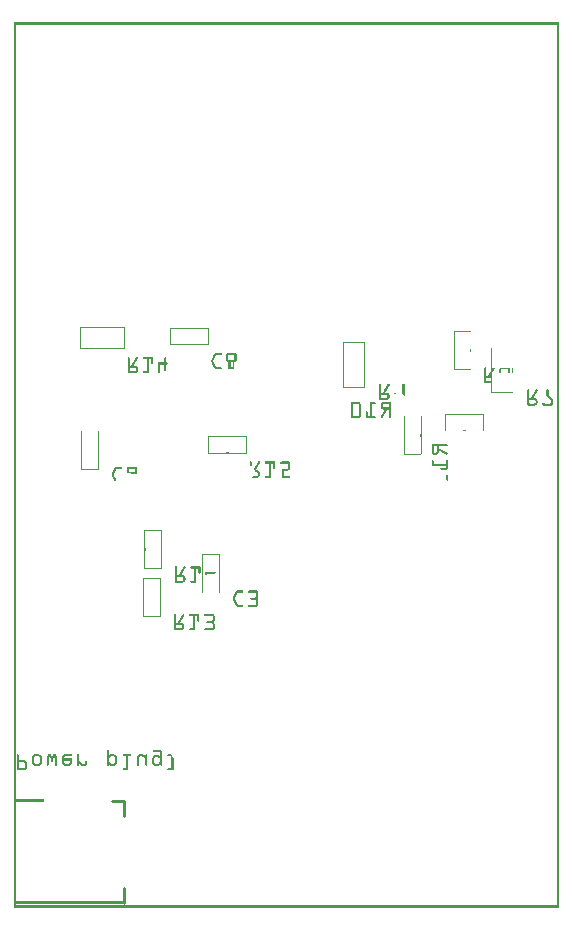
<source format=gbo>
G04 MADE WITH FRITZING*
G04 WWW.FRITZING.ORG*
G04 DOUBLE SIDED*
G04 HOLES PLATED*
G04 CONTOUR ON CENTER OF CONTOUR VECTOR*
%ASAXBY*%
%FSLAX23Y23*%
%MOIN*%
%OFA0B0*%
%SFA1.0B1.0*%
%ADD10C,0.010000*%
%ADD11R,0.001000X0.001000*%
%LNSILK0*%
G90*
G70*
G54D10*
X366Y19D02*
X366Y69D01*
D02*
X326Y359D02*
X366Y359D01*
D02*
X366Y359D02*
X366Y309D01*
G54D11*
X0Y2953D02*
X1817Y2953D01*
X0Y2952D02*
X1817Y2952D01*
X0Y2951D02*
X1817Y2951D01*
X0Y2950D02*
X1817Y2950D01*
X0Y2949D02*
X1817Y2949D01*
X0Y2948D02*
X1817Y2948D01*
X0Y2947D02*
X1817Y2947D01*
X0Y2946D02*
X1817Y2946D01*
X0Y2945D02*
X7Y2945D01*
X1810Y2945D02*
X1817Y2945D01*
X0Y2944D02*
X7Y2944D01*
X1810Y2944D02*
X1817Y2944D01*
X0Y2943D02*
X7Y2943D01*
X1810Y2943D02*
X1817Y2943D01*
X0Y2942D02*
X7Y2942D01*
X1810Y2942D02*
X1817Y2942D01*
X0Y2941D02*
X7Y2941D01*
X1810Y2941D02*
X1817Y2941D01*
X0Y2940D02*
X7Y2940D01*
X1810Y2940D02*
X1817Y2940D01*
X0Y2939D02*
X7Y2939D01*
X1810Y2939D02*
X1817Y2939D01*
X0Y2938D02*
X7Y2938D01*
X1810Y2938D02*
X1817Y2938D01*
X0Y2937D02*
X7Y2937D01*
X1810Y2937D02*
X1817Y2937D01*
X0Y2936D02*
X7Y2936D01*
X1810Y2936D02*
X1817Y2936D01*
X0Y2935D02*
X7Y2935D01*
X1810Y2935D02*
X1817Y2935D01*
X0Y2934D02*
X7Y2934D01*
X1810Y2934D02*
X1817Y2934D01*
X0Y2933D02*
X7Y2933D01*
X1810Y2933D02*
X1817Y2933D01*
X0Y2932D02*
X7Y2932D01*
X1810Y2932D02*
X1817Y2932D01*
X0Y2931D02*
X7Y2931D01*
X1810Y2931D02*
X1817Y2931D01*
X0Y2930D02*
X7Y2930D01*
X1810Y2930D02*
X1817Y2930D01*
X0Y2929D02*
X7Y2929D01*
X1810Y2929D02*
X1817Y2929D01*
X0Y2928D02*
X7Y2928D01*
X1810Y2928D02*
X1817Y2928D01*
X0Y2927D02*
X7Y2927D01*
X1810Y2927D02*
X1817Y2927D01*
X0Y2926D02*
X7Y2926D01*
X1810Y2926D02*
X1817Y2926D01*
X0Y2925D02*
X7Y2925D01*
X1810Y2925D02*
X1817Y2925D01*
X0Y2924D02*
X7Y2924D01*
X1810Y2924D02*
X1817Y2924D01*
X0Y2923D02*
X7Y2923D01*
X1810Y2923D02*
X1817Y2923D01*
X0Y2922D02*
X7Y2922D01*
X1810Y2922D02*
X1817Y2922D01*
X0Y2921D02*
X7Y2921D01*
X1810Y2921D02*
X1817Y2921D01*
X0Y2920D02*
X7Y2920D01*
X1810Y2920D02*
X1817Y2920D01*
X0Y2919D02*
X7Y2919D01*
X1810Y2919D02*
X1817Y2919D01*
X0Y2918D02*
X7Y2918D01*
X1810Y2918D02*
X1817Y2918D01*
X0Y2917D02*
X7Y2917D01*
X1810Y2917D02*
X1817Y2917D01*
X0Y2916D02*
X7Y2916D01*
X1810Y2916D02*
X1817Y2916D01*
X0Y2915D02*
X7Y2915D01*
X1810Y2915D02*
X1817Y2915D01*
X0Y2914D02*
X7Y2914D01*
X1810Y2914D02*
X1817Y2914D01*
X0Y2913D02*
X7Y2913D01*
X1810Y2913D02*
X1817Y2913D01*
X0Y2912D02*
X7Y2912D01*
X1810Y2912D02*
X1817Y2912D01*
X0Y2911D02*
X7Y2911D01*
X1810Y2911D02*
X1817Y2911D01*
X0Y2910D02*
X7Y2910D01*
X1810Y2910D02*
X1817Y2910D01*
X0Y2909D02*
X7Y2909D01*
X1810Y2909D02*
X1817Y2909D01*
X0Y2908D02*
X7Y2908D01*
X1810Y2908D02*
X1817Y2908D01*
X0Y2907D02*
X7Y2907D01*
X1810Y2907D02*
X1817Y2907D01*
X0Y2906D02*
X7Y2906D01*
X1810Y2906D02*
X1817Y2906D01*
X0Y2905D02*
X7Y2905D01*
X1810Y2905D02*
X1817Y2905D01*
X0Y2904D02*
X7Y2904D01*
X1810Y2904D02*
X1817Y2904D01*
X0Y2903D02*
X7Y2903D01*
X1810Y2903D02*
X1817Y2903D01*
X0Y2902D02*
X7Y2902D01*
X1810Y2902D02*
X1817Y2902D01*
X0Y2901D02*
X7Y2901D01*
X1810Y2901D02*
X1817Y2901D01*
X0Y2900D02*
X7Y2900D01*
X1810Y2900D02*
X1817Y2900D01*
X0Y2899D02*
X7Y2899D01*
X1810Y2899D02*
X1817Y2899D01*
X0Y2898D02*
X7Y2898D01*
X1810Y2898D02*
X1817Y2898D01*
X0Y2897D02*
X7Y2897D01*
X1810Y2897D02*
X1817Y2897D01*
X0Y2896D02*
X7Y2896D01*
X1810Y2896D02*
X1817Y2896D01*
X0Y2895D02*
X7Y2895D01*
X1810Y2895D02*
X1817Y2895D01*
X0Y2894D02*
X7Y2894D01*
X1810Y2894D02*
X1817Y2894D01*
X0Y2893D02*
X7Y2893D01*
X1810Y2893D02*
X1817Y2893D01*
X0Y2892D02*
X7Y2892D01*
X1810Y2892D02*
X1817Y2892D01*
X0Y2891D02*
X7Y2891D01*
X1810Y2891D02*
X1817Y2891D01*
X0Y2890D02*
X7Y2890D01*
X1810Y2890D02*
X1817Y2890D01*
X0Y2889D02*
X7Y2889D01*
X1810Y2889D02*
X1817Y2889D01*
X0Y2888D02*
X7Y2888D01*
X1810Y2888D02*
X1817Y2888D01*
X0Y2887D02*
X7Y2887D01*
X1810Y2887D02*
X1817Y2887D01*
X0Y2886D02*
X7Y2886D01*
X1810Y2886D02*
X1817Y2886D01*
X0Y2885D02*
X7Y2885D01*
X1810Y2885D02*
X1817Y2885D01*
X0Y2884D02*
X7Y2884D01*
X1810Y2884D02*
X1817Y2884D01*
X0Y2883D02*
X7Y2883D01*
X1810Y2883D02*
X1817Y2883D01*
X0Y2882D02*
X7Y2882D01*
X1810Y2882D02*
X1817Y2882D01*
X0Y2881D02*
X7Y2881D01*
X1810Y2881D02*
X1817Y2881D01*
X0Y2880D02*
X7Y2880D01*
X1810Y2880D02*
X1817Y2880D01*
X0Y2879D02*
X7Y2879D01*
X1810Y2879D02*
X1817Y2879D01*
X0Y2878D02*
X7Y2878D01*
X1810Y2878D02*
X1817Y2878D01*
X0Y2877D02*
X7Y2877D01*
X1810Y2877D02*
X1817Y2877D01*
X0Y2876D02*
X7Y2876D01*
X1810Y2876D02*
X1817Y2876D01*
X0Y2875D02*
X7Y2875D01*
X1810Y2875D02*
X1817Y2875D01*
X0Y2874D02*
X7Y2874D01*
X1810Y2874D02*
X1817Y2874D01*
X0Y2873D02*
X7Y2873D01*
X1810Y2873D02*
X1817Y2873D01*
X0Y2872D02*
X7Y2872D01*
X1810Y2872D02*
X1817Y2872D01*
X0Y2871D02*
X7Y2871D01*
X1810Y2871D02*
X1817Y2871D01*
X0Y2870D02*
X7Y2870D01*
X1810Y2870D02*
X1817Y2870D01*
X0Y2869D02*
X7Y2869D01*
X1810Y2869D02*
X1817Y2869D01*
X0Y2868D02*
X7Y2868D01*
X1810Y2868D02*
X1817Y2868D01*
X0Y2867D02*
X7Y2867D01*
X1810Y2867D02*
X1817Y2867D01*
X0Y2866D02*
X7Y2866D01*
X1810Y2866D02*
X1817Y2866D01*
X0Y2865D02*
X7Y2865D01*
X1810Y2865D02*
X1817Y2865D01*
X0Y2864D02*
X7Y2864D01*
X1810Y2864D02*
X1817Y2864D01*
X0Y2863D02*
X7Y2863D01*
X1810Y2863D02*
X1817Y2863D01*
X0Y2862D02*
X7Y2862D01*
X1810Y2862D02*
X1817Y2862D01*
X0Y2861D02*
X7Y2861D01*
X1810Y2861D02*
X1817Y2861D01*
X0Y2860D02*
X7Y2860D01*
X1810Y2860D02*
X1817Y2860D01*
X0Y2859D02*
X7Y2859D01*
X1810Y2859D02*
X1817Y2859D01*
X0Y2858D02*
X7Y2858D01*
X1810Y2858D02*
X1817Y2858D01*
X0Y2857D02*
X7Y2857D01*
X1810Y2857D02*
X1817Y2857D01*
X0Y2856D02*
X7Y2856D01*
X1810Y2856D02*
X1817Y2856D01*
X0Y2855D02*
X7Y2855D01*
X1810Y2855D02*
X1817Y2855D01*
X0Y2854D02*
X7Y2854D01*
X1810Y2854D02*
X1817Y2854D01*
X0Y2853D02*
X7Y2853D01*
X1810Y2853D02*
X1817Y2853D01*
X0Y2852D02*
X7Y2852D01*
X1810Y2852D02*
X1817Y2852D01*
X0Y2851D02*
X7Y2851D01*
X1810Y2851D02*
X1817Y2851D01*
X0Y2850D02*
X7Y2850D01*
X1810Y2850D02*
X1817Y2850D01*
X0Y2849D02*
X7Y2849D01*
X1810Y2849D02*
X1817Y2849D01*
X0Y2848D02*
X7Y2848D01*
X1810Y2848D02*
X1817Y2848D01*
X0Y2847D02*
X7Y2847D01*
X1810Y2847D02*
X1817Y2847D01*
X0Y2846D02*
X7Y2846D01*
X1810Y2846D02*
X1817Y2846D01*
X0Y2845D02*
X7Y2845D01*
X1810Y2845D02*
X1817Y2845D01*
X0Y2844D02*
X7Y2844D01*
X1810Y2844D02*
X1817Y2844D01*
X0Y2843D02*
X7Y2843D01*
X1810Y2843D02*
X1817Y2843D01*
X0Y2842D02*
X7Y2842D01*
X1810Y2842D02*
X1817Y2842D01*
X0Y2841D02*
X7Y2841D01*
X1810Y2841D02*
X1817Y2841D01*
X0Y2840D02*
X7Y2840D01*
X1810Y2840D02*
X1817Y2840D01*
X0Y2839D02*
X7Y2839D01*
X1810Y2839D02*
X1817Y2839D01*
X0Y2838D02*
X7Y2838D01*
X1810Y2838D02*
X1817Y2838D01*
X0Y2837D02*
X7Y2837D01*
X1810Y2837D02*
X1817Y2837D01*
X0Y2836D02*
X7Y2836D01*
X1810Y2836D02*
X1817Y2836D01*
X0Y2835D02*
X7Y2835D01*
X1810Y2835D02*
X1817Y2835D01*
X0Y2834D02*
X7Y2834D01*
X1810Y2834D02*
X1817Y2834D01*
X0Y2833D02*
X7Y2833D01*
X1810Y2833D02*
X1817Y2833D01*
X0Y2832D02*
X7Y2832D01*
X1810Y2832D02*
X1817Y2832D01*
X0Y2831D02*
X7Y2831D01*
X1810Y2831D02*
X1817Y2831D01*
X0Y2830D02*
X7Y2830D01*
X1810Y2830D02*
X1817Y2830D01*
X0Y2829D02*
X7Y2829D01*
X1810Y2829D02*
X1817Y2829D01*
X0Y2828D02*
X7Y2828D01*
X1810Y2828D02*
X1817Y2828D01*
X0Y2827D02*
X7Y2827D01*
X1810Y2827D02*
X1817Y2827D01*
X0Y2826D02*
X7Y2826D01*
X1810Y2826D02*
X1817Y2826D01*
X0Y2825D02*
X7Y2825D01*
X1810Y2825D02*
X1817Y2825D01*
X0Y2824D02*
X7Y2824D01*
X1810Y2824D02*
X1817Y2824D01*
X0Y2823D02*
X7Y2823D01*
X1810Y2823D02*
X1817Y2823D01*
X0Y2822D02*
X7Y2822D01*
X1810Y2822D02*
X1817Y2822D01*
X0Y2821D02*
X7Y2821D01*
X1810Y2821D02*
X1817Y2821D01*
X0Y2820D02*
X7Y2820D01*
X1810Y2820D02*
X1817Y2820D01*
X0Y2819D02*
X7Y2819D01*
X1810Y2819D02*
X1817Y2819D01*
X0Y2818D02*
X7Y2818D01*
X1810Y2818D02*
X1817Y2818D01*
X0Y2817D02*
X7Y2817D01*
X1810Y2817D02*
X1817Y2817D01*
X0Y2816D02*
X7Y2816D01*
X1810Y2816D02*
X1817Y2816D01*
X0Y2815D02*
X7Y2815D01*
X1810Y2815D02*
X1817Y2815D01*
X0Y2814D02*
X7Y2814D01*
X1810Y2814D02*
X1817Y2814D01*
X0Y2813D02*
X7Y2813D01*
X1810Y2813D02*
X1817Y2813D01*
X0Y2812D02*
X7Y2812D01*
X1810Y2812D02*
X1817Y2812D01*
X0Y2811D02*
X7Y2811D01*
X1810Y2811D02*
X1817Y2811D01*
X0Y2810D02*
X7Y2810D01*
X1810Y2810D02*
X1817Y2810D01*
X0Y2809D02*
X7Y2809D01*
X1810Y2809D02*
X1817Y2809D01*
X0Y2808D02*
X7Y2808D01*
X1810Y2808D02*
X1817Y2808D01*
X0Y2807D02*
X7Y2807D01*
X1810Y2807D02*
X1817Y2807D01*
X0Y2806D02*
X7Y2806D01*
X1810Y2806D02*
X1817Y2806D01*
X0Y2805D02*
X7Y2805D01*
X1810Y2805D02*
X1817Y2805D01*
X0Y2804D02*
X7Y2804D01*
X1810Y2804D02*
X1817Y2804D01*
X0Y2803D02*
X7Y2803D01*
X1810Y2803D02*
X1817Y2803D01*
X0Y2802D02*
X7Y2802D01*
X1810Y2802D02*
X1817Y2802D01*
X0Y2801D02*
X7Y2801D01*
X1810Y2801D02*
X1817Y2801D01*
X0Y2800D02*
X7Y2800D01*
X1810Y2800D02*
X1817Y2800D01*
X0Y2799D02*
X7Y2799D01*
X1810Y2799D02*
X1817Y2799D01*
X0Y2798D02*
X7Y2798D01*
X1810Y2798D02*
X1817Y2798D01*
X0Y2797D02*
X7Y2797D01*
X1810Y2797D02*
X1817Y2797D01*
X0Y2796D02*
X7Y2796D01*
X1810Y2796D02*
X1817Y2796D01*
X0Y2795D02*
X7Y2795D01*
X1810Y2795D02*
X1817Y2795D01*
X0Y2794D02*
X7Y2794D01*
X1810Y2794D02*
X1817Y2794D01*
X0Y2793D02*
X7Y2793D01*
X1810Y2793D02*
X1817Y2793D01*
X0Y2792D02*
X7Y2792D01*
X1810Y2792D02*
X1817Y2792D01*
X0Y2791D02*
X7Y2791D01*
X1810Y2791D02*
X1817Y2791D01*
X0Y2790D02*
X7Y2790D01*
X1810Y2790D02*
X1817Y2790D01*
X0Y2789D02*
X7Y2789D01*
X1810Y2789D02*
X1817Y2789D01*
X0Y2788D02*
X7Y2788D01*
X1810Y2788D02*
X1817Y2788D01*
X0Y2787D02*
X7Y2787D01*
X1810Y2787D02*
X1817Y2787D01*
X0Y2786D02*
X7Y2786D01*
X1810Y2786D02*
X1817Y2786D01*
X0Y2785D02*
X7Y2785D01*
X1810Y2785D02*
X1817Y2785D01*
X0Y2784D02*
X7Y2784D01*
X1810Y2784D02*
X1817Y2784D01*
X0Y2783D02*
X7Y2783D01*
X1810Y2783D02*
X1817Y2783D01*
X0Y2782D02*
X7Y2782D01*
X1810Y2782D02*
X1817Y2782D01*
X0Y2781D02*
X7Y2781D01*
X1810Y2781D02*
X1817Y2781D01*
X0Y2780D02*
X7Y2780D01*
X1810Y2780D02*
X1817Y2780D01*
X0Y2779D02*
X7Y2779D01*
X1810Y2779D02*
X1817Y2779D01*
X0Y2778D02*
X7Y2778D01*
X1810Y2778D02*
X1817Y2778D01*
X0Y2777D02*
X7Y2777D01*
X1810Y2777D02*
X1817Y2777D01*
X0Y2776D02*
X7Y2776D01*
X1810Y2776D02*
X1817Y2776D01*
X0Y2775D02*
X7Y2775D01*
X1810Y2775D02*
X1817Y2775D01*
X0Y2774D02*
X7Y2774D01*
X1810Y2774D02*
X1817Y2774D01*
X0Y2773D02*
X7Y2773D01*
X1810Y2773D02*
X1817Y2773D01*
X0Y2772D02*
X7Y2772D01*
X1810Y2772D02*
X1817Y2772D01*
X0Y2771D02*
X7Y2771D01*
X1810Y2771D02*
X1817Y2771D01*
X0Y2770D02*
X7Y2770D01*
X1810Y2770D02*
X1817Y2770D01*
X0Y2769D02*
X7Y2769D01*
X1810Y2769D02*
X1817Y2769D01*
X0Y2768D02*
X7Y2768D01*
X1810Y2768D02*
X1817Y2768D01*
X0Y2767D02*
X7Y2767D01*
X1810Y2767D02*
X1817Y2767D01*
X0Y2766D02*
X7Y2766D01*
X1810Y2766D02*
X1817Y2766D01*
X0Y2765D02*
X7Y2765D01*
X1810Y2765D02*
X1817Y2765D01*
X0Y2764D02*
X7Y2764D01*
X1810Y2764D02*
X1817Y2764D01*
X0Y2763D02*
X7Y2763D01*
X1810Y2763D02*
X1817Y2763D01*
X0Y2762D02*
X7Y2762D01*
X1810Y2762D02*
X1817Y2762D01*
X0Y2761D02*
X7Y2761D01*
X1810Y2761D02*
X1817Y2761D01*
X0Y2760D02*
X7Y2760D01*
X1810Y2760D02*
X1817Y2760D01*
X0Y2759D02*
X7Y2759D01*
X1810Y2759D02*
X1817Y2759D01*
X0Y2758D02*
X7Y2758D01*
X1810Y2758D02*
X1817Y2758D01*
X0Y2757D02*
X7Y2757D01*
X1810Y2757D02*
X1817Y2757D01*
X0Y2756D02*
X7Y2756D01*
X1810Y2756D02*
X1817Y2756D01*
X0Y2755D02*
X7Y2755D01*
X1810Y2755D02*
X1817Y2755D01*
X0Y2754D02*
X7Y2754D01*
X1810Y2754D02*
X1817Y2754D01*
X0Y2753D02*
X7Y2753D01*
X1810Y2753D02*
X1817Y2753D01*
X0Y2752D02*
X7Y2752D01*
X1810Y2752D02*
X1817Y2752D01*
X0Y2751D02*
X7Y2751D01*
X1810Y2751D02*
X1817Y2751D01*
X0Y2750D02*
X7Y2750D01*
X1810Y2750D02*
X1817Y2750D01*
X0Y2749D02*
X7Y2749D01*
X1810Y2749D02*
X1817Y2749D01*
X0Y2748D02*
X7Y2748D01*
X1810Y2748D02*
X1817Y2748D01*
X0Y2747D02*
X7Y2747D01*
X1810Y2747D02*
X1817Y2747D01*
X0Y2746D02*
X7Y2746D01*
X1810Y2746D02*
X1817Y2746D01*
X0Y2745D02*
X7Y2745D01*
X1810Y2745D02*
X1817Y2745D01*
X0Y2744D02*
X7Y2744D01*
X1810Y2744D02*
X1817Y2744D01*
X0Y2743D02*
X7Y2743D01*
X1810Y2743D02*
X1817Y2743D01*
X0Y2742D02*
X7Y2742D01*
X1810Y2742D02*
X1817Y2742D01*
X0Y2741D02*
X7Y2741D01*
X1810Y2741D02*
X1817Y2741D01*
X0Y2740D02*
X7Y2740D01*
X1810Y2740D02*
X1817Y2740D01*
X0Y2739D02*
X7Y2739D01*
X1810Y2739D02*
X1817Y2739D01*
X0Y2738D02*
X7Y2738D01*
X1810Y2738D02*
X1817Y2738D01*
X0Y2737D02*
X7Y2737D01*
X1810Y2737D02*
X1817Y2737D01*
X0Y2736D02*
X7Y2736D01*
X1810Y2736D02*
X1817Y2736D01*
X0Y2735D02*
X7Y2735D01*
X1810Y2735D02*
X1817Y2735D01*
X0Y2734D02*
X7Y2734D01*
X1810Y2734D02*
X1817Y2734D01*
X0Y2733D02*
X7Y2733D01*
X1810Y2733D02*
X1817Y2733D01*
X0Y2732D02*
X7Y2732D01*
X1810Y2732D02*
X1817Y2732D01*
X0Y2731D02*
X7Y2731D01*
X1810Y2731D02*
X1817Y2731D01*
X0Y2730D02*
X7Y2730D01*
X1810Y2730D02*
X1817Y2730D01*
X0Y2729D02*
X7Y2729D01*
X1810Y2729D02*
X1817Y2729D01*
X0Y2728D02*
X7Y2728D01*
X1810Y2728D02*
X1817Y2728D01*
X0Y2727D02*
X7Y2727D01*
X1810Y2727D02*
X1817Y2727D01*
X0Y2726D02*
X7Y2726D01*
X1810Y2726D02*
X1817Y2726D01*
X0Y2725D02*
X7Y2725D01*
X1810Y2725D02*
X1817Y2725D01*
X0Y2724D02*
X7Y2724D01*
X1810Y2724D02*
X1817Y2724D01*
X0Y2723D02*
X7Y2723D01*
X1810Y2723D02*
X1817Y2723D01*
X0Y2722D02*
X7Y2722D01*
X1810Y2722D02*
X1817Y2722D01*
X0Y2721D02*
X7Y2721D01*
X1810Y2721D02*
X1817Y2721D01*
X0Y2720D02*
X7Y2720D01*
X1810Y2720D02*
X1817Y2720D01*
X0Y2719D02*
X7Y2719D01*
X1810Y2719D02*
X1817Y2719D01*
X0Y2718D02*
X7Y2718D01*
X1810Y2718D02*
X1817Y2718D01*
X0Y2717D02*
X7Y2717D01*
X1810Y2717D02*
X1817Y2717D01*
X0Y2716D02*
X7Y2716D01*
X1810Y2716D02*
X1817Y2716D01*
X0Y2715D02*
X7Y2715D01*
X1810Y2715D02*
X1817Y2715D01*
X0Y2714D02*
X7Y2714D01*
X1810Y2714D02*
X1817Y2714D01*
X0Y2713D02*
X7Y2713D01*
X1810Y2713D02*
X1817Y2713D01*
X0Y2712D02*
X7Y2712D01*
X1810Y2712D02*
X1817Y2712D01*
X0Y2711D02*
X7Y2711D01*
X1810Y2711D02*
X1817Y2711D01*
X0Y2710D02*
X7Y2710D01*
X1810Y2710D02*
X1817Y2710D01*
X0Y2709D02*
X7Y2709D01*
X1810Y2709D02*
X1817Y2709D01*
X0Y2708D02*
X7Y2708D01*
X1810Y2708D02*
X1817Y2708D01*
X0Y2707D02*
X7Y2707D01*
X1810Y2707D02*
X1817Y2707D01*
X0Y2706D02*
X7Y2706D01*
X1810Y2706D02*
X1817Y2706D01*
X0Y2705D02*
X7Y2705D01*
X1810Y2705D02*
X1817Y2705D01*
X0Y2704D02*
X7Y2704D01*
X1810Y2704D02*
X1817Y2704D01*
X0Y2703D02*
X7Y2703D01*
X1810Y2703D02*
X1817Y2703D01*
X0Y2702D02*
X7Y2702D01*
X1810Y2702D02*
X1817Y2702D01*
X0Y2701D02*
X7Y2701D01*
X1810Y2701D02*
X1817Y2701D01*
X0Y2700D02*
X7Y2700D01*
X1810Y2700D02*
X1817Y2700D01*
X0Y2699D02*
X7Y2699D01*
X1810Y2699D02*
X1817Y2699D01*
X0Y2698D02*
X7Y2698D01*
X1810Y2698D02*
X1817Y2698D01*
X0Y2697D02*
X7Y2697D01*
X1810Y2697D02*
X1817Y2697D01*
X0Y2696D02*
X7Y2696D01*
X1810Y2696D02*
X1817Y2696D01*
X0Y2695D02*
X7Y2695D01*
X1810Y2695D02*
X1817Y2695D01*
X0Y2694D02*
X7Y2694D01*
X1810Y2694D02*
X1817Y2694D01*
X0Y2693D02*
X7Y2693D01*
X1810Y2693D02*
X1817Y2693D01*
X0Y2692D02*
X7Y2692D01*
X1810Y2692D02*
X1817Y2692D01*
X0Y2691D02*
X7Y2691D01*
X1810Y2691D02*
X1817Y2691D01*
X0Y2690D02*
X7Y2690D01*
X1810Y2690D02*
X1817Y2690D01*
X0Y2689D02*
X7Y2689D01*
X1810Y2689D02*
X1817Y2689D01*
X0Y2688D02*
X7Y2688D01*
X1810Y2688D02*
X1817Y2688D01*
X0Y2687D02*
X7Y2687D01*
X1810Y2687D02*
X1817Y2687D01*
X0Y2686D02*
X7Y2686D01*
X1810Y2686D02*
X1817Y2686D01*
X0Y2685D02*
X7Y2685D01*
X1810Y2685D02*
X1817Y2685D01*
X0Y2684D02*
X7Y2684D01*
X1810Y2684D02*
X1817Y2684D01*
X0Y2683D02*
X7Y2683D01*
X1810Y2683D02*
X1817Y2683D01*
X0Y2682D02*
X7Y2682D01*
X1810Y2682D02*
X1817Y2682D01*
X0Y2681D02*
X7Y2681D01*
X1810Y2681D02*
X1817Y2681D01*
X0Y2680D02*
X7Y2680D01*
X1810Y2680D02*
X1817Y2680D01*
X0Y2679D02*
X7Y2679D01*
X1810Y2679D02*
X1817Y2679D01*
X0Y2678D02*
X7Y2678D01*
X1810Y2678D02*
X1817Y2678D01*
X0Y2677D02*
X7Y2677D01*
X1810Y2677D02*
X1817Y2677D01*
X0Y2676D02*
X7Y2676D01*
X1810Y2676D02*
X1817Y2676D01*
X0Y2675D02*
X7Y2675D01*
X1810Y2675D02*
X1817Y2675D01*
X0Y2674D02*
X7Y2674D01*
X1810Y2674D02*
X1817Y2674D01*
X0Y2673D02*
X7Y2673D01*
X1810Y2673D02*
X1817Y2673D01*
X0Y2672D02*
X7Y2672D01*
X1810Y2672D02*
X1817Y2672D01*
X0Y2671D02*
X7Y2671D01*
X1810Y2671D02*
X1817Y2671D01*
X0Y2670D02*
X7Y2670D01*
X1810Y2670D02*
X1817Y2670D01*
X0Y2669D02*
X7Y2669D01*
X1810Y2669D02*
X1817Y2669D01*
X0Y2668D02*
X7Y2668D01*
X1810Y2668D02*
X1817Y2668D01*
X0Y2667D02*
X7Y2667D01*
X1810Y2667D02*
X1817Y2667D01*
X0Y2666D02*
X7Y2666D01*
X1810Y2666D02*
X1817Y2666D01*
X0Y2665D02*
X7Y2665D01*
X1810Y2665D02*
X1817Y2665D01*
X0Y2664D02*
X7Y2664D01*
X1810Y2664D02*
X1817Y2664D01*
X0Y2663D02*
X7Y2663D01*
X1810Y2663D02*
X1817Y2663D01*
X0Y2662D02*
X7Y2662D01*
X1810Y2662D02*
X1817Y2662D01*
X0Y2661D02*
X7Y2661D01*
X1810Y2661D02*
X1817Y2661D01*
X0Y2660D02*
X7Y2660D01*
X1810Y2660D02*
X1817Y2660D01*
X0Y2659D02*
X7Y2659D01*
X1810Y2659D02*
X1817Y2659D01*
X0Y2658D02*
X7Y2658D01*
X1810Y2658D02*
X1817Y2658D01*
X0Y2657D02*
X7Y2657D01*
X1810Y2657D02*
X1817Y2657D01*
X0Y2656D02*
X7Y2656D01*
X1810Y2656D02*
X1817Y2656D01*
X0Y2655D02*
X7Y2655D01*
X1810Y2655D02*
X1817Y2655D01*
X0Y2654D02*
X7Y2654D01*
X1810Y2654D02*
X1817Y2654D01*
X0Y2653D02*
X7Y2653D01*
X1810Y2653D02*
X1817Y2653D01*
X0Y2652D02*
X7Y2652D01*
X1810Y2652D02*
X1817Y2652D01*
X0Y2651D02*
X7Y2651D01*
X1810Y2651D02*
X1817Y2651D01*
X0Y2650D02*
X7Y2650D01*
X1810Y2650D02*
X1817Y2650D01*
X0Y2649D02*
X7Y2649D01*
X1810Y2649D02*
X1817Y2649D01*
X0Y2648D02*
X7Y2648D01*
X1810Y2648D02*
X1817Y2648D01*
X0Y2647D02*
X7Y2647D01*
X1810Y2647D02*
X1817Y2647D01*
X0Y2646D02*
X7Y2646D01*
X1810Y2646D02*
X1817Y2646D01*
X0Y2645D02*
X7Y2645D01*
X1810Y2645D02*
X1817Y2645D01*
X0Y2644D02*
X7Y2644D01*
X1810Y2644D02*
X1817Y2644D01*
X0Y2643D02*
X7Y2643D01*
X1810Y2643D02*
X1817Y2643D01*
X0Y2642D02*
X7Y2642D01*
X1810Y2642D02*
X1817Y2642D01*
X0Y2641D02*
X7Y2641D01*
X1810Y2641D02*
X1817Y2641D01*
X0Y2640D02*
X7Y2640D01*
X1810Y2640D02*
X1817Y2640D01*
X0Y2639D02*
X7Y2639D01*
X1810Y2639D02*
X1817Y2639D01*
X0Y2638D02*
X7Y2638D01*
X1810Y2638D02*
X1817Y2638D01*
X0Y2637D02*
X7Y2637D01*
X1810Y2637D02*
X1817Y2637D01*
X0Y2636D02*
X7Y2636D01*
X1810Y2636D02*
X1817Y2636D01*
X0Y2635D02*
X7Y2635D01*
X1810Y2635D02*
X1817Y2635D01*
X0Y2634D02*
X7Y2634D01*
X1810Y2634D02*
X1817Y2634D01*
X0Y2633D02*
X7Y2633D01*
X1810Y2633D02*
X1817Y2633D01*
X0Y2632D02*
X7Y2632D01*
X1810Y2632D02*
X1817Y2632D01*
X0Y2631D02*
X7Y2631D01*
X1810Y2631D02*
X1817Y2631D01*
X0Y2630D02*
X7Y2630D01*
X1810Y2630D02*
X1817Y2630D01*
X0Y2629D02*
X7Y2629D01*
X1810Y2629D02*
X1817Y2629D01*
X0Y2628D02*
X7Y2628D01*
X1810Y2628D02*
X1817Y2628D01*
X0Y2627D02*
X7Y2627D01*
X1810Y2627D02*
X1817Y2627D01*
X0Y2626D02*
X7Y2626D01*
X1810Y2626D02*
X1817Y2626D01*
X0Y2625D02*
X7Y2625D01*
X1810Y2625D02*
X1817Y2625D01*
X0Y2624D02*
X7Y2624D01*
X1810Y2624D02*
X1817Y2624D01*
X0Y2623D02*
X7Y2623D01*
X1810Y2623D02*
X1817Y2623D01*
X0Y2622D02*
X7Y2622D01*
X1810Y2622D02*
X1817Y2622D01*
X0Y2621D02*
X7Y2621D01*
X1810Y2621D02*
X1817Y2621D01*
X0Y2620D02*
X7Y2620D01*
X1810Y2620D02*
X1817Y2620D01*
X0Y2619D02*
X7Y2619D01*
X1810Y2619D02*
X1817Y2619D01*
X0Y2618D02*
X7Y2618D01*
X1810Y2618D02*
X1817Y2618D01*
X0Y2617D02*
X7Y2617D01*
X1810Y2617D02*
X1817Y2617D01*
X0Y2616D02*
X7Y2616D01*
X1810Y2616D02*
X1817Y2616D01*
X0Y2615D02*
X7Y2615D01*
X1810Y2615D02*
X1817Y2615D01*
X0Y2614D02*
X7Y2614D01*
X1810Y2614D02*
X1817Y2614D01*
X0Y2613D02*
X7Y2613D01*
X1810Y2613D02*
X1817Y2613D01*
X0Y2612D02*
X7Y2612D01*
X1810Y2612D02*
X1817Y2612D01*
X0Y2611D02*
X7Y2611D01*
X1810Y2611D02*
X1817Y2611D01*
X0Y2610D02*
X7Y2610D01*
X1810Y2610D02*
X1817Y2610D01*
X0Y2609D02*
X7Y2609D01*
X1810Y2609D02*
X1817Y2609D01*
X0Y2608D02*
X7Y2608D01*
X1810Y2608D02*
X1817Y2608D01*
X0Y2607D02*
X7Y2607D01*
X1810Y2607D02*
X1817Y2607D01*
X0Y2606D02*
X7Y2606D01*
X1810Y2606D02*
X1817Y2606D01*
X0Y2605D02*
X7Y2605D01*
X1810Y2605D02*
X1817Y2605D01*
X0Y2604D02*
X7Y2604D01*
X1810Y2604D02*
X1817Y2604D01*
X0Y2603D02*
X7Y2603D01*
X1810Y2603D02*
X1817Y2603D01*
X0Y2602D02*
X7Y2602D01*
X1810Y2602D02*
X1817Y2602D01*
X0Y2601D02*
X7Y2601D01*
X1810Y2601D02*
X1817Y2601D01*
X0Y2600D02*
X7Y2600D01*
X1810Y2600D02*
X1817Y2600D01*
X0Y2599D02*
X7Y2599D01*
X1810Y2599D02*
X1817Y2599D01*
X0Y2598D02*
X7Y2598D01*
X1810Y2598D02*
X1817Y2598D01*
X0Y2597D02*
X7Y2597D01*
X1810Y2597D02*
X1817Y2597D01*
X0Y2596D02*
X7Y2596D01*
X1810Y2596D02*
X1817Y2596D01*
X0Y2595D02*
X7Y2595D01*
X1810Y2595D02*
X1817Y2595D01*
X0Y2594D02*
X7Y2594D01*
X1810Y2594D02*
X1817Y2594D01*
X0Y2593D02*
X7Y2593D01*
X1810Y2593D02*
X1817Y2593D01*
X0Y2592D02*
X7Y2592D01*
X1810Y2592D02*
X1817Y2592D01*
X0Y2591D02*
X7Y2591D01*
X1810Y2591D02*
X1817Y2591D01*
X0Y2590D02*
X7Y2590D01*
X1810Y2590D02*
X1817Y2590D01*
X0Y2589D02*
X7Y2589D01*
X1810Y2589D02*
X1817Y2589D01*
X0Y2588D02*
X7Y2588D01*
X1810Y2588D02*
X1817Y2588D01*
X0Y2587D02*
X7Y2587D01*
X1810Y2587D02*
X1817Y2587D01*
X0Y2586D02*
X7Y2586D01*
X1810Y2586D02*
X1817Y2586D01*
X0Y2585D02*
X7Y2585D01*
X1810Y2585D02*
X1817Y2585D01*
X0Y2584D02*
X7Y2584D01*
X1810Y2584D02*
X1817Y2584D01*
X0Y2583D02*
X7Y2583D01*
X1810Y2583D02*
X1817Y2583D01*
X0Y2582D02*
X7Y2582D01*
X1810Y2582D02*
X1817Y2582D01*
X0Y2581D02*
X7Y2581D01*
X1810Y2581D02*
X1817Y2581D01*
X0Y2580D02*
X7Y2580D01*
X1810Y2580D02*
X1817Y2580D01*
X0Y2579D02*
X7Y2579D01*
X1810Y2579D02*
X1817Y2579D01*
X0Y2578D02*
X7Y2578D01*
X1810Y2578D02*
X1817Y2578D01*
X0Y2577D02*
X7Y2577D01*
X1810Y2577D02*
X1817Y2577D01*
X0Y2576D02*
X7Y2576D01*
X1810Y2576D02*
X1817Y2576D01*
X0Y2575D02*
X7Y2575D01*
X1810Y2575D02*
X1817Y2575D01*
X0Y2574D02*
X7Y2574D01*
X1810Y2574D02*
X1817Y2574D01*
X0Y2573D02*
X7Y2573D01*
X1810Y2573D02*
X1817Y2573D01*
X0Y2572D02*
X7Y2572D01*
X1810Y2572D02*
X1817Y2572D01*
X0Y2571D02*
X7Y2571D01*
X1810Y2571D02*
X1817Y2571D01*
X0Y2570D02*
X7Y2570D01*
X1810Y2570D02*
X1817Y2570D01*
X0Y2569D02*
X7Y2569D01*
X1810Y2569D02*
X1817Y2569D01*
X0Y2568D02*
X7Y2568D01*
X1810Y2568D02*
X1817Y2568D01*
X0Y2567D02*
X7Y2567D01*
X1810Y2567D02*
X1817Y2567D01*
X0Y2566D02*
X7Y2566D01*
X1810Y2566D02*
X1817Y2566D01*
X0Y2565D02*
X7Y2565D01*
X1810Y2565D02*
X1817Y2565D01*
X0Y2564D02*
X7Y2564D01*
X1810Y2564D02*
X1817Y2564D01*
X0Y2563D02*
X7Y2563D01*
X1810Y2563D02*
X1817Y2563D01*
X0Y2562D02*
X7Y2562D01*
X1810Y2562D02*
X1817Y2562D01*
X0Y2561D02*
X7Y2561D01*
X1810Y2561D02*
X1817Y2561D01*
X0Y2560D02*
X7Y2560D01*
X1810Y2560D02*
X1817Y2560D01*
X0Y2559D02*
X7Y2559D01*
X1810Y2559D02*
X1817Y2559D01*
X0Y2558D02*
X7Y2558D01*
X1810Y2558D02*
X1817Y2558D01*
X0Y2557D02*
X7Y2557D01*
X1810Y2557D02*
X1817Y2557D01*
X0Y2556D02*
X7Y2556D01*
X1810Y2556D02*
X1817Y2556D01*
X0Y2555D02*
X7Y2555D01*
X1810Y2555D02*
X1817Y2555D01*
X0Y2554D02*
X7Y2554D01*
X1810Y2554D02*
X1817Y2554D01*
X0Y2553D02*
X7Y2553D01*
X1810Y2553D02*
X1817Y2553D01*
X0Y2552D02*
X7Y2552D01*
X1810Y2552D02*
X1817Y2552D01*
X0Y2551D02*
X7Y2551D01*
X1810Y2551D02*
X1817Y2551D01*
X0Y2550D02*
X7Y2550D01*
X1810Y2550D02*
X1817Y2550D01*
X0Y2549D02*
X7Y2549D01*
X1810Y2549D02*
X1817Y2549D01*
X0Y2548D02*
X7Y2548D01*
X1810Y2548D02*
X1817Y2548D01*
X0Y2547D02*
X7Y2547D01*
X1810Y2547D02*
X1817Y2547D01*
X0Y2546D02*
X7Y2546D01*
X1810Y2546D02*
X1817Y2546D01*
X0Y2545D02*
X7Y2545D01*
X1810Y2545D02*
X1817Y2545D01*
X0Y2544D02*
X7Y2544D01*
X1810Y2544D02*
X1817Y2544D01*
X0Y2543D02*
X7Y2543D01*
X1810Y2543D02*
X1817Y2543D01*
X0Y2542D02*
X7Y2542D01*
X1810Y2542D02*
X1817Y2542D01*
X0Y2541D02*
X7Y2541D01*
X1810Y2541D02*
X1817Y2541D01*
X0Y2540D02*
X7Y2540D01*
X1810Y2540D02*
X1817Y2540D01*
X0Y2539D02*
X7Y2539D01*
X1810Y2539D02*
X1817Y2539D01*
X0Y2538D02*
X7Y2538D01*
X1810Y2538D02*
X1817Y2538D01*
X0Y2537D02*
X7Y2537D01*
X1810Y2537D02*
X1817Y2537D01*
X0Y2536D02*
X7Y2536D01*
X1810Y2536D02*
X1817Y2536D01*
X0Y2535D02*
X7Y2535D01*
X1810Y2535D02*
X1817Y2535D01*
X0Y2534D02*
X7Y2534D01*
X1810Y2534D02*
X1817Y2534D01*
X0Y2533D02*
X7Y2533D01*
X1810Y2533D02*
X1817Y2533D01*
X0Y2532D02*
X7Y2532D01*
X1810Y2532D02*
X1817Y2532D01*
X0Y2531D02*
X7Y2531D01*
X1810Y2531D02*
X1817Y2531D01*
X0Y2530D02*
X7Y2530D01*
X1810Y2530D02*
X1817Y2530D01*
X0Y2529D02*
X7Y2529D01*
X1810Y2529D02*
X1817Y2529D01*
X0Y2528D02*
X7Y2528D01*
X1810Y2528D02*
X1817Y2528D01*
X0Y2527D02*
X7Y2527D01*
X1810Y2527D02*
X1817Y2527D01*
X0Y2526D02*
X7Y2526D01*
X1810Y2526D02*
X1817Y2526D01*
X0Y2525D02*
X7Y2525D01*
X1810Y2525D02*
X1817Y2525D01*
X0Y2524D02*
X7Y2524D01*
X1810Y2524D02*
X1817Y2524D01*
X0Y2523D02*
X7Y2523D01*
X1810Y2523D02*
X1817Y2523D01*
X0Y2522D02*
X7Y2522D01*
X1810Y2522D02*
X1817Y2522D01*
X0Y2521D02*
X7Y2521D01*
X1810Y2521D02*
X1817Y2521D01*
X0Y2520D02*
X7Y2520D01*
X1810Y2520D02*
X1817Y2520D01*
X0Y2519D02*
X7Y2519D01*
X1810Y2519D02*
X1817Y2519D01*
X0Y2518D02*
X7Y2518D01*
X1810Y2518D02*
X1817Y2518D01*
X0Y2517D02*
X7Y2517D01*
X1810Y2517D02*
X1817Y2517D01*
X0Y2516D02*
X7Y2516D01*
X1810Y2516D02*
X1817Y2516D01*
X0Y2515D02*
X7Y2515D01*
X1810Y2515D02*
X1817Y2515D01*
X0Y2514D02*
X7Y2514D01*
X1810Y2514D02*
X1817Y2514D01*
X0Y2513D02*
X7Y2513D01*
X1810Y2513D02*
X1817Y2513D01*
X0Y2512D02*
X7Y2512D01*
X1810Y2512D02*
X1817Y2512D01*
X0Y2511D02*
X7Y2511D01*
X1810Y2511D02*
X1817Y2511D01*
X0Y2510D02*
X7Y2510D01*
X1810Y2510D02*
X1817Y2510D01*
X0Y2509D02*
X7Y2509D01*
X1810Y2509D02*
X1817Y2509D01*
X0Y2508D02*
X7Y2508D01*
X1810Y2508D02*
X1817Y2508D01*
X0Y2507D02*
X7Y2507D01*
X1810Y2507D02*
X1817Y2507D01*
X0Y2506D02*
X7Y2506D01*
X1810Y2506D02*
X1817Y2506D01*
X0Y2505D02*
X7Y2505D01*
X1810Y2505D02*
X1817Y2505D01*
X0Y2504D02*
X7Y2504D01*
X1810Y2504D02*
X1817Y2504D01*
X0Y2503D02*
X7Y2503D01*
X1810Y2503D02*
X1817Y2503D01*
X0Y2502D02*
X7Y2502D01*
X1810Y2502D02*
X1817Y2502D01*
X0Y2501D02*
X7Y2501D01*
X1810Y2501D02*
X1817Y2501D01*
X0Y2500D02*
X7Y2500D01*
X1810Y2500D02*
X1817Y2500D01*
X0Y2499D02*
X7Y2499D01*
X1810Y2499D02*
X1817Y2499D01*
X0Y2498D02*
X7Y2498D01*
X1810Y2498D02*
X1817Y2498D01*
X0Y2497D02*
X7Y2497D01*
X1810Y2497D02*
X1817Y2497D01*
X0Y2496D02*
X7Y2496D01*
X1810Y2496D02*
X1817Y2496D01*
X0Y2495D02*
X7Y2495D01*
X1810Y2495D02*
X1817Y2495D01*
X0Y2494D02*
X7Y2494D01*
X1810Y2494D02*
X1817Y2494D01*
X0Y2493D02*
X7Y2493D01*
X1810Y2493D02*
X1817Y2493D01*
X0Y2492D02*
X7Y2492D01*
X1810Y2492D02*
X1817Y2492D01*
X0Y2491D02*
X7Y2491D01*
X1810Y2491D02*
X1817Y2491D01*
X0Y2490D02*
X7Y2490D01*
X1810Y2490D02*
X1817Y2490D01*
X0Y2489D02*
X7Y2489D01*
X1810Y2489D02*
X1817Y2489D01*
X0Y2488D02*
X7Y2488D01*
X1810Y2488D02*
X1817Y2488D01*
X0Y2487D02*
X7Y2487D01*
X1810Y2487D02*
X1817Y2487D01*
X0Y2486D02*
X7Y2486D01*
X1810Y2486D02*
X1817Y2486D01*
X0Y2485D02*
X7Y2485D01*
X1810Y2485D02*
X1817Y2485D01*
X0Y2484D02*
X7Y2484D01*
X1810Y2484D02*
X1817Y2484D01*
X0Y2483D02*
X7Y2483D01*
X1810Y2483D02*
X1817Y2483D01*
X0Y2482D02*
X7Y2482D01*
X1810Y2482D02*
X1817Y2482D01*
X0Y2481D02*
X7Y2481D01*
X1810Y2481D02*
X1817Y2481D01*
X0Y2480D02*
X7Y2480D01*
X1810Y2480D02*
X1817Y2480D01*
X0Y2479D02*
X7Y2479D01*
X1810Y2479D02*
X1817Y2479D01*
X0Y2478D02*
X7Y2478D01*
X1810Y2478D02*
X1817Y2478D01*
X0Y2477D02*
X7Y2477D01*
X1810Y2477D02*
X1817Y2477D01*
X0Y2476D02*
X7Y2476D01*
X1810Y2476D02*
X1817Y2476D01*
X0Y2475D02*
X7Y2475D01*
X1810Y2475D02*
X1817Y2475D01*
X0Y2474D02*
X7Y2474D01*
X1810Y2474D02*
X1817Y2474D01*
X0Y2473D02*
X7Y2473D01*
X1810Y2473D02*
X1817Y2473D01*
X0Y2472D02*
X7Y2472D01*
X1810Y2472D02*
X1817Y2472D01*
X0Y2471D02*
X7Y2471D01*
X1810Y2471D02*
X1817Y2471D01*
X0Y2470D02*
X7Y2470D01*
X1810Y2470D02*
X1817Y2470D01*
X0Y2469D02*
X7Y2469D01*
X1810Y2469D02*
X1817Y2469D01*
X0Y2468D02*
X7Y2468D01*
X1810Y2468D02*
X1817Y2468D01*
X0Y2467D02*
X7Y2467D01*
X1810Y2467D02*
X1817Y2467D01*
X0Y2466D02*
X7Y2466D01*
X1810Y2466D02*
X1817Y2466D01*
X0Y2465D02*
X7Y2465D01*
X1810Y2465D02*
X1817Y2465D01*
X0Y2464D02*
X7Y2464D01*
X1810Y2464D02*
X1817Y2464D01*
X0Y2463D02*
X7Y2463D01*
X1810Y2463D02*
X1817Y2463D01*
X0Y2462D02*
X7Y2462D01*
X1810Y2462D02*
X1817Y2462D01*
X0Y2461D02*
X7Y2461D01*
X1810Y2461D02*
X1817Y2461D01*
X0Y2460D02*
X7Y2460D01*
X1810Y2460D02*
X1817Y2460D01*
X0Y2459D02*
X7Y2459D01*
X1810Y2459D02*
X1817Y2459D01*
X0Y2458D02*
X7Y2458D01*
X1810Y2458D02*
X1817Y2458D01*
X0Y2457D02*
X7Y2457D01*
X1810Y2457D02*
X1817Y2457D01*
X0Y2456D02*
X7Y2456D01*
X1810Y2456D02*
X1817Y2456D01*
X0Y2455D02*
X7Y2455D01*
X1810Y2455D02*
X1817Y2455D01*
X0Y2454D02*
X7Y2454D01*
X1810Y2454D02*
X1817Y2454D01*
X0Y2453D02*
X7Y2453D01*
X1810Y2453D02*
X1817Y2453D01*
X0Y2452D02*
X7Y2452D01*
X1810Y2452D02*
X1817Y2452D01*
X0Y2451D02*
X7Y2451D01*
X1810Y2451D02*
X1817Y2451D01*
X0Y2450D02*
X7Y2450D01*
X1810Y2450D02*
X1817Y2450D01*
X0Y2449D02*
X7Y2449D01*
X1810Y2449D02*
X1817Y2449D01*
X0Y2448D02*
X7Y2448D01*
X1810Y2448D02*
X1817Y2448D01*
X0Y2447D02*
X7Y2447D01*
X1810Y2447D02*
X1817Y2447D01*
X0Y2446D02*
X7Y2446D01*
X1810Y2446D02*
X1817Y2446D01*
X0Y2445D02*
X7Y2445D01*
X1810Y2445D02*
X1817Y2445D01*
X0Y2444D02*
X7Y2444D01*
X1810Y2444D02*
X1817Y2444D01*
X0Y2443D02*
X7Y2443D01*
X1810Y2443D02*
X1817Y2443D01*
X0Y2442D02*
X7Y2442D01*
X1810Y2442D02*
X1817Y2442D01*
X0Y2441D02*
X7Y2441D01*
X1810Y2441D02*
X1817Y2441D01*
X0Y2440D02*
X7Y2440D01*
X1810Y2440D02*
X1817Y2440D01*
X0Y2439D02*
X7Y2439D01*
X1810Y2439D02*
X1817Y2439D01*
X0Y2438D02*
X7Y2438D01*
X1810Y2438D02*
X1817Y2438D01*
X0Y2437D02*
X7Y2437D01*
X1810Y2437D02*
X1817Y2437D01*
X0Y2436D02*
X7Y2436D01*
X1810Y2436D02*
X1817Y2436D01*
X0Y2435D02*
X7Y2435D01*
X1810Y2435D02*
X1817Y2435D01*
X0Y2434D02*
X7Y2434D01*
X1810Y2434D02*
X1817Y2434D01*
X0Y2433D02*
X7Y2433D01*
X1810Y2433D02*
X1817Y2433D01*
X0Y2432D02*
X7Y2432D01*
X1810Y2432D02*
X1817Y2432D01*
X0Y2431D02*
X7Y2431D01*
X1810Y2431D02*
X1817Y2431D01*
X0Y2430D02*
X7Y2430D01*
X1810Y2430D02*
X1817Y2430D01*
X0Y2429D02*
X7Y2429D01*
X1810Y2429D02*
X1817Y2429D01*
X0Y2428D02*
X7Y2428D01*
X1810Y2428D02*
X1817Y2428D01*
X0Y2427D02*
X7Y2427D01*
X1810Y2427D02*
X1817Y2427D01*
X0Y2426D02*
X7Y2426D01*
X1810Y2426D02*
X1817Y2426D01*
X0Y2425D02*
X7Y2425D01*
X1810Y2425D02*
X1817Y2425D01*
X0Y2424D02*
X7Y2424D01*
X1810Y2424D02*
X1817Y2424D01*
X0Y2423D02*
X7Y2423D01*
X1810Y2423D02*
X1817Y2423D01*
X0Y2422D02*
X7Y2422D01*
X1810Y2422D02*
X1817Y2422D01*
X0Y2421D02*
X7Y2421D01*
X1810Y2421D02*
X1817Y2421D01*
X0Y2420D02*
X7Y2420D01*
X1810Y2420D02*
X1817Y2420D01*
X0Y2419D02*
X7Y2419D01*
X1810Y2419D02*
X1817Y2419D01*
X0Y2418D02*
X7Y2418D01*
X1810Y2418D02*
X1817Y2418D01*
X0Y2417D02*
X7Y2417D01*
X1810Y2417D02*
X1817Y2417D01*
X0Y2416D02*
X7Y2416D01*
X1810Y2416D02*
X1817Y2416D01*
X0Y2415D02*
X7Y2415D01*
X1810Y2415D02*
X1817Y2415D01*
X0Y2414D02*
X7Y2414D01*
X1810Y2414D02*
X1817Y2414D01*
X0Y2413D02*
X7Y2413D01*
X1810Y2413D02*
X1817Y2413D01*
X0Y2412D02*
X7Y2412D01*
X1810Y2412D02*
X1817Y2412D01*
X0Y2411D02*
X7Y2411D01*
X1810Y2411D02*
X1817Y2411D01*
X0Y2410D02*
X7Y2410D01*
X1810Y2410D02*
X1817Y2410D01*
X0Y2409D02*
X7Y2409D01*
X1810Y2409D02*
X1817Y2409D01*
X0Y2408D02*
X7Y2408D01*
X1810Y2408D02*
X1817Y2408D01*
X0Y2407D02*
X7Y2407D01*
X1810Y2407D02*
X1817Y2407D01*
X0Y2406D02*
X7Y2406D01*
X1810Y2406D02*
X1817Y2406D01*
X0Y2405D02*
X7Y2405D01*
X1810Y2405D02*
X1817Y2405D01*
X0Y2404D02*
X7Y2404D01*
X1810Y2404D02*
X1817Y2404D01*
X0Y2403D02*
X7Y2403D01*
X1810Y2403D02*
X1817Y2403D01*
X0Y2402D02*
X7Y2402D01*
X1810Y2402D02*
X1817Y2402D01*
X0Y2401D02*
X7Y2401D01*
X1810Y2401D02*
X1817Y2401D01*
X0Y2400D02*
X7Y2400D01*
X1810Y2400D02*
X1817Y2400D01*
X0Y2399D02*
X7Y2399D01*
X1810Y2399D02*
X1817Y2399D01*
X0Y2398D02*
X7Y2398D01*
X1810Y2398D02*
X1817Y2398D01*
X0Y2397D02*
X7Y2397D01*
X1810Y2397D02*
X1817Y2397D01*
X0Y2396D02*
X7Y2396D01*
X1810Y2396D02*
X1817Y2396D01*
X0Y2395D02*
X7Y2395D01*
X1810Y2395D02*
X1817Y2395D01*
X0Y2394D02*
X7Y2394D01*
X1810Y2394D02*
X1817Y2394D01*
X0Y2393D02*
X7Y2393D01*
X1810Y2393D02*
X1817Y2393D01*
X0Y2392D02*
X7Y2392D01*
X1810Y2392D02*
X1817Y2392D01*
X0Y2391D02*
X7Y2391D01*
X1810Y2391D02*
X1817Y2391D01*
X0Y2390D02*
X7Y2390D01*
X1810Y2390D02*
X1817Y2390D01*
X0Y2389D02*
X7Y2389D01*
X1810Y2389D02*
X1817Y2389D01*
X0Y2388D02*
X7Y2388D01*
X1810Y2388D02*
X1817Y2388D01*
X0Y2387D02*
X7Y2387D01*
X1810Y2387D02*
X1817Y2387D01*
X0Y2386D02*
X7Y2386D01*
X1810Y2386D02*
X1817Y2386D01*
X0Y2385D02*
X7Y2385D01*
X1810Y2385D02*
X1817Y2385D01*
X0Y2384D02*
X7Y2384D01*
X1810Y2384D02*
X1817Y2384D01*
X0Y2383D02*
X7Y2383D01*
X1810Y2383D02*
X1817Y2383D01*
X0Y2382D02*
X7Y2382D01*
X1810Y2382D02*
X1817Y2382D01*
X0Y2381D02*
X7Y2381D01*
X1810Y2381D02*
X1817Y2381D01*
X0Y2380D02*
X7Y2380D01*
X1810Y2380D02*
X1817Y2380D01*
X0Y2379D02*
X7Y2379D01*
X1810Y2379D02*
X1817Y2379D01*
X0Y2378D02*
X7Y2378D01*
X1810Y2378D02*
X1817Y2378D01*
X0Y2377D02*
X7Y2377D01*
X1810Y2377D02*
X1817Y2377D01*
X0Y2376D02*
X7Y2376D01*
X1810Y2376D02*
X1817Y2376D01*
X0Y2375D02*
X7Y2375D01*
X1810Y2375D02*
X1817Y2375D01*
X0Y2374D02*
X7Y2374D01*
X1810Y2374D02*
X1817Y2374D01*
X0Y2373D02*
X7Y2373D01*
X1810Y2373D02*
X1817Y2373D01*
X0Y2372D02*
X7Y2372D01*
X1810Y2372D02*
X1817Y2372D01*
X0Y2371D02*
X7Y2371D01*
X1810Y2371D02*
X1817Y2371D01*
X0Y2370D02*
X7Y2370D01*
X1810Y2370D02*
X1817Y2370D01*
X0Y2369D02*
X7Y2369D01*
X1810Y2369D02*
X1817Y2369D01*
X0Y2368D02*
X7Y2368D01*
X1810Y2368D02*
X1817Y2368D01*
X0Y2367D02*
X7Y2367D01*
X1810Y2367D02*
X1817Y2367D01*
X0Y2366D02*
X7Y2366D01*
X1810Y2366D02*
X1817Y2366D01*
X0Y2365D02*
X7Y2365D01*
X1810Y2365D02*
X1817Y2365D01*
X0Y2364D02*
X7Y2364D01*
X1810Y2364D02*
X1817Y2364D01*
X0Y2363D02*
X7Y2363D01*
X1810Y2363D02*
X1817Y2363D01*
X0Y2362D02*
X7Y2362D01*
X1810Y2362D02*
X1817Y2362D01*
X0Y2361D02*
X7Y2361D01*
X1810Y2361D02*
X1817Y2361D01*
X0Y2360D02*
X7Y2360D01*
X1810Y2360D02*
X1817Y2360D01*
X0Y2359D02*
X7Y2359D01*
X1810Y2359D02*
X1817Y2359D01*
X0Y2358D02*
X7Y2358D01*
X1810Y2358D02*
X1817Y2358D01*
X0Y2357D02*
X7Y2357D01*
X1810Y2357D02*
X1817Y2357D01*
X0Y2356D02*
X7Y2356D01*
X1810Y2356D02*
X1817Y2356D01*
X0Y2355D02*
X7Y2355D01*
X1810Y2355D02*
X1817Y2355D01*
X0Y2354D02*
X7Y2354D01*
X1810Y2354D02*
X1817Y2354D01*
X0Y2353D02*
X7Y2353D01*
X1810Y2353D02*
X1817Y2353D01*
X0Y2352D02*
X7Y2352D01*
X1810Y2352D02*
X1817Y2352D01*
X0Y2351D02*
X7Y2351D01*
X1810Y2351D02*
X1817Y2351D01*
X0Y2350D02*
X7Y2350D01*
X1810Y2350D02*
X1817Y2350D01*
X0Y2349D02*
X7Y2349D01*
X1810Y2349D02*
X1817Y2349D01*
X0Y2348D02*
X7Y2348D01*
X1810Y2348D02*
X1817Y2348D01*
X0Y2347D02*
X7Y2347D01*
X1810Y2347D02*
X1817Y2347D01*
X0Y2346D02*
X7Y2346D01*
X1810Y2346D02*
X1817Y2346D01*
X0Y2345D02*
X7Y2345D01*
X1810Y2345D02*
X1817Y2345D01*
X0Y2344D02*
X7Y2344D01*
X1810Y2344D02*
X1817Y2344D01*
X0Y2343D02*
X7Y2343D01*
X1810Y2343D02*
X1817Y2343D01*
X0Y2342D02*
X7Y2342D01*
X1810Y2342D02*
X1817Y2342D01*
X0Y2341D02*
X7Y2341D01*
X1810Y2341D02*
X1817Y2341D01*
X0Y2340D02*
X7Y2340D01*
X1810Y2340D02*
X1817Y2340D01*
X0Y2339D02*
X7Y2339D01*
X1810Y2339D02*
X1817Y2339D01*
X0Y2338D02*
X7Y2338D01*
X1810Y2338D02*
X1817Y2338D01*
X0Y2337D02*
X7Y2337D01*
X1810Y2337D02*
X1817Y2337D01*
X0Y2336D02*
X7Y2336D01*
X1810Y2336D02*
X1817Y2336D01*
X0Y2335D02*
X7Y2335D01*
X1810Y2335D02*
X1817Y2335D01*
X0Y2334D02*
X7Y2334D01*
X1810Y2334D02*
X1817Y2334D01*
X0Y2333D02*
X7Y2333D01*
X1810Y2333D02*
X1817Y2333D01*
X0Y2332D02*
X7Y2332D01*
X1810Y2332D02*
X1817Y2332D01*
X0Y2331D02*
X7Y2331D01*
X1810Y2331D02*
X1817Y2331D01*
X0Y2330D02*
X7Y2330D01*
X1810Y2330D02*
X1817Y2330D01*
X0Y2329D02*
X7Y2329D01*
X1810Y2329D02*
X1817Y2329D01*
X0Y2328D02*
X7Y2328D01*
X1810Y2328D02*
X1817Y2328D01*
X0Y2327D02*
X7Y2327D01*
X1810Y2327D02*
X1817Y2327D01*
X0Y2326D02*
X7Y2326D01*
X1810Y2326D02*
X1817Y2326D01*
X0Y2325D02*
X7Y2325D01*
X1810Y2325D02*
X1817Y2325D01*
X0Y2324D02*
X7Y2324D01*
X1810Y2324D02*
X1817Y2324D01*
X0Y2323D02*
X7Y2323D01*
X1810Y2323D02*
X1817Y2323D01*
X0Y2322D02*
X7Y2322D01*
X1810Y2322D02*
X1817Y2322D01*
X0Y2321D02*
X7Y2321D01*
X1810Y2321D02*
X1817Y2321D01*
X0Y2320D02*
X7Y2320D01*
X1810Y2320D02*
X1817Y2320D01*
X0Y2319D02*
X7Y2319D01*
X1810Y2319D02*
X1817Y2319D01*
X0Y2318D02*
X7Y2318D01*
X1810Y2318D02*
X1817Y2318D01*
X0Y2317D02*
X7Y2317D01*
X1810Y2317D02*
X1817Y2317D01*
X0Y2316D02*
X7Y2316D01*
X1810Y2316D02*
X1817Y2316D01*
X0Y2315D02*
X7Y2315D01*
X1810Y2315D02*
X1817Y2315D01*
X0Y2314D02*
X7Y2314D01*
X1810Y2314D02*
X1817Y2314D01*
X0Y2313D02*
X7Y2313D01*
X1810Y2313D02*
X1817Y2313D01*
X0Y2312D02*
X7Y2312D01*
X1810Y2312D02*
X1817Y2312D01*
X0Y2311D02*
X7Y2311D01*
X1810Y2311D02*
X1817Y2311D01*
X0Y2310D02*
X7Y2310D01*
X1810Y2310D02*
X1817Y2310D01*
X0Y2309D02*
X7Y2309D01*
X1810Y2309D02*
X1817Y2309D01*
X0Y2308D02*
X7Y2308D01*
X1810Y2308D02*
X1817Y2308D01*
X0Y2307D02*
X7Y2307D01*
X1810Y2307D02*
X1817Y2307D01*
X0Y2306D02*
X7Y2306D01*
X1810Y2306D02*
X1817Y2306D01*
X0Y2305D02*
X7Y2305D01*
X1810Y2305D02*
X1817Y2305D01*
X0Y2304D02*
X7Y2304D01*
X1810Y2304D02*
X1817Y2304D01*
X0Y2303D02*
X7Y2303D01*
X1810Y2303D02*
X1817Y2303D01*
X0Y2302D02*
X7Y2302D01*
X1810Y2302D02*
X1817Y2302D01*
X0Y2301D02*
X7Y2301D01*
X1810Y2301D02*
X1817Y2301D01*
X0Y2300D02*
X7Y2300D01*
X1810Y2300D02*
X1817Y2300D01*
X0Y2299D02*
X7Y2299D01*
X1810Y2299D02*
X1817Y2299D01*
X0Y2298D02*
X7Y2298D01*
X1810Y2298D02*
X1817Y2298D01*
X0Y2297D02*
X7Y2297D01*
X1810Y2297D02*
X1817Y2297D01*
X0Y2296D02*
X7Y2296D01*
X1810Y2296D02*
X1817Y2296D01*
X0Y2295D02*
X7Y2295D01*
X1810Y2295D02*
X1817Y2295D01*
X0Y2294D02*
X7Y2294D01*
X1810Y2294D02*
X1817Y2294D01*
X0Y2293D02*
X7Y2293D01*
X1810Y2293D02*
X1817Y2293D01*
X0Y2292D02*
X7Y2292D01*
X1810Y2292D02*
X1817Y2292D01*
X0Y2291D02*
X7Y2291D01*
X1810Y2291D02*
X1817Y2291D01*
X0Y2290D02*
X7Y2290D01*
X1810Y2290D02*
X1817Y2290D01*
X0Y2289D02*
X7Y2289D01*
X1810Y2289D02*
X1817Y2289D01*
X0Y2288D02*
X7Y2288D01*
X1810Y2288D02*
X1817Y2288D01*
X0Y2287D02*
X7Y2287D01*
X1810Y2287D02*
X1817Y2287D01*
X0Y2286D02*
X7Y2286D01*
X1810Y2286D02*
X1817Y2286D01*
X0Y2285D02*
X7Y2285D01*
X1810Y2285D02*
X1817Y2285D01*
X0Y2284D02*
X7Y2284D01*
X1810Y2284D02*
X1817Y2284D01*
X0Y2283D02*
X7Y2283D01*
X1810Y2283D02*
X1817Y2283D01*
X0Y2282D02*
X7Y2282D01*
X1810Y2282D02*
X1817Y2282D01*
X0Y2281D02*
X7Y2281D01*
X1810Y2281D02*
X1817Y2281D01*
X0Y2280D02*
X7Y2280D01*
X1810Y2280D02*
X1817Y2280D01*
X0Y2279D02*
X7Y2279D01*
X1810Y2279D02*
X1817Y2279D01*
X0Y2278D02*
X7Y2278D01*
X1810Y2278D02*
X1817Y2278D01*
X0Y2277D02*
X7Y2277D01*
X1810Y2277D02*
X1817Y2277D01*
X0Y2276D02*
X7Y2276D01*
X1810Y2276D02*
X1817Y2276D01*
X0Y2275D02*
X7Y2275D01*
X1810Y2275D02*
X1817Y2275D01*
X0Y2274D02*
X7Y2274D01*
X1810Y2274D02*
X1817Y2274D01*
X0Y2273D02*
X7Y2273D01*
X1810Y2273D02*
X1817Y2273D01*
X0Y2272D02*
X7Y2272D01*
X1810Y2272D02*
X1817Y2272D01*
X0Y2271D02*
X7Y2271D01*
X1810Y2271D02*
X1817Y2271D01*
X0Y2270D02*
X7Y2270D01*
X1810Y2270D02*
X1817Y2270D01*
X0Y2269D02*
X7Y2269D01*
X1810Y2269D02*
X1817Y2269D01*
X0Y2268D02*
X7Y2268D01*
X1810Y2268D02*
X1817Y2268D01*
X0Y2267D02*
X7Y2267D01*
X1810Y2267D02*
X1817Y2267D01*
X0Y2266D02*
X7Y2266D01*
X1810Y2266D02*
X1817Y2266D01*
X0Y2265D02*
X7Y2265D01*
X1810Y2265D02*
X1817Y2265D01*
X0Y2264D02*
X7Y2264D01*
X1810Y2264D02*
X1817Y2264D01*
X0Y2263D02*
X7Y2263D01*
X1810Y2263D02*
X1817Y2263D01*
X0Y2262D02*
X7Y2262D01*
X1810Y2262D02*
X1817Y2262D01*
X0Y2261D02*
X7Y2261D01*
X1810Y2261D02*
X1817Y2261D01*
X0Y2260D02*
X7Y2260D01*
X1810Y2260D02*
X1817Y2260D01*
X0Y2259D02*
X7Y2259D01*
X1810Y2259D02*
X1817Y2259D01*
X0Y2258D02*
X7Y2258D01*
X1810Y2258D02*
X1817Y2258D01*
X0Y2257D02*
X7Y2257D01*
X1810Y2257D02*
X1817Y2257D01*
X0Y2256D02*
X7Y2256D01*
X1810Y2256D02*
X1817Y2256D01*
X0Y2255D02*
X7Y2255D01*
X1810Y2255D02*
X1817Y2255D01*
X0Y2254D02*
X7Y2254D01*
X1810Y2254D02*
X1817Y2254D01*
X0Y2253D02*
X7Y2253D01*
X1810Y2253D02*
X1817Y2253D01*
X0Y2252D02*
X7Y2252D01*
X1810Y2252D02*
X1817Y2252D01*
X0Y2251D02*
X7Y2251D01*
X1810Y2251D02*
X1817Y2251D01*
X0Y2250D02*
X7Y2250D01*
X1810Y2250D02*
X1817Y2250D01*
X0Y2249D02*
X7Y2249D01*
X1810Y2249D02*
X1817Y2249D01*
X0Y2248D02*
X7Y2248D01*
X1810Y2248D02*
X1817Y2248D01*
X0Y2247D02*
X7Y2247D01*
X1810Y2247D02*
X1817Y2247D01*
X0Y2246D02*
X7Y2246D01*
X1810Y2246D02*
X1817Y2246D01*
X0Y2245D02*
X7Y2245D01*
X1810Y2245D02*
X1817Y2245D01*
X0Y2244D02*
X7Y2244D01*
X1810Y2244D02*
X1817Y2244D01*
X0Y2243D02*
X7Y2243D01*
X1810Y2243D02*
X1817Y2243D01*
X0Y2242D02*
X7Y2242D01*
X1810Y2242D02*
X1817Y2242D01*
X0Y2241D02*
X7Y2241D01*
X1810Y2241D02*
X1817Y2241D01*
X0Y2240D02*
X7Y2240D01*
X1810Y2240D02*
X1817Y2240D01*
X0Y2239D02*
X7Y2239D01*
X1810Y2239D02*
X1817Y2239D01*
X0Y2238D02*
X7Y2238D01*
X1810Y2238D02*
X1817Y2238D01*
X0Y2237D02*
X7Y2237D01*
X1810Y2237D02*
X1817Y2237D01*
X0Y2236D02*
X7Y2236D01*
X1810Y2236D02*
X1817Y2236D01*
X0Y2235D02*
X7Y2235D01*
X1810Y2235D02*
X1817Y2235D01*
X0Y2234D02*
X7Y2234D01*
X1810Y2234D02*
X1817Y2234D01*
X0Y2233D02*
X7Y2233D01*
X1810Y2233D02*
X1817Y2233D01*
X0Y2232D02*
X7Y2232D01*
X1810Y2232D02*
X1817Y2232D01*
X0Y2231D02*
X7Y2231D01*
X1810Y2231D02*
X1817Y2231D01*
X0Y2230D02*
X7Y2230D01*
X1810Y2230D02*
X1817Y2230D01*
X0Y2229D02*
X7Y2229D01*
X1810Y2229D02*
X1817Y2229D01*
X0Y2228D02*
X7Y2228D01*
X1810Y2228D02*
X1817Y2228D01*
X0Y2227D02*
X7Y2227D01*
X1810Y2227D02*
X1817Y2227D01*
X0Y2226D02*
X7Y2226D01*
X1810Y2226D02*
X1817Y2226D01*
X0Y2225D02*
X7Y2225D01*
X1810Y2225D02*
X1817Y2225D01*
X0Y2224D02*
X7Y2224D01*
X1810Y2224D02*
X1817Y2224D01*
X0Y2223D02*
X7Y2223D01*
X1810Y2223D02*
X1817Y2223D01*
X0Y2222D02*
X7Y2222D01*
X1810Y2222D02*
X1817Y2222D01*
X0Y2221D02*
X7Y2221D01*
X1810Y2221D02*
X1817Y2221D01*
X0Y2220D02*
X7Y2220D01*
X1810Y2220D02*
X1817Y2220D01*
X0Y2219D02*
X7Y2219D01*
X1810Y2219D02*
X1817Y2219D01*
X0Y2218D02*
X7Y2218D01*
X1810Y2218D02*
X1817Y2218D01*
X0Y2217D02*
X7Y2217D01*
X1810Y2217D02*
X1817Y2217D01*
X0Y2216D02*
X7Y2216D01*
X1810Y2216D02*
X1817Y2216D01*
X0Y2215D02*
X7Y2215D01*
X1810Y2215D02*
X1817Y2215D01*
X0Y2214D02*
X7Y2214D01*
X1810Y2214D02*
X1817Y2214D01*
X0Y2213D02*
X7Y2213D01*
X1810Y2213D02*
X1817Y2213D01*
X0Y2212D02*
X7Y2212D01*
X1810Y2212D02*
X1817Y2212D01*
X0Y2211D02*
X7Y2211D01*
X1810Y2211D02*
X1817Y2211D01*
X0Y2210D02*
X7Y2210D01*
X1810Y2210D02*
X1817Y2210D01*
X0Y2209D02*
X7Y2209D01*
X1810Y2209D02*
X1817Y2209D01*
X0Y2208D02*
X7Y2208D01*
X1810Y2208D02*
X1817Y2208D01*
X0Y2207D02*
X7Y2207D01*
X1810Y2207D02*
X1817Y2207D01*
X0Y2206D02*
X7Y2206D01*
X1810Y2206D02*
X1817Y2206D01*
X0Y2205D02*
X7Y2205D01*
X1810Y2205D02*
X1817Y2205D01*
X0Y2204D02*
X7Y2204D01*
X1810Y2204D02*
X1817Y2204D01*
X0Y2203D02*
X7Y2203D01*
X1810Y2203D02*
X1817Y2203D01*
X0Y2202D02*
X7Y2202D01*
X1810Y2202D02*
X1817Y2202D01*
X0Y2201D02*
X7Y2201D01*
X1810Y2201D02*
X1817Y2201D01*
X0Y2200D02*
X7Y2200D01*
X1810Y2200D02*
X1817Y2200D01*
X0Y2199D02*
X7Y2199D01*
X1810Y2199D02*
X1817Y2199D01*
X0Y2198D02*
X7Y2198D01*
X1810Y2198D02*
X1817Y2198D01*
X0Y2197D02*
X7Y2197D01*
X1810Y2197D02*
X1817Y2197D01*
X0Y2196D02*
X7Y2196D01*
X1810Y2196D02*
X1817Y2196D01*
X0Y2195D02*
X7Y2195D01*
X1810Y2195D02*
X1817Y2195D01*
X0Y2194D02*
X7Y2194D01*
X1810Y2194D02*
X1817Y2194D01*
X0Y2193D02*
X7Y2193D01*
X1810Y2193D02*
X1817Y2193D01*
X0Y2192D02*
X7Y2192D01*
X1810Y2192D02*
X1817Y2192D01*
X0Y2191D02*
X7Y2191D01*
X1810Y2191D02*
X1817Y2191D01*
X0Y2190D02*
X7Y2190D01*
X1810Y2190D02*
X1817Y2190D01*
X0Y2189D02*
X7Y2189D01*
X1810Y2189D02*
X1817Y2189D01*
X0Y2188D02*
X7Y2188D01*
X1810Y2188D02*
X1817Y2188D01*
X0Y2187D02*
X7Y2187D01*
X1810Y2187D02*
X1817Y2187D01*
X0Y2186D02*
X7Y2186D01*
X1810Y2186D02*
X1817Y2186D01*
X0Y2185D02*
X7Y2185D01*
X1810Y2185D02*
X1817Y2185D01*
X0Y2184D02*
X7Y2184D01*
X1810Y2184D02*
X1817Y2184D01*
X0Y2183D02*
X7Y2183D01*
X1810Y2183D02*
X1817Y2183D01*
X0Y2182D02*
X7Y2182D01*
X1810Y2182D02*
X1817Y2182D01*
X0Y2181D02*
X7Y2181D01*
X1810Y2181D02*
X1817Y2181D01*
X0Y2180D02*
X7Y2180D01*
X1810Y2180D02*
X1817Y2180D01*
X0Y2179D02*
X7Y2179D01*
X1810Y2179D02*
X1817Y2179D01*
X0Y2178D02*
X7Y2178D01*
X1810Y2178D02*
X1817Y2178D01*
X0Y2177D02*
X7Y2177D01*
X1810Y2177D02*
X1817Y2177D01*
X0Y2176D02*
X7Y2176D01*
X1810Y2176D02*
X1817Y2176D01*
X0Y2175D02*
X7Y2175D01*
X1810Y2175D02*
X1817Y2175D01*
X0Y2174D02*
X7Y2174D01*
X1810Y2174D02*
X1817Y2174D01*
X0Y2173D02*
X7Y2173D01*
X1810Y2173D02*
X1817Y2173D01*
X0Y2172D02*
X7Y2172D01*
X1810Y2172D02*
X1817Y2172D01*
X0Y2171D02*
X7Y2171D01*
X1810Y2171D02*
X1817Y2171D01*
X0Y2170D02*
X7Y2170D01*
X1810Y2170D02*
X1817Y2170D01*
X0Y2169D02*
X7Y2169D01*
X1810Y2169D02*
X1817Y2169D01*
X0Y2168D02*
X7Y2168D01*
X1810Y2168D02*
X1817Y2168D01*
X0Y2167D02*
X7Y2167D01*
X1810Y2167D02*
X1817Y2167D01*
X0Y2166D02*
X7Y2166D01*
X1810Y2166D02*
X1817Y2166D01*
X0Y2165D02*
X7Y2165D01*
X1810Y2165D02*
X1817Y2165D01*
X0Y2164D02*
X7Y2164D01*
X1810Y2164D02*
X1817Y2164D01*
X0Y2163D02*
X7Y2163D01*
X1810Y2163D02*
X1817Y2163D01*
X0Y2162D02*
X7Y2162D01*
X1810Y2162D02*
X1817Y2162D01*
X0Y2161D02*
X7Y2161D01*
X1810Y2161D02*
X1817Y2161D01*
X0Y2160D02*
X7Y2160D01*
X1810Y2160D02*
X1817Y2160D01*
X0Y2159D02*
X7Y2159D01*
X1810Y2159D02*
X1817Y2159D01*
X0Y2158D02*
X7Y2158D01*
X1810Y2158D02*
X1817Y2158D01*
X0Y2157D02*
X7Y2157D01*
X1810Y2157D02*
X1817Y2157D01*
X0Y2156D02*
X7Y2156D01*
X1810Y2156D02*
X1817Y2156D01*
X0Y2155D02*
X7Y2155D01*
X1810Y2155D02*
X1817Y2155D01*
X0Y2154D02*
X7Y2154D01*
X1810Y2154D02*
X1817Y2154D01*
X0Y2153D02*
X7Y2153D01*
X1810Y2153D02*
X1817Y2153D01*
X0Y2152D02*
X7Y2152D01*
X1810Y2152D02*
X1817Y2152D01*
X0Y2151D02*
X7Y2151D01*
X1810Y2151D02*
X1817Y2151D01*
X0Y2150D02*
X7Y2150D01*
X1810Y2150D02*
X1817Y2150D01*
X0Y2149D02*
X7Y2149D01*
X1810Y2149D02*
X1817Y2149D01*
X0Y2148D02*
X7Y2148D01*
X1810Y2148D02*
X1817Y2148D01*
X0Y2147D02*
X7Y2147D01*
X1810Y2147D02*
X1817Y2147D01*
X0Y2146D02*
X7Y2146D01*
X1810Y2146D02*
X1817Y2146D01*
X0Y2145D02*
X7Y2145D01*
X1810Y2145D02*
X1817Y2145D01*
X0Y2144D02*
X7Y2144D01*
X1810Y2144D02*
X1817Y2144D01*
X0Y2143D02*
X7Y2143D01*
X1810Y2143D02*
X1817Y2143D01*
X0Y2142D02*
X7Y2142D01*
X1810Y2142D02*
X1817Y2142D01*
X0Y2141D02*
X7Y2141D01*
X1810Y2141D02*
X1817Y2141D01*
X0Y2140D02*
X7Y2140D01*
X1810Y2140D02*
X1817Y2140D01*
X0Y2139D02*
X7Y2139D01*
X1810Y2139D02*
X1817Y2139D01*
X0Y2138D02*
X7Y2138D01*
X1810Y2138D02*
X1817Y2138D01*
X0Y2137D02*
X7Y2137D01*
X1810Y2137D02*
X1817Y2137D01*
X0Y2136D02*
X7Y2136D01*
X1810Y2136D02*
X1817Y2136D01*
X0Y2135D02*
X7Y2135D01*
X1810Y2135D02*
X1817Y2135D01*
X0Y2134D02*
X7Y2134D01*
X1810Y2134D02*
X1817Y2134D01*
X0Y2133D02*
X7Y2133D01*
X1810Y2133D02*
X1817Y2133D01*
X0Y2132D02*
X7Y2132D01*
X1810Y2132D02*
X1817Y2132D01*
X0Y2131D02*
X7Y2131D01*
X1810Y2131D02*
X1817Y2131D01*
X0Y2130D02*
X7Y2130D01*
X1810Y2130D02*
X1817Y2130D01*
X0Y2129D02*
X7Y2129D01*
X1810Y2129D02*
X1817Y2129D01*
X0Y2128D02*
X7Y2128D01*
X1810Y2128D02*
X1817Y2128D01*
X0Y2127D02*
X7Y2127D01*
X1810Y2127D02*
X1817Y2127D01*
X0Y2126D02*
X7Y2126D01*
X1810Y2126D02*
X1817Y2126D01*
X0Y2125D02*
X7Y2125D01*
X1810Y2125D02*
X1817Y2125D01*
X0Y2124D02*
X7Y2124D01*
X1810Y2124D02*
X1817Y2124D01*
X0Y2123D02*
X7Y2123D01*
X1810Y2123D02*
X1817Y2123D01*
X0Y2122D02*
X7Y2122D01*
X1810Y2122D02*
X1817Y2122D01*
X0Y2121D02*
X7Y2121D01*
X1810Y2121D02*
X1817Y2121D01*
X0Y2120D02*
X7Y2120D01*
X1810Y2120D02*
X1817Y2120D01*
X0Y2119D02*
X7Y2119D01*
X1810Y2119D02*
X1817Y2119D01*
X0Y2118D02*
X7Y2118D01*
X1810Y2118D02*
X1817Y2118D01*
X0Y2117D02*
X7Y2117D01*
X1810Y2117D02*
X1817Y2117D01*
X0Y2116D02*
X7Y2116D01*
X1810Y2116D02*
X1817Y2116D01*
X0Y2115D02*
X7Y2115D01*
X1810Y2115D02*
X1817Y2115D01*
X0Y2114D02*
X7Y2114D01*
X1810Y2114D02*
X1817Y2114D01*
X0Y2113D02*
X7Y2113D01*
X1810Y2113D02*
X1817Y2113D01*
X0Y2112D02*
X7Y2112D01*
X1810Y2112D02*
X1817Y2112D01*
X0Y2111D02*
X7Y2111D01*
X1810Y2111D02*
X1817Y2111D01*
X0Y2110D02*
X7Y2110D01*
X1810Y2110D02*
X1817Y2110D01*
X0Y2109D02*
X7Y2109D01*
X1810Y2109D02*
X1817Y2109D01*
X0Y2108D02*
X7Y2108D01*
X1810Y2108D02*
X1817Y2108D01*
X0Y2107D02*
X7Y2107D01*
X1810Y2107D02*
X1817Y2107D01*
X0Y2106D02*
X7Y2106D01*
X1810Y2106D02*
X1817Y2106D01*
X0Y2105D02*
X7Y2105D01*
X1810Y2105D02*
X1817Y2105D01*
X0Y2104D02*
X7Y2104D01*
X1810Y2104D02*
X1817Y2104D01*
X0Y2103D02*
X7Y2103D01*
X1810Y2103D02*
X1817Y2103D01*
X0Y2102D02*
X7Y2102D01*
X1810Y2102D02*
X1817Y2102D01*
X0Y2101D02*
X7Y2101D01*
X1810Y2101D02*
X1817Y2101D01*
X0Y2100D02*
X7Y2100D01*
X1810Y2100D02*
X1817Y2100D01*
X0Y2099D02*
X7Y2099D01*
X1810Y2099D02*
X1817Y2099D01*
X0Y2098D02*
X7Y2098D01*
X1810Y2098D02*
X1817Y2098D01*
X0Y2097D02*
X7Y2097D01*
X1810Y2097D02*
X1817Y2097D01*
X0Y2096D02*
X7Y2096D01*
X1810Y2096D02*
X1817Y2096D01*
X0Y2095D02*
X7Y2095D01*
X1810Y2095D02*
X1817Y2095D01*
X0Y2094D02*
X7Y2094D01*
X1810Y2094D02*
X1817Y2094D01*
X0Y2093D02*
X7Y2093D01*
X1810Y2093D02*
X1817Y2093D01*
X0Y2092D02*
X7Y2092D01*
X1810Y2092D02*
X1817Y2092D01*
X0Y2091D02*
X7Y2091D01*
X1810Y2091D02*
X1817Y2091D01*
X0Y2090D02*
X7Y2090D01*
X1810Y2090D02*
X1817Y2090D01*
X0Y2089D02*
X7Y2089D01*
X1810Y2089D02*
X1817Y2089D01*
X0Y2088D02*
X7Y2088D01*
X1810Y2088D02*
X1817Y2088D01*
X0Y2087D02*
X7Y2087D01*
X1810Y2087D02*
X1817Y2087D01*
X0Y2086D02*
X7Y2086D01*
X1810Y2086D02*
X1817Y2086D01*
X0Y2085D02*
X7Y2085D01*
X1810Y2085D02*
X1817Y2085D01*
X0Y2084D02*
X7Y2084D01*
X1810Y2084D02*
X1817Y2084D01*
X0Y2083D02*
X7Y2083D01*
X1810Y2083D02*
X1817Y2083D01*
X0Y2082D02*
X7Y2082D01*
X1810Y2082D02*
X1817Y2082D01*
X0Y2081D02*
X7Y2081D01*
X1810Y2081D02*
X1817Y2081D01*
X0Y2080D02*
X7Y2080D01*
X1810Y2080D02*
X1817Y2080D01*
X0Y2079D02*
X7Y2079D01*
X1810Y2079D02*
X1817Y2079D01*
X0Y2078D02*
X7Y2078D01*
X1810Y2078D02*
X1817Y2078D01*
X0Y2077D02*
X7Y2077D01*
X1810Y2077D02*
X1817Y2077D01*
X0Y2076D02*
X7Y2076D01*
X1810Y2076D02*
X1817Y2076D01*
X0Y2075D02*
X7Y2075D01*
X1810Y2075D02*
X1817Y2075D01*
X0Y2074D02*
X7Y2074D01*
X1810Y2074D02*
X1817Y2074D01*
X0Y2073D02*
X7Y2073D01*
X1810Y2073D02*
X1817Y2073D01*
X0Y2072D02*
X7Y2072D01*
X1810Y2072D02*
X1817Y2072D01*
X0Y2071D02*
X7Y2071D01*
X1810Y2071D02*
X1817Y2071D01*
X0Y2070D02*
X7Y2070D01*
X1810Y2070D02*
X1817Y2070D01*
X0Y2069D02*
X7Y2069D01*
X1810Y2069D02*
X1817Y2069D01*
X0Y2068D02*
X7Y2068D01*
X1810Y2068D02*
X1817Y2068D01*
X0Y2067D02*
X7Y2067D01*
X1810Y2067D02*
X1817Y2067D01*
X0Y2066D02*
X7Y2066D01*
X1810Y2066D02*
X1817Y2066D01*
X0Y2065D02*
X7Y2065D01*
X1810Y2065D02*
X1817Y2065D01*
X0Y2064D02*
X7Y2064D01*
X1810Y2064D02*
X1817Y2064D01*
X0Y2063D02*
X7Y2063D01*
X1810Y2063D02*
X1817Y2063D01*
X0Y2062D02*
X7Y2062D01*
X1810Y2062D02*
X1817Y2062D01*
X0Y2061D02*
X7Y2061D01*
X1810Y2061D02*
X1817Y2061D01*
X0Y2060D02*
X7Y2060D01*
X1810Y2060D02*
X1817Y2060D01*
X0Y2059D02*
X7Y2059D01*
X1810Y2059D02*
X1817Y2059D01*
X0Y2058D02*
X7Y2058D01*
X1810Y2058D02*
X1817Y2058D01*
X0Y2057D02*
X7Y2057D01*
X1810Y2057D02*
X1817Y2057D01*
X0Y2056D02*
X7Y2056D01*
X1810Y2056D02*
X1817Y2056D01*
X0Y2055D02*
X7Y2055D01*
X1810Y2055D02*
X1817Y2055D01*
X0Y2054D02*
X7Y2054D01*
X1810Y2054D02*
X1817Y2054D01*
X0Y2053D02*
X7Y2053D01*
X1810Y2053D02*
X1817Y2053D01*
X0Y2052D02*
X7Y2052D01*
X1810Y2052D02*
X1817Y2052D01*
X0Y2051D02*
X7Y2051D01*
X1810Y2051D02*
X1817Y2051D01*
X0Y2050D02*
X7Y2050D01*
X1810Y2050D02*
X1817Y2050D01*
X0Y2049D02*
X7Y2049D01*
X1810Y2049D02*
X1817Y2049D01*
X0Y2048D02*
X7Y2048D01*
X1810Y2048D02*
X1817Y2048D01*
X0Y2047D02*
X7Y2047D01*
X1810Y2047D02*
X1817Y2047D01*
X0Y2046D02*
X7Y2046D01*
X1810Y2046D02*
X1817Y2046D01*
X0Y2045D02*
X7Y2045D01*
X1810Y2045D02*
X1817Y2045D01*
X0Y2044D02*
X7Y2044D01*
X1810Y2044D02*
X1817Y2044D01*
X0Y2043D02*
X7Y2043D01*
X1810Y2043D02*
X1817Y2043D01*
X0Y2042D02*
X7Y2042D01*
X1810Y2042D02*
X1817Y2042D01*
X0Y2041D02*
X7Y2041D01*
X1810Y2041D02*
X1817Y2041D01*
X0Y2040D02*
X7Y2040D01*
X1810Y2040D02*
X1817Y2040D01*
X0Y2039D02*
X7Y2039D01*
X1810Y2039D02*
X1817Y2039D01*
X0Y2038D02*
X7Y2038D01*
X1810Y2038D02*
X1817Y2038D01*
X0Y2037D02*
X7Y2037D01*
X1810Y2037D02*
X1817Y2037D01*
X0Y2036D02*
X7Y2036D01*
X1810Y2036D02*
X1817Y2036D01*
X0Y2035D02*
X7Y2035D01*
X1810Y2035D02*
X1817Y2035D01*
X0Y2034D02*
X7Y2034D01*
X1810Y2034D02*
X1817Y2034D01*
X0Y2033D02*
X7Y2033D01*
X1810Y2033D02*
X1817Y2033D01*
X0Y2032D02*
X7Y2032D01*
X1810Y2032D02*
X1817Y2032D01*
X0Y2031D02*
X7Y2031D01*
X1810Y2031D02*
X1817Y2031D01*
X0Y2030D02*
X7Y2030D01*
X1810Y2030D02*
X1817Y2030D01*
X0Y2029D02*
X7Y2029D01*
X1810Y2029D02*
X1817Y2029D01*
X0Y2028D02*
X7Y2028D01*
X1810Y2028D02*
X1817Y2028D01*
X0Y2027D02*
X7Y2027D01*
X1810Y2027D02*
X1817Y2027D01*
X0Y2026D02*
X7Y2026D01*
X1810Y2026D02*
X1817Y2026D01*
X0Y2025D02*
X7Y2025D01*
X1810Y2025D02*
X1817Y2025D01*
X0Y2024D02*
X7Y2024D01*
X1810Y2024D02*
X1817Y2024D01*
X0Y2023D02*
X7Y2023D01*
X1810Y2023D02*
X1817Y2023D01*
X0Y2022D02*
X7Y2022D01*
X1810Y2022D02*
X1817Y2022D01*
X0Y2021D02*
X7Y2021D01*
X1810Y2021D02*
X1817Y2021D01*
X0Y2020D02*
X7Y2020D01*
X1810Y2020D02*
X1817Y2020D01*
X0Y2019D02*
X7Y2019D01*
X1810Y2019D02*
X1817Y2019D01*
X0Y2018D02*
X7Y2018D01*
X1810Y2018D02*
X1817Y2018D01*
X0Y2017D02*
X7Y2017D01*
X1810Y2017D02*
X1817Y2017D01*
X0Y2016D02*
X7Y2016D01*
X1810Y2016D02*
X1817Y2016D01*
X0Y2015D02*
X7Y2015D01*
X1810Y2015D02*
X1817Y2015D01*
X0Y2014D02*
X7Y2014D01*
X1810Y2014D02*
X1817Y2014D01*
X0Y2013D02*
X7Y2013D01*
X1810Y2013D02*
X1817Y2013D01*
X0Y2012D02*
X7Y2012D01*
X1810Y2012D02*
X1817Y2012D01*
X0Y2011D02*
X7Y2011D01*
X1810Y2011D02*
X1817Y2011D01*
X0Y2010D02*
X7Y2010D01*
X1810Y2010D02*
X1817Y2010D01*
X0Y2009D02*
X7Y2009D01*
X1810Y2009D02*
X1817Y2009D01*
X0Y2008D02*
X7Y2008D01*
X1810Y2008D02*
X1817Y2008D01*
X0Y2007D02*
X7Y2007D01*
X1810Y2007D02*
X1817Y2007D01*
X0Y2006D02*
X7Y2006D01*
X1810Y2006D02*
X1817Y2006D01*
X0Y2005D02*
X7Y2005D01*
X1810Y2005D02*
X1817Y2005D01*
X0Y2004D02*
X7Y2004D01*
X1810Y2004D02*
X1817Y2004D01*
X0Y2003D02*
X7Y2003D01*
X1810Y2003D02*
X1817Y2003D01*
X0Y2002D02*
X7Y2002D01*
X1810Y2002D02*
X1817Y2002D01*
X0Y2001D02*
X7Y2001D01*
X1810Y2001D02*
X1817Y2001D01*
X0Y2000D02*
X7Y2000D01*
X1810Y2000D02*
X1817Y2000D01*
X0Y1999D02*
X7Y1999D01*
X1810Y1999D02*
X1817Y1999D01*
X0Y1998D02*
X7Y1998D01*
X1810Y1998D02*
X1817Y1998D01*
X0Y1997D02*
X7Y1997D01*
X1810Y1997D02*
X1817Y1997D01*
X0Y1996D02*
X7Y1996D01*
X1810Y1996D02*
X1817Y1996D01*
X0Y1995D02*
X7Y1995D01*
X1810Y1995D02*
X1817Y1995D01*
X0Y1994D02*
X7Y1994D01*
X1810Y1994D02*
X1817Y1994D01*
X0Y1993D02*
X7Y1993D01*
X1810Y1993D02*
X1817Y1993D01*
X0Y1992D02*
X7Y1992D01*
X1810Y1992D02*
X1817Y1992D01*
X0Y1991D02*
X7Y1991D01*
X1810Y1991D02*
X1817Y1991D01*
X0Y1990D02*
X7Y1990D01*
X1810Y1990D02*
X1817Y1990D01*
X0Y1989D02*
X7Y1989D01*
X1810Y1989D02*
X1817Y1989D01*
X0Y1988D02*
X7Y1988D01*
X1810Y1988D02*
X1817Y1988D01*
X0Y1987D02*
X7Y1987D01*
X1810Y1987D02*
X1817Y1987D01*
X0Y1986D02*
X7Y1986D01*
X1810Y1986D02*
X1817Y1986D01*
X0Y1985D02*
X7Y1985D01*
X1810Y1985D02*
X1817Y1985D01*
X0Y1984D02*
X7Y1984D01*
X1810Y1984D02*
X1817Y1984D01*
X0Y1983D02*
X7Y1983D01*
X1810Y1983D02*
X1817Y1983D01*
X0Y1982D02*
X7Y1982D01*
X1810Y1982D02*
X1817Y1982D01*
X0Y1981D02*
X7Y1981D01*
X1810Y1981D02*
X1817Y1981D01*
X0Y1980D02*
X7Y1980D01*
X1810Y1980D02*
X1817Y1980D01*
X0Y1979D02*
X7Y1979D01*
X1810Y1979D02*
X1817Y1979D01*
X0Y1978D02*
X7Y1978D01*
X1810Y1978D02*
X1817Y1978D01*
X0Y1977D02*
X7Y1977D01*
X1810Y1977D02*
X1817Y1977D01*
X0Y1976D02*
X7Y1976D01*
X1810Y1976D02*
X1817Y1976D01*
X0Y1975D02*
X7Y1975D01*
X1810Y1975D02*
X1817Y1975D01*
X0Y1974D02*
X7Y1974D01*
X1810Y1974D02*
X1817Y1974D01*
X0Y1973D02*
X7Y1973D01*
X1810Y1973D02*
X1817Y1973D01*
X0Y1972D02*
X7Y1972D01*
X1810Y1972D02*
X1817Y1972D01*
X0Y1971D02*
X7Y1971D01*
X1810Y1971D02*
X1817Y1971D01*
X0Y1970D02*
X7Y1970D01*
X1810Y1970D02*
X1817Y1970D01*
X0Y1969D02*
X7Y1969D01*
X1810Y1969D02*
X1817Y1969D01*
X0Y1968D02*
X7Y1968D01*
X1810Y1968D02*
X1817Y1968D01*
X0Y1967D02*
X7Y1967D01*
X1810Y1967D02*
X1817Y1967D01*
X0Y1966D02*
X7Y1966D01*
X1810Y1966D02*
X1817Y1966D01*
X0Y1965D02*
X7Y1965D01*
X1810Y1965D02*
X1817Y1965D01*
X0Y1964D02*
X7Y1964D01*
X1810Y1964D02*
X1817Y1964D01*
X0Y1963D02*
X7Y1963D01*
X1810Y1963D02*
X1817Y1963D01*
X0Y1962D02*
X7Y1962D01*
X1810Y1962D02*
X1817Y1962D01*
X0Y1961D02*
X7Y1961D01*
X1810Y1961D02*
X1817Y1961D01*
X0Y1960D02*
X7Y1960D01*
X1810Y1960D02*
X1817Y1960D01*
X0Y1959D02*
X7Y1959D01*
X1810Y1959D02*
X1817Y1959D01*
X0Y1958D02*
X7Y1958D01*
X1810Y1958D02*
X1817Y1958D01*
X0Y1957D02*
X7Y1957D01*
X1810Y1957D02*
X1817Y1957D01*
X0Y1956D02*
X7Y1956D01*
X1810Y1956D02*
X1817Y1956D01*
X0Y1955D02*
X7Y1955D01*
X1810Y1955D02*
X1817Y1955D01*
X0Y1954D02*
X7Y1954D01*
X1810Y1954D02*
X1817Y1954D01*
X0Y1953D02*
X7Y1953D01*
X1810Y1953D02*
X1817Y1953D01*
X0Y1952D02*
X7Y1952D01*
X1810Y1952D02*
X1817Y1952D01*
X0Y1951D02*
X7Y1951D01*
X1810Y1951D02*
X1817Y1951D01*
X0Y1950D02*
X7Y1950D01*
X1810Y1950D02*
X1817Y1950D01*
X0Y1949D02*
X7Y1949D01*
X1810Y1949D02*
X1817Y1949D01*
X0Y1948D02*
X7Y1948D01*
X1810Y1948D02*
X1817Y1948D01*
X0Y1947D02*
X7Y1947D01*
X1810Y1947D02*
X1817Y1947D01*
X0Y1946D02*
X7Y1946D01*
X1810Y1946D02*
X1817Y1946D01*
X0Y1945D02*
X7Y1945D01*
X1810Y1945D02*
X1817Y1945D01*
X0Y1944D02*
X7Y1944D01*
X1810Y1944D02*
X1817Y1944D01*
X0Y1943D02*
X7Y1943D01*
X1810Y1943D02*
X1817Y1943D01*
X0Y1942D02*
X7Y1942D01*
X1810Y1942D02*
X1817Y1942D01*
X0Y1941D02*
X7Y1941D01*
X1810Y1941D02*
X1817Y1941D01*
X0Y1940D02*
X7Y1940D01*
X1810Y1940D02*
X1817Y1940D01*
X0Y1939D02*
X7Y1939D01*
X1810Y1939D02*
X1817Y1939D01*
X0Y1938D02*
X7Y1938D01*
X221Y1938D02*
X370Y1938D01*
X1810Y1938D02*
X1817Y1938D01*
X0Y1937D02*
X7Y1937D01*
X220Y1937D02*
X371Y1937D01*
X1810Y1937D02*
X1817Y1937D01*
X0Y1936D02*
X7Y1936D01*
X220Y1936D02*
X371Y1936D01*
X1810Y1936D02*
X1817Y1936D01*
X0Y1935D02*
X7Y1935D01*
X220Y1935D02*
X222Y1935D01*
X288Y1935D02*
X303Y1935D01*
X369Y1935D02*
X371Y1935D01*
X521Y1935D02*
X650Y1935D01*
X1810Y1935D02*
X1817Y1935D01*
X0Y1934D02*
X7Y1934D01*
X220Y1934D02*
X222Y1934D01*
X369Y1934D02*
X371Y1934D01*
X521Y1934D02*
X650Y1934D01*
X1810Y1934D02*
X1817Y1934D01*
X0Y1933D02*
X7Y1933D01*
X220Y1933D02*
X222Y1933D01*
X369Y1933D02*
X371Y1933D01*
X521Y1933D02*
X650Y1933D01*
X1810Y1933D02*
X1817Y1933D01*
X0Y1932D02*
X7Y1932D01*
X220Y1932D02*
X222Y1932D01*
X369Y1932D02*
X371Y1932D01*
X521Y1932D02*
X523Y1932D01*
X581Y1932D02*
X590Y1932D01*
X648Y1932D02*
X650Y1932D01*
X1810Y1932D02*
X1817Y1932D01*
X0Y1931D02*
X7Y1931D01*
X220Y1931D02*
X222Y1931D01*
X369Y1931D02*
X371Y1931D01*
X521Y1931D02*
X523Y1931D01*
X648Y1931D02*
X650Y1931D01*
X1810Y1931D02*
X1817Y1931D01*
X0Y1930D02*
X7Y1930D01*
X220Y1930D02*
X222Y1930D01*
X369Y1930D02*
X371Y1930D01*
X521Y1930D02*
X523Y1930D01*
X648Y1930D02*
X650Y1930D01*
X1810Y1930D02*
X1817Y1930D01*
X0Y1929D02*
X7Y1929D01*
X220Y1929D02*
X222Y1929D01*
X369Y1929D02*
X371Y1929D01*
X521Y1929D02*
X523Y1929D01*
X648Y1929D02*
X650Y1929D01*
X1810Y1929D02*
X1817Y1929D01*
X0Y1928D02*
X7Y1928D01*
X220Y1928D02*
X222Y1928D01*
X369Y1928D02*
X371Y1928D01*
X521Y1928D02*
X523Y1928D01*
X648Y1928D02*
X650Y1928D01*
X1810Y1928D02*
X1817Y1928D01*
X0Y1927D02*
X7Y1927D01*
X220Y1927D02*
X222Y1927D01*
X369Y1927D02*
X371Y1927D01*
X521Y1927D02*
X523Y1927D01*
X648Y1927D02*
X650Y1927D01*
X1810Y1927D02*
X1817Y1927D01*
X0Y1926D02*
X7Y1926D01*
X220Y1926D02*
X222Y1926D01*
X369Y1926D02*
X371Y1926D01*
X521Y1926D02*
X523Y1926D01*
X648Y1926D02*
X650Y1926D01*
X1810Y1926D02*
X1817Y1926D01*
X0Y1925D02*
X7Y1925D01*
X220Y1925D02*
X222Y1925D01*
X369Y1925D02*
X371Y1925D01*
X521Y1925D02*
X523Y1925D01*
X648Y1925D02*
X650Y1925D01*
X1810Y1925D02*
X1817Y1925D01*
X0Y1924D02*
X7Y1924D01*
X220Y1924D02*
X222Y1924D01*
X369Y1924D02*
X371Y1924D01*
X521Y1924D02*
X523Y1924D01*
X648Y1924D02*
X650Y1924D01*
X1810Y1924D02*
X1817Y1924D01*
X0Y1923D02*
X7Y1923D01*
X220Y1923D02*
X222Y1923D01*
X369Y1923D02*
X371Y1923D01*
X521Y1923D02*
X523Y1923D01*
X648Y1923D02*
X650Y1923D01*
X1467Y1923D02*
X1525Y1923D01*
X1810Y1923D02*
X1817Y1923D01*
X0Y1922D02*
X7Y1922D01*
X220Y1922D02*
X222Y1922D01*
X369Y1922D02*
X371Y1922D01*
X521Y1922D02*
X523Y1922D01*
X648Y1922D02*
X650Y1922D01*
X1467Y1922D02*
X1525Y1922D01*
X1810Y1922D02*
X1817Y1922D01*
X0Y1921D02*
X7Y1921D01*
X220Y1921D02*
X222Y1921D01*
X369Y1921D02*
X371Y1921D01*
X521Y1921D02*
X523Y1921D01*
X648Y1921D02*
X650Y1921D01*
X1467Y1921D02*
X1525Y1921D01*
X1810Y1921D02*
X1817Y1921D01*
X0Y1920D02*
X7Y1920D01*
X220Y1920D02*
X222Y1920D01*
X369Y1920D02*
X371Y1920D01*
X521Y1920D02*
X523Y1920D01*
X648Y1920D02*
X650Y1920D01*
X1467Y1920D02*
X1469Y1920D01*
X1523Y1920D02*
X1525Y1920D01*
X1810Y1920D02*
X1817Y1920D01*
X0Y1919D02*
X7Y1919D01*
X220Y1919D02*
X222Y1919D01*
X369Y1919D02*
X371Y1919D01*
X521Y1919D02*
X523Y1919D01*
X648Y1919D02*
X650Y1919D01*
X1467Y1919D02*
X1469Y1919D01*
X1523Y1919D02*
X1525Y1919D01*
X1810Y1919D02*
X1817Y1919D01*
X0Y1918D02*
X7Y1918D01*
X220Y1918D02*
X222Y1918D01*
X369Y1918D02*
X371Y1918D01*
X521Y1918D02*
X523Y1918D01*
X648Y1918D02*
X650Y1918D01*
X1467Y1918D02*
X1469Y1918D01*
X1523Y1918D02*
X1525Y1918D01*
X1810Y1918D02*
X1817Y1918D01*
X0Y1917D02*
X7Y1917D01*
X220Y1917D02*
X222Y1917D01*
X369Y1917D02*
X371Y1917D01*
X521Y1917D02*
X523Y1917D01*
X648Y1917D02*
X650Y1917D01*
X1467Y1917D02*
X1469Y1917D01*
X1523Y1917D02*
X1525Y1917D01*
X1810Y1917D02*
X1817Y1917D01*
X0Y1916D02*
X7Y1916D01*
X220Y1916D02*
X222Y1916D01*
X369Y1916D02*
X371Y1916D01*
X521Y1916D02*
X523Y1916D01*
X648Y1916D02*
X650Y1916D01*
X1467Y1916D02*
X1469Y1916D01*
X1523Y1916D02*
X1525Y1916D01*
X1810Y1916D02*
X1817Y1916D01*
X0Y1915D02*
X7Y1915D01*
X220Y1915D02*
X222Y1915D01*
X369Y1915D02*
X371Y1915D01*
X521Y1915D02*
X523Y1915D01*
X648Y1915D02*
X650Y1915D01*
X1467Y1915D02*
X1469Y1915D01*
X1523Y1915D02*
X1525Y1915D01*
X1810Y1915D02*
X1817Y1915D01*
X0Y1914D02*
X7Y1914D01*
X220Y1914D02*
X222Y1914D01*
X369Y1914D02*
X371Y1914D01*
X521Y1914D02*
X523Y1914D01*
X648Y1914D02*
X650Y1914D01*
X1467Y1914D02*
X1469Y1914D01*
X1523Y1914D02*
X1525Y1914D01*
X1810Y1914D02*
X1817Y1914D01*
X0Y1913D02*
X7Y1913D01*
X220Y1913D02*
X222Y1913D01*
X369Y1913D02*
X371Y1913D01*
X521Y1913D02*
X523Y1913D01*
X648Y1913D02*
X650Y1913D01*
X1467Y1913D02*
X1469Y1913D01*
X1523Y1913D02*
X1525Y1913D01*
X1810Y1913D02*
X1817Y1913D01*
X0Y1912D02*
X7Y1912D01*
X220Y1912D02*
X222Y1912D01*
X369Y1912D02*
X371Y1912D01*
X521Y1912D02*
X523Y1912D01*
X648Y1912D02*
X650Y1912D01*
X1467Y1912D02*
X1469Y1912D01*
X1523Y1912D02*
X1525Y1912D01*
X1810Y1912D02*
X1817Y1912D01*
X0Y1911D02*
X7Y1911D01*
X220Y1911D02*
X222Y1911D01*
X369Y1911D02*
X371Y1911D01*
X521Y1911D02*
X523Y1911D01*
X648Y1911D02*
X650Y1911D01*
X1467Y1911D02*
X1469Y1911D01*
X1523Y1911D02*
X1525Y1911D01*
X1810Y1911D02*
X1817Y1911D01*
X0Y1910D02*
X7Y1910D01*
X220Y1910D02*
X222Y1910D01*
X369Y1910D02*
X371Y1910D01*
X521Y1910D02*
X523Y1910D01*
X648Y1910D02*
X650Y1910D01*
X1467Y1910D02*
X1469Y1910D01*
X1523Y1910D02*
X1525Y1910D01*
X1810Y1910D02*
X1817Y1910D01*
X0Y1909D02*
X7Y1909D01*
X220Y1909D02*
X222Y1909D01*
X369Y1909D02*
X371Y1909D01*
X521Y1909D02*
X523Y1909D01*
X648Y1909D02*
X650Y1909D01*
X1467Y1909D02*
X1469Y1909D01*
X1523Y1909D02*
X1525Y1909D01*
X1810Y1909D02*
X1817Y1909D01*
X0Y1908D02*
X7Y1908D01*
X220Y1908D02*
X222Y1908D01*
X369Y1908D02*
X371Y1908D01*
X521Y1908D02*
X523Y1908D01*
X648Y1908D02*
X650Y1908D01*
X1467Y1908D02*
X1469Y1908D01*
X1523Y1908D02*
X1525Y1908D01*
X1810Y1908D02*
X1817Y1908D01*
X0Y1907D02*
X7Y1907D01*
X220Y1907D02*
X222Y1907D01*
X369Y1907D02*
X371Y1907D01*
X521Y1907D02*
X523Y1907D01*
X648Y1907D02*
X650Y1907D01*
X1467Y1907D02*
X1469Y1907D01*
X1523Y1907D02*
X1525Y1907D01*
X1810Y1907D02*
X1817Y1907D01*
X0Y1906D02*
X7Y1906D01*
X220Y1906D02*
X222Y1906D01*
X369Y1906D02*
X371Y1906D01*
X521Y1906D02*
X523Y1906D01*
X648Y1906D02*
X650Y1906D01*
X1467Y1906D02*
X1469Y1906D01*
X1523Y1906D02*
X1525Y1906D01*
X1810Y1906D02*
X1817Y1906D01*
X0Y1905D02*
X7Y1905D01*
X220Y1905D02*
X222Y1905D01*
X369Y1905D02*
X371Y1905D01*
X521Y1905D02*
X523Y1905D01*
X648Y1905D02*
X650Y1905D01*
X1467Y1905D02*
X1469Y1905D01*
X1523Y1905D02*
X1525Y1905D01*
X1810Y1905D02*
X1817Y1905D01*
X0Y1904D02*
X7Y1904D01*
X220Y1904D02*
X222Y1904D01*
X369Y1904D02*
X371Y1904D01*
X521Y1904D02*
X523Y1904D01*
X648Y1904D02*
X650Y1904D01*
X1467Y1904D02*
X1469Y1904D01*
X1523Y1904D02*
X1525Y1904D01*
X1810Y1904D02*
X1817Y1904D01*
X0Y1903D02*
X7Y1903D01*
X220Y1903D02*
X222Y1903D01*
X369Y1903D02*
X371Y1903D01*
X521Y1903D02*
X523Y1903D01*
X648Y1903D02*
X650Y1903D01*
X1467Y1903D02*
X1469Y1903D01*
X1523Y1903D02*
X1525Y1903D01*
X1810Y1903D02*
X1817Y1903D01*
X0Y1902D02*
X7Y1902D01*
X220Y1902D02*
X222Y1902D01*
X369Y1902D02*
X371Y1902D01*
X521Y1902D02*
X523Y1902D01*
X648Y1902D02*
X650Y1902D01*
X1467Y1902D02*
X1469Y1902D01*
X1523Y1902D02*
X1525Y1902D01*
X1810Y1902D02*
X1817Y1902D01*
X0Y1901D02*
X7Y1901D01*
X220Y1901D02*
X222Y1901D01*
X369Y1901D02*
X371Y1901D01*
X521Y1901D02*
X523Y1901D01*
X648Y1901D02*
X650Y1901D01*
X1467Y1901D02*
X1469Y1901D01*
X1523Y1901D02*
X1525Y1901D01*
X1810Y1901D02*
X1817Y1901D01*
X0Y1900D02*
X7Y1900D01*
X220Y1900D02*
X222Y1900D01*
X369Y1900D02*
X371Y1900D01*
X521Y1900D02*
X523Y1900D01*
X648Y1900D02*
X650Y1900D01*
X1467Y1900D02*
X1469Y1900D01*
X1523Y1900D02*
X1525Y1900D01*
X1810Y1900D02*
X1817Y1900D01*
X0Y1899D02*
X7Y1899D01*
X220Y1899D02*
X222Y1899D01*
X369Y1899D02*
X371Y1899D01*
X521Y1899D02*
X523Y1899D01*
X648Y1899D02*
X650Y1899D01*
X1467Y1899D02*
X1469Y1899D01*
X1523Y1899D02*
X1525Y1899D01*
X1810Y1899D02*
X1817Y1899D01*
X0Y1898D02*
X7Y1898D01*
X220Y1898D02*
X222Y1898D01*
X369Y1898D02*
X371Y1898D01*
X521Y1898D02*
X523Y1898D01*
X648Y1898D02*
X650Y1898D01*
X1467Y1898D02*
X1469Y1898D01*
X1523Y1898D02*
X1525Y1898D01*
X1810Y1898D02*
X1817Y1898D01*
X0Y1897D02*
X7Y1897D01*
X220Y1897D02*
X222Y1897D01*
X369Y1897D02*
X371Y1897D01*
X521Y1897D02*
X523Y1897D01*
X648Y1897D02*
X650Y1897D01*
X1467Y1897D02*
X1469Y1897D01*
X1523Y1897D02*
X1525Y1897D01*
X1810Y1897D02*
X1817Y1897D01*
X0Y1896D02*
X7Y1896D01*
X220Y1896D02*
X222Y1896D01*
X369Y1896D02*
X371Y1896D01*
X521Y1896D02*
X523Y1896D01*
X648Y1896D02*
X650Y1896D01*
X1467Y1896D02*
X1469Y1896D01*
X1523Y1896D02*
X1525Y1896D01*
X1810Y1896D02*
X1817Y1896D01*
X0Y1895D02*
X7Y1895D01*
X220Y1895D02*
X222Y1895D01*
X369Y1895D02*
X371Y1895D01*
X521Y1895D02*
X523Y1895D01*
X648Y1895D02*
X650Y1895D01*
X1467Y1895D02*
X1469Y1895D01*
X1523Y1895D02*
X1525Y1895D01*
X1810Y1895D02*
X1817Y1895D01*
X0Y1894D02*
X7Y1894D01*
X220Y1894D02*
X222Y1894D01*
X369Y1894D02*
X371Y1894D01*
X521Y1894D02*
X523Y1894D01*
X648Y1894D02*
X650Y1894D01*
X1467Y1894D02*
X1469Y1894D01*
X1523Y1894D02*
X1525Y1894D01*
X1810Y1894D02*
X1817Y1894D01*
X0Y1893D02*
X7Y1893D01*
X220Y1893D02*
X222Y1893D01*
X369Y1893D02*
X371Y1893D01*
X521Y1893D02*
X523Y1893D01*
X648Y1893D02*
X650Y1893D01*
X1467Y1893D02*
X1469Y1893D01*
X1523Y1893D02*
X1525Y1893D01*
X1810Y1893D02*
X1817Y1893D01*
X0Y1892D02*
X7Y1892D01*
X220Y1892D02*
X222Y1892D01*
X369Y1892D02*
X371Y1892D01*
X521Y1892D02*
X523Y1892D01*
X648Y1892D02*
X650Y1892D01*
X1467Y1892D02*
X1469Y1892D01*
X1523Y1892D02*
X1525Y1892D01*
X1810Y1892D02*
X1817Y1892D01*
X0Y1891D02*
X7Y1891D01*
X220Y1891D02*
X222Y1891D01*
X369Y1891D02*
X371Y1891D01*
X521Y1891D02*
X523Y1891D01*
X648Y1891D02*
X650Y1891D01*
X1467Y1891D02*
X1469Y1891D01*
X1523Y1891D02*
X1525Y1891D01*
X1810Y1891D02*
X1817Y1891D01*
X0Y1890D02*
X7Y1890D01*
X220Y1890D02*
X222Y1890D01*
X369Y1890D02*
X371Y1890D01*
X521Y1890D02*
X523Y1890D01*
X648Y1890D02*
X650Y1890D01*
X1467Y1890D02*
X1469Y1890D01*
X1523Y1890D02*
X1525Y1890D01*
X1810Y1890D02*
X1817Y1890D01*
X0Y1889D02*
X7Y1889D01*
X220Y1889D02*
X222Y1889D01*
X369Y1889D02*
X371Y1889D01*
X521Y1889D02*
X523Y1889D01*
X648Y1889D02*
X650Y1889D01*
X1467Y1889D02*
X1469Y1889D01*
X1523Y1889D02*
X1525Y1889D01*
X1810Y1889D02*
X1817Y1889D01*
X0Y1888D02*
X7Y1888D01*
X220Y1888D02*
X222Y1888D01*
X369Y1888D02*
X371Y1888D01*
X521Y1888D02*
X523Y1888D01*
X648Y1888D02*
X650Y1888D01*
X1467Y1888D02*
X1469Y1888D01*
X1523Y1888D02*
X1525Y1888D01*
X1810Y1888D02*
X1817Y1888D01*
X0Y1887D02*
X7Y1887D01*
X220Y1887D02*
X222Y1887D01*
X369Y1887D02*
X371Y1887D01*
X521Y1887D02*
X523Y1887D01*
X648Y1887D02*
X650Y1887D01*
X1098Y1887D02*
X1171Y1887D01*
X1467Y1887D02*
X1469Y1887D01*
X1523Y1887D02*
X1525Y1887D01*
X1810Y1887D02*
X1817Y1887D01*
X0Y1886D02*
X7Y1886D01*
X220Y1886D02*
X222Y1886D01*
X369Y1886D02*
X371Y1886D01*
X521Y1886D02*
X523Y1886D01*
X648Y1886D02*
X650Y1886D01*
X1098Y1886D02*
X1171Y1886D01*
X1467Y1886D02*
X1469Y1886D01*
X1523Y1886D02*
X1525Y1886D01*
X1810Y1886D02*
X1817Y1886D01*
X0Y1885D02*
X7Y1885D01*
X220Y1885D02*
X222Y1885D01*
X369Y1885D02*
X371Y1885D01*
X521Y1885D02*
X523Y1885D01*
X648Y1885D02*
X650Y1885D01*
X1098Y1885D02*
X1171Y1885D01*
X1467Y1885D02*
X1469Y1885D01*
X1523Y1885D02*
X1525Y1885D01*
X1810Y1885D02*
X1817Y1885D01*
X0Y1884D02*
X7Y1884D01*
X220Y1884D02*
X222Y1884D01*
X369Y1884D02*
X371Y1884D01*
X521Y1884D02*
X523Y1884D01*
X648Y1884D02*
X650Y1884D01*
X1098Y1884D02*
X1100Y1884D01*
X1169Y1884D02*
X1171Y1884D01*
X1467Y1884D02*
X1469Y1884D01*
X1523Y1884D02*
X1525Y1884D01*
X1810Y1884D02*
X1817Y1884D01*
X0Y1883D02*
X7Y1883D01*
X220Y1883D02*
X222Y1883D01*
X369Y1883D02*
X371Y1883D01*
X521Y1883D02*
X523Y1883D01*
X648Y1883D02*
X650Y1883D01*
X1098Y1883D02*
X1099Y1883D01*
X1169Y1883D02*
X1171Y1883D01*
X1467Y1883D02*
X1469Y1883D01*
X1523Y1883D02*
X1525Y1883D01*
X1810Y1883D02*
X1817Y1883D01*
X0Y1882D02*
X7Y1882D01*
X220Y1882D02*
X222Y1882D01*
X369Y1882D02*
X371Y1882D01*
X521Y1882D02*
X523Y1882D01*
X648Y1882D02*
X650Y1882D01*
X1098Y1882D02*
X1099Y1882D01*
X1169Y1882D02*
X1171Y1882D01*
X1467Y1882D02*
X1469Y1882D01*
X1523Y1882D02*
X1525Y1882D01*
X1810Y1882D02*
X1817Y1882D01*
X0Y1881D02*
X7Y1881D01*
X220Y1881D02*
X222Y1881D01*
X369Y1881D02*
X371Y1881D01*
X521Y1881D02*
X523Y1881D01*
X648Y1881D02*
X650Y1881D01*
X1098Y1881D02*
X1099Y1881D01*
X1169Y1881D02*
X1171Y1881D01*
X1467Y1881D02*
X1469Y1881D01*
X1523Y1881D02*
X1525Y1881D01*
X1810Y1881D02*
X1817Y1881D01*
X0Y1880D02*
X7Y1880D01*
X220Y1880D02*
X222Y1880D01*
X369Y1880D02*
X371Y1880D01*
X521Y1880D02*
X523Y1880D01*
X581Y1880D02*
X590Y1880D01*
X648Y1880D02*
X650Y1880D01*
X1098Y1880D02*
X1099Y1880D01*
X1169Y1880D02*
X1171Y1880D01*
X1467Y1880D02*
X1469Y1880D01*
X1523Y1880D02*
X1525Y1880D01*
X1810Y1880D02*
X1817Y1880D01*
X0Y1879D02*
X7Y1879D01*
X220Y1879D02*
X222Y1879D01*
X369Y1879D02*
X371Y1879D01*
X521Y1879D02*
X650Y1879D01*
X1098Y1879D02*
X1099Y1879D01*
X1169Y1879D02*
X1171Y1879D01*
X1467Y1879D02*
X1469Y1879D01*
X1523Y1879D02*
X1525Y1879D01*
X1810Y1879D02*
X1817Y1879D01*
X0Y1878D02*
X7Y1878D01*
X220Y1878D02*
X222Y1878D01*
X369Y1878D02*
X371Y1878D01*
X521Y1878D02*
X650Y1878D01*
X1098Y1878D02*
X1099Y1878D01*
X1169Y1878D02*
X1171Y1878D01*
X1467Y1878D02*
X1469Y1878D01*
X1523Y1878D02*
X1525Y1878D01*
X1810Y1878D02*
X1817Y1878D01*
X0Y1877D02*
X7Y1877D01*
X220Y1877D02*
X222Y1877D01*
X369Y1877D02*
X371Y1877D01*
X521Y1877D02*
X650Y1877D01*
X1098Y1877D02*
X1099Y1877D01*
X1169Y1877D02*
X1171Y1877D01*
X1467Y1877D02*
X1469Y1877D01*
X1523Y1877D02*
X1525Y1877D01*
X1810Y1877D02*
X1817Y1877D01*
X0Y1876D02*
X7Y1876D01*
X220Y1876D02*
X222Y1876D01*
X369Y1876D02*
X371Y1876D01*
X1098Y1876D02*
X1099Y1876D01*
X1169Y1876D02*
X1171Y1876D01*
X1467Y1876D02*
X1469Y1876D01*
X1523Y1876D02*
X1525Y1876D01*
X1810Y1876D02*
X1817Y1876D01*
X0Y1875D02*
X7Y1875D01*
X220Y1875D02*
X222Y1875D01*
X369Y1875D02*
X371Y1875D01*
X1098Y1875D02*
X1099Y1875D01*
X1169Y1875D02*
X1171Y1875D01*
X1467Y1875D02*
X1469Y1875D01*
X1523Y1875D02*
X1525Y1875D01*
X1810Y1875D02*
X1817Y1875D01*
X0Y1874D02*
X7Y1874D01*
X220Y1874D02*
X222Y1874D01*
X369Y1874D02*
X371Y1874D01*
X1098Y1874D02*
X1099Y1874D01*
X1169Y1874D02*
X1171Y1874D01*
X1467Y1874D02*
X1469Y1874D01*
X1523Y1874D02*
X1525Y1874D01*
X1810Y1874D02*
X1817Y1874D01*
X0Y1873D02*
X7Y1873D01*
X220Y1873D02*
X222Y1873D01*
X369Y1873D02*
X371Y1873D01*
X1098Y1873D02*
X1099Y1873D01*
X1169Y1873D02*
X1171Y1873D01*
X1467Y1873D02*
X1469Y1873D01*
X1523Y1873D02*
X1525Y1873D01*
X1810Y1873D02*
X1817Y1873D01*
X0Y1872D02*
X7Y1872D01*
X220Y1872D02*
X222Y1872D01*
X369Y1872D02*
X371Y1872D01*
X1098Y1872D02*
X1099Y1872D01*
X1169Y1872D02*
X1171Y1872D01*
X1467Y1872D02*
X1469Y1872D01*
X1523Y1872D02*
X1525Y1872D01*
X1810Y1872D02*
X1817Y1872D01*
X0Y1871D02*
X7Y1871D01*
X220Y1871D02*
X222Y1871D01*
X369Y1871D02*
X371Y1871D01*
X1098Y1871D02*
X1099Y1871D01*
X1169Y1871D02*
X1171Y1871D01*
X1467Y1871D02*
X1469Y1871D01*
X1523Y1871D02*
X1525Y1871D01*
X1810Y1871D02*
X1817Y1871D01*
X0Y1870D02*
X7Y1870D01*
X220Y1870D02*
X222Y1870D01*
X369Y1870D02*
X371Y1870D01*
X1098Y1870D02*
X1099Y1870D01*
X1169Y1870D02*
X1171Y1870D01*
X1467Y1870D02*
X1469Y1870D01*
X1523Y1870D02*
X1525Y1870D01*
X1810Y1870D02*
X1817Y1870D01*
X0Y1869D02*
X7Y1869D01*
X220Y1869D02*
X222Y1869D01*
X369Y1869D02*
X371Y1869D01*
X1098Y1869D02*
X1099Y1869D01*
X1169Y1869D02*
X1171Y1869D01*
X1467Y1869D02*
X1469Y1869D01*
X1523Y1869D02*
X1525Y1869D01*
X1810Y1869D02*
X1817Y1869D01*
X0Y1868D02*
X7Y1868D01*
X220Y1868D02*
X222Y1868D01*
X369Y1868D02*
X371Y1868D01*
X1098Y1868D02*
X1099Y1868D01*
X1169Y1868D02*
X1171Y1868D01*
X1467Y1868D02*
X1469Y1868D01*
X1523Y1868D02*
X1525Y1868D01*
X1591Y1868D02*
X1665Y1868D01*
X1810Y1868D02*
X1817Y1868D01*
X0Y1867D02*
X7Y1867D01*
X220Y1867D02*
X222Y1867D01*
X288Y1867D02*
X303Y1867D01*
X369Y1867D02*
X371Y1867D01*
X1098Y1867D02*
X1099Y1867D01*
X1169Y1867D02*
X1171Y1867D01*
X1467Y1867D02*
X1469Y1867D01*
X1523Y1867D02*
X1525Y1867D01*
X1591Y1867D02*
X1665Y1867D01*
X1810Y1867D02*
X1817Y1867D01*
X0Y1866D02*
X7Y1866D01*
X220Y1866D02*
X371Y1866D01*
X1098Y1866D02*
X1099Y1866D01*
X1169Y1866D02*
X1171Y1866D01*
X1467Y1866D02*
X1469Y1866D01*
X1523Y1866D02*
X1525Y1866D01*
X1591Y1866D02*
X1593Y1866D01*
X1663Y1866D02*
X1665Y1866D01*
X1810Y1866D02*
X1817Y1866D01*
X0Y1865D02*
X7Y1865D01*
X220Y1865D02*
X371Y1865D01*
X1098Y1865D02*
X1099Y1865D01*
X1169Y1865D02*
X1171Y1865D01*
X1467Y1865D02*
X1469Y1865D01*
X1523Y1865D02*
X1525Y1865D01*
X1591Y1865D02*
X1593Y1865D01*
X1663Y1865D02*
X1665Y1865D01*
X1810Y1865D02*
X1817Y1865D01*
X0Y1864D02*
X7Y1864D01*
X220Y1864D02*
X371Y1864D01*
X1098Y1864D02*
X1099Y1864D01*
X1169Y1864D02*
X1171Y1864D01*
X1467Y1864D02*
X1469Y1864D01*
X1523Y1864D02*
X1525Y1864D01*
X1591Y1864D02*
X1593Y1864D01*
X1663Y1864D02*
X1665Y1864D01*
X1810Y1864D02*
X1817Y1864D01*
X0Y1863D02*
X7Y1863D01*
X1098Y1863D02*
X1099Y1863D01*
X1169Y1863D02*
X1171Y1863D01*
X1467Y1863D02*
X1470Y1863D01*
X1522Y1863D02*
X1525Y1863D01*
X1591Y1863D02*
X1593Y1863D01*
X1663Y1863D02*
X1665Y1863D01*
X1810Y1863D02*
X1817Y1863D01*
X0Y1862D02*
X7Y1862D01*
X1098Y1862D02*
X1099Y1862D01*
X1169Y1862D02*
X1171Y1862D01*
X1467Y1862D02*
X1470Y1862D01*
X1522Y1862D02*
X1525Y1862D01*
X1591Y1862D02*
X1593Y1862D01*
X1663Y1862D02*
X1665Y1862D01*
X1810Y1862D02*
X1817Y1862D01*
X0Y1861D02*
X7Y1861D01*
X1098Y1861D02*
X1099Y1861D01*
X1169Y1861D02*
X1171Y1861D01*
X1467Y1861D02*
X1470Y1861D01*
X1522Y1861D02*
X1525Y1861D01*
X1591Y1861D02*
X1593Y1861D01*
X1663Y1861D02*
X1665Y1861D01*
X1810Y1861D02*
X1817Y1861D01*
X0Y1860D02*
X7Y1860D01*
X1098Y1860D02*
X1099Y1860D01*
X1169Y1860D02*
X1171Y1860D01*
X1467Y1860D02*
X1470Y1860D01*
X1522Y1860D02*
X1525Y1860D01*
X1591Y1860D02*
X1593Y1860D01*
X1663Y1860D02*
X1665Y1860D01*
X1810Y1860D02*
X1817Y1860D01*
X0Y1859D02*
X7Y1859D01*
X1098Y1859D02*
X1099Y1859D01*
X1169Y1859D02*
X1171Y1859D01*
X1467Y1859D02*
X1470Y1859D01*
X1522Y1859D02*
X1525Y1859D01*
X1591Y1859D02*
X1593Y1859D01*
X1663Y1859D02*
X1665Y1859D01*
X1810Y1859D02*
X1817Y1859D01*
X0Y1858D02*
X7Y1858D01*
X1098Y1858D02*
X1099Y1858D01*
X1169Y1858D02*
X1171Y1858D01*
X1467Y1858D02*
X1470Y1858D01*
X1522Y1858D02*
X1525Y1858D01*
X1591Y1858D02*
X1593Y1858D01*
X1663Y1858D02*
X1665Y1858D01*
X1810Y1858D02*
X1817Y1858D01*
X0Y1857D02*
X7Y1857D01*
X1098Y1857D02*
X1099Y1857D01*
X1169Y1857D02*
X1171Y1857D01*
X1467Y1857D02*
X1470Y1857D01*
X1522Y1857D02*
X1525Y1857D01*
X1591Y1857D02*
X1593Y1857D01*
X1663Y1857D02*
X1665Y1857D01*
X1810Y1857D02*
X1817Y1857D01*
X0Y1856D02*
X7Y1856D01*
X1098Y1856D02*
X1099Y1856D01*
X1169Y1856D02*
X1171Y1856D01*
X1467Y1856D02*
X1470Y1856D01*
X1522Y1856D02*
X1525Y1856D01*
X1591Y1856D02*
X1593Y1856D01*
X1663Y1856D02*
X1665Y1856D01*
X1810Y1856D02*
X1817Y1856D01*
X0Y1855D02*
X7Y1855D01*
X1098Y1855D02*
X1099Y1855D01*
X1169Y1855D02*
X1171Y1855D01*
X1467Y1855D02*
X1470Y1855D01*
X1522Y1855D02*
X1525Y1855D01*
X1591Y1855D02*
X1593Y1855D01*
X1663Y1855D02*
X1665Y1855D01*
X1810Y1855D02*
X1817Y1855D01*
X0Y1854D02*
X7Y1854D01*
X1098Y1854D02*
X1099Y1854D01*
X1169Y1854D02*
X1171Y1854D01*
X1467Y1854D02*
X1469Y1854D01*
X1523Y1854D02*
X1525Y1854D01*
X1591Y1854D02*
X1593Y1854D01*
X1663Y1854D02*
X1665Y1854D01*
X1810Y1854D02*
X1817Y1854D01*
X0Y1853D02*
X7Y1853D01*
X1098Y1853D02*
X1099Y1853D01*
X1169Y1853D02*
X1171Y1853D01*
X1467Y1853D02*
X1469Y1853D01*
X1523Y1853D02*
X1525Y1853D01*
X1591Y1853D02*
X1593Y1853D01*
X1663Y1853D02*
X1665Y1853D01*
X1810Y1853D02*
X1817Y1853D01*
X0Y1852D02*
X7Y1852D01*
X1098Y1852D02*
X1099Y1852D01*
X1169Y1852D02*
X1171Y1852D01*
X1467Y1852D02*
X1469Y1852D01*
X1523Y1852D02*
X1525Y1852D01*
X1591Y1852D02*
X1593Y1852D01*
X1663Y1852D02*
X1665Y1852D01*
X1810Y1852D02*
X1817Y1852D01*
X0Y1851D02*
X7Y1851D01*
X675Y1851D02*
X690Y1851D01*
X715Y1851D02*
X737Y1851D01*
X1098Y1851D02*
X1099Y1851D01*
X1169Y1851D02*
X1171Y1851D01*
X1467Y1851D02*
X1469Y1851D01*
X1523Y1851D02*
X1525Y1851D01*
X1591Y1851D02*
X1593Y1851D01*
X1663Y1851D02*
X1665Y1851D01*
X1810Y1851D02*
X1817Y1851D01*
X0Y1850D02*
X7Y1850D01*
X672Y1850D02*
X691Y1850D01*
X712Y1850D02*
X739Y1850D01*
X1098Y1850D02*
X1099Y1850D01*
X1169Y1850D02*
X1171Y1850D01*
X1467Y1850D02*
X1469Y1850D01*
X1523Y1850D02*
X1525Y1850D01*
X1591Y1850D02*
X1593Y1850D01*
X1663Y1850D02*
X1665Y1850D01*
X1810Y1850D02*
X1817Y1850D01*
X0Y1849D02*
X7Y1849D01*
X671Y1849D02*
X692Y1849D01*
X711Y1849D02*
X740Y1849D01*
X1098Y1849D02*
X1099Y1849D01*
X1169Y1849D02*
X1171Y1849D01*
X1467Y1849D02*
X1469Y1849D01*
X1523Y1849D02*
X1525Y1849D01*
X1591Y1849D02*
X1593Y1849D01*
X1663Y1849D02*
X1665Y1849D01*
X1810Y1849D02*
X1817Y1849D01*
X0Y1848D02*
X7Y1848D01*
X669Y1848D02*
X692Y1848D01*
X710Y1848D02*
X741Y1848D01*
X1098Y1848D02*
X1099Y1848D01*
X1169Y1848D02*
X1171Y1848D01*
X1467Y1848D02*
X1469Y1848D01*
X1523Y1848D02*
X1525Y1848D01*
X1591Y1848D02*
X1593Y1848D01*
X1663Y1848D02*
X1665Y1848D01*
X1810Y1848D02*
X1817Y1848D01*
X0Y1847D02*
X7Y1847D01*
X669Y1847D02*
X692Y1847D01*
X710Y1847D02*
X742Y1847D01*
X1098Y1847D02*
X1099Y1847D01*
X1169Y1847D02*
X1171Y1847D01*
X1467Y1847D02*
X1469Y1847D01*
X1523Y1847D02*
X1525Y1847D01*
X1591Y1847D02*
X1593Y1847D01*
X1663Y1847D02*
X1665Y1847D01*
X1810Y1847D02*
X1817Y1847D01*
X0Y1846D02*
X7Y1846D01*
X668Y1846D02*
X692Y1846D01*
X709Y1846D02*
X742Y1846D01*
X1098Y1846D02*
X1099Y1846D01*
X1169Y1846D02*
X1171Y1846D01*
X1467Y1846D02*
X1469Y1846D01*
X1523Y1846D02*
X1525Y1846D01*
X1591Y1846D02*
X1593Y1846D01*
X1663Y1846D02*
X1665Y1846D01*
X1810Y1846D02*
X1817Y1846D01*
X0Y1845D02*
X7Y1845D01*
X667Y1845D02*
X691Y1845D01*
X709Y1845D02*
X742Y1845D01*
X1098Y1845D02*
X1099Y1845D01*
X1169Y1845D02*
X1171Y1845D01*
X1467Y1845D02*
X1469Y1845D01*
X1523Y1845D02*
X1525Y1845D01*
X1591Y1845D02*
X1593Y1845D01*
X1663Y1845D02*
X1665Y1845D01*
X1810Y1845D02*
X1817Y1845D01*
X0Y1844D02*
X7Y1844D01*
X667Y1844D02*
X675Y1844D01*
X709Y1844D02*
X715Y1844D01*
X736Y1844D02*
X742Y1844D01*
X1098Y1844D02*
X1099Y1844D01*
X1169Y1844D02*
X1171Y1844D01*
X1467Y1844D02*
X1469Y1844D01*
X1523Y1844D02*
X1525Y1844D01*
X1591Y1844D02*
X1593Y1844D01*
X1663Y1844D02*
X1665Y1844D01*
X1810Y1844D02*
X1817Y1844D01*
X0Y1843D02*
X7Y1843D01*
X666Y1843D02*
X673Y1843D01*
X709Y1843D02*
X715Y1843D01*
X736Y1843D02*
X742Y1843D01*
X1098Y1843D02*
X1099Y1843D01*
X1169Y1843D02*
X1171Y1843D01*
X1467Y1843D02*
X1469Y1843D01*
X1523Y1843D02*
X1525Y1843D01*
X1591Y1843D02*
X1593Y1843D01*
X1663Y1843D02*
X1665Y1843D01*
X1810Y1843D02*
X1817Y1843D01*
X0Y1842D02*
X7Y1842D01*
X666Y1842D02*
X673Y1842D01*
X709Y1842D02*
X715Y1842D01*
X736Y1842D02*
X742Y1842D01*
X1098Y1842D02*
X1099Y1842D01*
X1169Y1842D02*
X1171Y1842D01*
X1467Y1842D02*
X1469Y1842D01*
X1523Y1842D02*
X1525Y1842D01*
X1591Y1842D02*
X1593Y1842D01*
X1663Y1842D02*
X1665Y1842D01*
X1810Y1842D02*
X1817Y1842D01*
X0Y1841D02*
X7Y1841D01*
X665Y1841D02*
X672Y1841D01*
X709Y1841D02*
X715Y1841D01*
X736Y1841D02*
X742Y1841D01*
X1098Y1841D02*
X1099Y1841D01*
X1169Y1841D02*
X1171Y1841D01*
X1467Y1841D02*
X1469Y1841D01*
X1523Y1841D02*
X1525Y1841D01*
X1591Y1841D02*
X1593Y1841D01*
X1663Y1841D02*
X1665Y1841D01*
X1810Y1841D02*
X1817Y1841D01*
X0Y1840D02*
X7Y1840D01*
X665Y1840D02*
X672Y1840D01*
X709Y1840D02*
X715Y1840D01*
X736Y1840D02*
X742Y1840D01*
X1098Y1840D02*
X1099Y1840D01*
X1169Y1840D02*
X1171Y1840D01*
X1467Y1840D02*
X1469Y1840D01*
X1523Y1840D02*
X1525Y1840D01*
X1591Y1840D02*
X1593Y1840D01*
X1663Y1840D02*
X1665Y1840D01*
X1810Y1840D02*
X1817Y1840D01*
X0Y1839D02*
X7Y1839D01*
X664Y1839D02*
X671Y1839D01*
X709Y1839D02*
X715Y1839D01*
X736Y1839D02*
X742Y1839D01*
X1098Y1839D02*
X1099Y1839D01*
X1169Y1839D02*
X1171Y1839D01*
X1467Y1839D02*
X1469Y1839D01*
X1523Y1839D02*
X1525Y1839D01*
X1591Y1839D02*
X1593Y1839D01*
X1663Y1839D02*
X1665Y1839D01*
X1810Y1839D02*
X1817Y1839D01*
X0Y1838D02*
X7Y1838D01*
X664Y1838D02*
X671Y1838D01*
X709Y1838D02*
X715Y1838D01*
X736Y1838D02*
X742Y1838D01*
X1098Y1838D02*
X1099Y1838D01*
X1169Y1838D02*
X1171Y1838D01*
X1467Y1838D02*
X1469Y1838D01*
X1523Y1838D02*
X1525Y1838D01*
X1591Y1838D02*
X1593Y1838D01*
X1663Y1838D02*
X1665Y1838D01*
X1810Y1838D02*
X1817Y1838D01*
X0Y1837D02*
X7Y1837D01*
X381Y1837D02*
X384Y1837D01*
X409Y1837D02*
X411Y1837D01*
X431Y1837D02*
X462Y1837D01*
X504Y1837D02*
X507Y1837D01*
X663Y1837D02*
X670Y1837D01*
X709Y1837D02*
X715Y1837D01*
X736Y1837D02*
X742Y1837D01*
X1098Y1837D02*
X1099Y1837D01*
X1169Y1837D02*
X1171Y1837D01*
X1467Y1837D02*
X1469Y1837D01*
X1523Y1837D02*
X1525Y1837D01*
X1591Y1837D02*
X1593Y1837D01*
X1663Y1837D02*
X1665Y1837D01*
X1810Y1837D02*
X1817Y1837D01*
X0Y1836D02*
X7Y1836D01*
X380Y1836D02*
X385Y1836D01*
X408Y1836D02*
X412Y1836D01*
X430Y1836D02*
X463Y1836D01*
X503Y1836D02*
X508Y1836D01*
X663Y1836D02*
X670Y1836D01*
X709Y1836D02*
X715Y1836D01*
X736Y1836D02*
X742Y1836D01*
X1098Y1836D02*
X1099Y1836D01*
X1169Y1836D02*
X1171Y1836D01*
X1467Y1836D02*
X1469Y1836D01*
X1523Y1836D02*
X1525Y1836D01*
X1591Y1836D02*
X1593Y1836D01*
X1663Y1836D02*
X1665Y1836D01*
X1810Y1836D02*
X1817Y1836D01*
X0Y1835D02*
X7Y1835D01*
X380Y1835D02*
X385Y1835D01*
X407Y1835D02*
X413Y1835D01*
X430Y1835D02*
X463Y1835D01*
X502Y1835D02*
X508Y1835D01*
X662Y1835D02*
X669Y1835D01*
X709Y1835D02*
X715Y1835D01*
X736Y1835D02*
X742Y1835D01*
X1098Y1835D02*
X1099Y1835D01*
X1169Y1835D02*
X1171Y1835D01*
X1467Y1835D02*
X1469Y1835D01*
X1523Y1835D02*
X1525Y1835D01*
X1591Y1835D02*
X1593Y1835D01*
X1663Y1835D02*
X1665Y1835D01*
X1810Y1835D02*
X1817Y1835D01*
X0Y1834D02*
X7Y1834D01*
X380Y1834D02*
X386Y1834D01*
X406Y1834D02*
X413Y1834D01*
X430Y1834D02*
X463Y1834D01*
X502Y1834D02*
X508Y1834D01*
X662Y1834D02*
X669Y1834D01*
X709Y1834D02*
X715Y1834D01*
X736Y1834D02*
X742Y1834D01*
X1098Y1834D02*
X1099Y1834D01*
X1169Y1834D02*
X1171Y1834D01*
X1467Y1834D02*
X1469Y1834D01*
X1523Y1834D02*
X1525Y1834D01*
X1591Y1834D02*
X1593Y1834D01*
X1663Y1834D02*
X1665Y1834D01*
X1810Y1834D02*
X1817Y1834D01*
X0Y1833D02*
X7Y1833D01*
X380Y1833D02*
X386Y1833D01*
X406Y1833D02*
X413Y1833D01*
X430Y1833D02*
X463Y1833D01*
X502Y1833D02*
X508Y1833D01*
X661Y1833D02*
X668Y1833D01*
X709Y1833D02*
X715Y1833D01*
X736Y1833D02*
X742Y1833D01*
X1098Y1833D02*
X1099Y1833D01*
X1169Y1833D02*
X1171Y1833D01*
X1467Y1833D02*
X1469Y1833D01*
X1523Y1833D02*
X1525Y1833D01*
X1591Y1833D02*
X1593Y1833D01*
X1663Y1833D02*
X1665Y1833D01*
X1810Y1833D02*
X1817Y1833D01*
X0Y1832D02*
X7Y1832D01*
X380Y1832D02*
X386Y1832D01*
X405Y1832D02*
X413Y1832D01*
X430Y1832D02*
X463Y1832D01*
X502Y1832D02*
X508Y1832D01*
X661Y1832D02*
X668Y1832D01*
X709Y1832D02*
X715Y1832D01*
X736Y1832D02*
X742Y1832D01*
X1098Y1832D02*
X1099Y1832D01*
X1169Y1832D02*
X1171Y1832D01*
X1467Y1832D02*
X1469Y1832D01*
X1523Y1832D02*
X1525Y1832D01*
X1591Y1832D02*
X1593Y1832D01*
X1663Y1832D02*
X1665Y1832D01*
X1810Y1832D02*
X1817Y1832D01*
X0Y1831D02*
X7Y1831D01*
X380Y1831D02*
X386Y1831D01*
X405Y1831D02*
X412Y1831D01*
X431Y1831D02*
X463Y1831D01*
X502Y1831D02*
X508Y1831D01*
X660Y1831D02*
X667Y1831D01*
X709Y1831D02*
X715Y1831D01*
X736Y1831D02*
X742Y1831D01*
X1098Y1831D02*
X1099Y1831D01*
X1169Y1831D02*
X1171Y1831D01*
X1467Y1831D02*
X1469Y1831D01*
X1523Y1831D02*
X1525Y1831D01*
X1591Y1831D02*
X1593Y1831D01*
X1663Y1831D02*
X1665Y1831D01*
X1810Y1831D02*
X1817Y1831D01*
X0Y1830D02*
X7Y1830D01*
X380Y1830D02*
X386Y1830D01*
X404Y1830D02*
X411Y1830D01*
X443Y1830D02*
X450Y1830D01*
X457Y1830D02*
X463Y1830D01*
X502Y1830D02*
X508Y1830D01*
X660Y1830D02*
X667Y1830D01*
X709Y1830D02*
X715Y1830D01*
X736Y1830D02*
X742Y1830D01*
X1098Y1830D02*
X1099Y1830D01*
X1169Y1830D02*
X1171Y1830D01*
X1467Y1830D02*
X1469Y1830D01*
X1523Y1830D02*
X1525Y1830D01*
X1591Y1830D02*
X1593Y1830D01*
X1663Y1830D02*
X1665Y1830D01*
X1810Y1830D02*
X1817Y1830D01*
X0Y1829D02*
X7Y1829D01*
X380Y1829D02*
X386Y1829D01*
X404Y1829D02*
X411Y1829D01*
X443Y1829D02*
X450Y1829D01*
X457Y1829D02*
X463Y1829D01*
X502Y1829D02*
X508Y1829D01*
X660Y1829D02*
X666Y1829D01*
X709Y1829D02*
X715Y1829D01*
X736Y1829D02*
X742Y1829D01*
X1098Y1829D02*
X1099Y1829D01*
X1169Y1829D02*
X1171Y1829D01*
X1467Y1829D02*
X1469Y1829D01*
X1523Y1829D02*
X1525Y1829D01*
X1591Y1829D02*
X1593Y1829D01*
X1663Y1829D02*
X1665Y1829D01*
X1810Y1829D02*
X1817Y1829D01*
X0Y1828D02*
X7Y1828D01*
X380Y1828D02*
X386Y1828D01*
X403Y1828D02*
X410Y1828D01*
X443Y1828D02*
X450Y1828D01*
X457Y1828D02*
X463Y1828D01*
X502Y1828D02*
X508Y1828D01*
X659Y1828D02*
X666Y1828D01*
X709Y1828D02*
X715Y1828D01*
X736Y1828D02*
X742Y1828D01*
X1098Y1828D02*
X1099Y1828D01*
X1169Y1828D02*
X1171Y1828D01*
X1467Y1828D02*
X1469Y1828D01*
X1523Y1828D02*
X1525Y1828D01*
X1591Y1828D02*
X1593Y1828D01*
X1663Y1828D02*
X1665Y1828D01*
X1810Y1828D02*
X1817Y1828D01*
X0Y1827D02*
X7Y1827D01*
X380Y1827D02*
X386Y1827D01*
X402Y1827D02*
X410Y1827D01*
X443Y1827D02*
X450Y1827D01*
X457Y1827D02*
X463Y1827D01*
X502Y1827D02*
X508Y1827D01*
X659Y1827D02*
X665Y1827D01*
X709Y1827D02*
X742Y1827D01*
X1098Y1827D02*
X1099Y1827D01*
X1169Y1827D02*
X1171Y1827D01*
X1467Y1827D02*
X1469Y1827D01*
X1523Y1827D02*
X1525Y1827D01*
X1591Y1827D02*
X1593Y1827D01*
X1663Y1827D02*
X1665Y1827D01*
X1810Y1827D02*
X1817Y1827D01*
X0Y1826D02*
X7Y1826D01*
X380Y1826D02*
X386Y1826D01*
X402Y1826D02*
X409Y1826D01*
X443Y1826D02*
X450Y1826D01*
X457Y1826D02*
X463Y1826D01*
X502Y1826D02*
X508Y1826D01*
X659Y1826D02*
X665Y1826D01*
X709Y1826D02*
X742Y1826D01*
X1098Y1826D02*
X1099Y1826D01*
X1169Y1826D02*
X1171Y1826D01*
X1467Y1826D02*
X1469Y1826D01*
X1523Y1826D02*
X1525Y1826D01*
X1591Y1826D02*
X1593Y1826D01*
X1663Y1826D02*
X1665Y1826D01*
X1810Y1826D02*
X1817Y1826D01*
X0Y1825D02*
X7Y1825D01*
X380Y1825D02*
X386Y1825D01*
X401Y1825D02*
X408Y1825D01*
X443Y1825D02*
X450Y1825D01*
X457Y1825D02*
X463Y1825D01*
X502Y1825D02*
X508Y1825D01*
X659Y1825D02*
X665Y1825D01*
X709Y1825D02*
X742Y1825D01*
X1098Y1825D02*
X1099Y1825D01*
X1169Y1825D02*
X1171Y1825D01*
X1467Y1825D02*
X1469Y1825D01*
X1523Y1825D02*
X1525Y1825D01*
X1591Y1825D02*
X1593Y1825D01*
X1663Y1825D02*
X1665Y1825D01*
X1810Y1825D02*
X1817Y1825D01*
X0Y1824D02*
X7Y1824D01*
X380Y1824D02*
X386Y1824D01*
X401Y1824D02*
X408Y1824D01*
X443Y1824D02*
X450Y1824D01*
X457Y1824D02*
X463Y1824D01*
X502Y1824D02*
X508Y1824D01*
X659Y1824D02*
X665Y1824D01*
X710Y1824D02*
X741Y1824D01*
X1098Y1824D02*
X1099Y1824D01*
X1169Y1824D02*
X1171Y1824D01*
X1467Y1824D02*
X1469Y1824D01*
X1523Y1824D02*
X1525Y1824D01*
X1591Y1824D02*
X1593Y1824D01*
X1663Y1824D02*
X1665Y1824D01*
X1810Y1824D02*
X1817Y1824D01*
X0Y1823D02*
X7Y1823D01*
X380Y1823D02*
X386Y1823D01*
X400Y1823D02*
X407Y1823D01*
X443Y1823D02*
X450Y1823D01*
X457Y1823D02*
X463Y1823D01*
X502Y1823D02*
X508Y1823D01*
X659Y1823D02*
X665Y1823D01*
X711Y1823D02*
X741Y1823D01*
X1098Y1823D02*
X1099Y1823D01*
X1169Y1823D02*
X1171Y1823D01*
X1467Y1823D02*
X1469Y1823D01*
X1523Y1823D02*
X1525Y1823D01*
X1591Y1823D02*
X1593Y1823D01*
X1663Y1823D02*
X1665Y1823D01*
X1810Y1823D02*
X1817Y1823D01*
X0Y1822D02*
X7Y1822D01*
X380Y1822D02*
X386Y1822D01*
X399Y1822D02*
X407Y1822D01*
X443Y1822D02*
X450Y1822D01*
X457Y1822D02*
X463Y1822D01*
X502Y1822D02*
X508Y1822D01*
X659Y1822D02*
X665Y1822D01*
X712Y1822D02*
X740Y1822D01*
X1098Y1822D02*
X1099Y1822D01*
X1169Y1822D02*
X1171Y1822D01*
X1467Y1822D02*
X1469Y1822D01*
X1523Y1822D02*
X1525Y1822D01*
X1591Y1822D02*
X1593Y1822D01*
X1663Y1822D02*
X1665Y1822D01*
X1810Y1822D02*
X1817Y1822D01*
X0Y1821D02*
X7Y1821D01*
X380Y1821D02*
X386Y1821D01*
X399Y1821D02*
X406Y1821D01*
X443Y1821D02*
X450Y1821D01*
X457Y1821D02*
X463Y1821D01*
X502Y1821D02*
X508Y1821D01*
X659Y1821D02*
X665Y1821D01*
X713Y1821D02*
X738Y1821D01*
X1098Y1821D02*
X1099Y1821D01*
X1169Y1821D02*
X1171Y1821D01*
X1467Y1821D02*
X1469Y1821D01*
X1523Y1821D02*
X1525Y1821D01*
X1591Y1821D02*
X1593Y1821D01*
X1663Y1821D02*
X1665Y1821D01*
X1810Y1821D02*
X1817Y1821D01*
X0Y1820D02*
X7Y1820D01*
X380Y1820D02*
X386Y1820D01*
X398Y1820D02*
X406Y1820D01*
X443Y1820D02*
X450Y1820D01*
X457Y1820D02*
X463Y1820D01*
X502Y1820D02*
X509Y1820D01*
X659Y1820D02*
X666Y1820D01*
X716Y1820D02*
X722Y1820D01*
X730Y1820D02*
X735Y1820D01*
X1098Y1820D02*
X1099Y1820D01*
X1169Y1820D02*
X1171Y1820D01*
X1467Y1820D02*
X1469Y1820D01*
X1523Y1820D02*
X1525Y1820D01*
X1591Y1820D02*
X1593Y1820D01*
X1663Y1820D02*
X1665Y1820D01*
X1810Y1820D02*
X1817Y1820D01*
X0Y1819D02*
X7Y1819D01*
X380Y1819D02*
X386Y1819D01*
X398Y1819D02*
X405Y1819D01*
X443Y1819D02*
X450Y1819D01*
X457Y1819D02*
X463Y1819D01*
X482Y1819D02*
X511Y1819D01*
X660Y1819D02*
X666Y1819D01*
X716Y1819D02*
X722Y1819D01*
X730Y1819D02*
X735Y1819D01*
X1098Y1819D02*
X1100Y1819D01*
X1168Y1819D02*
X1171Y1819D01*
X1467Y1819D02*
X1469Y1819D01*
X1523Y1819D02*
X1525Y1819D01*
X1591Y1819D02*
X1593Y1819D01*
X1663Y1819D02*
X1665Y1819D01*
X1810Y1819D02*
X1817Y1819D01*
X0Y1818D02*
X7Y1818D01*
X380Y1818D02*
X386Y1818D01*
X397Y1818D02*
X404Y1818D01*
X443Y1818D02*
X450Y1818D01*
X457Y1818D02*
X463Y1818D01*
X482Y1818D02*
X511Y1818D01*
X660Y1818D02*
X667Y1818D01*
X716Y1818D02*
X722Y1818D01*
X730Y1818D02*
X735Y1818D01*
X1098Y1818D02*
X1100Y1818D01*
X1168Y1818D02*
X1171Y1818D01*
X1467Y1818D02*
X1469Y1818D01*
X1523Y1818D02*
X1525Y1818D01*
X1591Y1818D02*
X1593Y1818D01*
X1663Y1818D02*
X1665Y1818D01*
X1810Y1818D02*
X1817Y1818D01*
X0Y1817D02*
X7Y1817D01*
X380Y1817D02*
X386Y1817D01*
X397Y1817D02*
X404Y1817D01*
X443Y1817D02*
X450Y1817D01*
X457Y1817D02*
X463Y1817D01*
X482Y1817D02*
X512Y1817D01*
X660Y1817D02*
X667Y1817D01*
X716Y1817D02*
X722Y1817D01*
X730Y1817D02*
X735Y1817D01*
X1098Y1817D02*
X1100Y1817D01*
X1168Y1817D02*
X1171Y1817D01*
X1467Y1817D02*
X1469Y1817D01*
X1523Y1817D02*
X1525Y1817D01*
X1591Y1817D02*
X1593Y1817D01*
X1663Y1817D02*
X1665Y1817D01*
X1810Y1817D02*
X1817Y1817D01*
X0Y1816D02*
X7Y1816D01*
X380Y1816D02*
X386Y1816D01*
X396Y1816D02*
X403Y1816D01*
X443Y1816D02*
X450Y1816D01*
X457Y1816D02*
X463Y1816D01*
X482Y1816D02*
X512Y1816D01*
X661Y1816D02*
X668Y1816D01*
X716Y1816D02*
X722Y1816D01*
X730Y1816D02*
X735Y1816D01*
X1098Y1816D02*
X1100Y1816D01*
X1168Y1816D02*
X1171Y1816D01*
X1467Y1816D02*
X1469Y1816D01*
X1523Y1816D02*
X1525Y1816D01*
X1591Y1816D02*
X1593Y1816D01*
X1663Y1816D02*
X1665Y1816D01*
X1810Y1816D02*
X1817Y1816D01*
X0Y1815D02*
X7Y1815D01*
X380Y1815D02*
X386Y1815D01*
X395Y1815D02*
X403Y1815D01*
X443Y1815D02*
X450Y1815D01*
X458Y1815D02*
X463Y1815D01*
X482Y1815D02*
X511Y1815D01*
X661Y1815D02*
X668Y1815D01*
X716Y1815D02*
X722Y1815D01*
X730Y1815D02*
X735Y1815D01*
X1098Y1815D02*
X1100Y1815D01*
X1168Y1815D02*
X1171Y1815D01*
X1467Y1815D02*
X1469Y1815D01*
X1523Y1815D02*
X1525Y1815D01*
X1591Y1815D02*
X1593Y1815D01*
X1663Y1815D02*
X1665Y1815D01*
X1810Y1815D02*
X1817Y1815D01*
X0Y1814D02*
X7Y1814D01*
X380Y1814D02*
X386Y1814D01*
X395Y1814D02*
X402Y1814D01*
X443Y1814D02*
X450Y1814D01*
X458Y1814D02*
X462Y1814D01*
X482Y1814D02*
X511Y1814D01*
X662Y1814D02*
X669Y1814D01*
X716Y1814D02*
X722Y1814D01*
X730Y1814D02*
X735Y1814D01*
X1098Y1814D02*
X1100Y1814D01*
X1168Y1814D02*
X1171Y1814D01*
X1467Y1814D02*
X1469Y1814D01*
X1523Y1814D02*
X1525Y1814D01*
X1591Y1814D02*
X1593Y1814D01*
X1663Y1814D02*
X1665Y1814D01*
X1810Y1814D02*
X1817Y1814D01*
X0Y1813D02*
X7Y1813D01*
X380Y1813D02*
X386Y1813D01*
X394Y1813D02*
X401Y1813D01*
X443Y1813D02*
X450Y1813D01*
X460Y1813D02*
X461Y1813D01*
X482Y1813D02*
X509Y1813D01*
X662Y1813D02*
X669Y1813D01*
X716Y1813D02*
X722Y1813D01*
X730Y1813D02*
X735Y1813D01*
X1098Y1813D02*
X1100Y1813D01*
X1168Y1813D02*
X1171Y1813D01*
X1467Y1813D02*
X1469Y1813D01*
X1523Y1813D02*
X1525Y1813D01*
X1591Y1813D02*
X1593Y1813D01*
X1663Y1813D02*
X1665Y1813D01*
X1810Y1813D02*
X1817Y1813D01*
X0Y1812D02*
X7Y1812D01*
X380Y1812D02*
X386Y1812D01*
X394Y1812D02*
X401Y1812D01*
X443Y1812D02*
X450Y1812D01*
X482Y1812D02*
X488Y1812D01*
X502Y1812D02*
X508Y1812D01*
X663Y1812D02*
X670Y1812D01*
X716Y1812D02*
X722Y1812D01*
X730Y1812D02*
X735Y1812D01*
X1098Y1812D02*
X1100Y1812D01*
X1168Y1812D02*
X1171Y1812D01*
X1467Y1812D02*
X1469Y1812D01*
X1523Y1812D02*
X1525Y1812D01*
X1591Y1812D02*
X1593Y1812D01*
X1663Y1812D02*
X1665Y1812D01*
X1810Y1812D02*
X1817Y1812D01*
X0Y1811D02*
X7Y1811D01*
X380Y1811D02*
X386Y1811D01*
X393Y1811D02*
X400Y1811D01*
X443Y1811D02*
X450Y1811D01*
X482Y1811D02*
X488Y1811D01*
X502Y1811D02*
X508Y1811D01*
X663Y1811D02*
X670Y1811D01*
X716Y1811D02*
X722Y1811D01*
X730Y1811D02*
X735Y1811D01*
X1098Y1811D02*
X1100Y1811D01*
X1168Y1811D02*
X1171Y1811D01*
X1467Y1811D02*
X1469Y1811D01*
X1523Y1811D02*
X1525Y1811D01*
X1591Y1811D02*
X1593Y1811D01*
X1663Y1811D02*
X1665Y1811D01*
X1810Y1811D02*
X1817Y1811D01*
X0Y1810D02*
X7Y1810D01*
X380Y1810D02*
X386Y1810D01*
X392Y1810D02*
X400Y1810D01*
X443Y1810D02*
X450Y1810D01*
X482Y1810D02*
X488Y1810D01*
X502Y1810D02*
X508Y1810D01*
X664Y1810D02*
X671Y1810D01*
X716Y1810D02*
X722Y1810D01*
X730Y1810D02*
X735Y1810D01*
X1098Y1810D02*
X1100Y1810D01*
X1168Y1810D02*
X1171Y1810D01*
X1467Y1810D02*
X1469Y1810D01*
X1523Y1810D02*
X1525Y1810D01*
X1591Y1810D02*
X1593Y1810D01*
X1663Y1810D02*
X1665Y1810D01*
X1810Y1810D02*
X1817Y1810D01*
X0Y1809D02*
X7Y1809D01*
X380Y1809D02*
X386Y1809D01*
X392Y1809D02*
X399Y1809D01*
X443Y1809D02*
X450Y1809D01*
X482Y1809D02*
X488Y1809D01*
X502Y1809D02*
X508Y1809D01*
X664Y1809D02*
X671Y1809D01*
X716Y1809D02*
X722Y1809D01*
X730Y1809D02*
X735Y1809D01*
X1098Y1809D02*
X1100Y1809D01*
X1168Y1809D02*
X1171Y1809D01*
X1467Y1809D02*
X1469Y1809D01*
X1523Y1809D02*
X1525Y1809D01*
X1591Y1809D02*
X1593Y1809D01*
X1663Y1809D02*
X1665Y1809D01*
X1810Y1809D02*
X1817Y1809D01*
X0Y1808D02*
X7Y1808D01*
X380Y1808D02*
X404Y1808D01*
X443Y1808D02*
X450Y1808D01*
X482Y1808D02*
X488Y1808D01*
X502Y1808D02*
X508Y1808D01*
X665Y1808D02*
X672Y1808D01*
X716Y1808D02*
X722Y1808D01*
X730Y1808D02*
X735Y1808D01*
X1098Y1808D02*
X1100Y1808D01*
X1168Y1808D02*
X1171Y1808D01*
X1467Y1808D02*
X1469Y1808D01*
X1523Y1808D02*
X1525Y1808D01*
X1591Y1808D02*
X1593Y1808D01*
X1663Y1808D02*
X1665Y1808D01*
X1810Y1808D02*
X1817Y1808D01*
X0Y1807D02*
X7Y1807D01*
X380Y1807D02*
X407Y1807D01*
X443Y1807D02*
X450Y1807D01*
X482Y1807D02*
X488Y1807D01*
X502Y1807D02*
X508Y1807D01*
X665Y1807D02*
X672Y1807D01*
X716Y1807D02*
X722Y1807D01*
X730Y1807D02*
X735Y1807D01*
X1098Y1807D02*
X1100Y1807D01*
X1168Y1807D02*
X1171Y1807D01*
X1467Y1807D02*
X1469Y1807D01*
X1523Y1807D02*
X1525Y1807D01*
X1591Y1807D02*
X1593Y1807D01*
X1663Y1807D02*
X1665Y1807D01*
X1810Y1807D02*
X1817Y1807D01*
X0Y1806D02*
X7Y1806D01*
X380Y1806D02*
X409Y1806D01*
X443Y1806D02*
X450Y1806D01*
X482Y1806D02*
X488Y1806D01*
X502Y1806D02*
X508Y1806D01*
X666Y1806D02*
X673Y1806D01*
X716Y1806D02*
X722Y1806D01*
X730Y1806D02*
X735Y1806D01*
X1098Y1806D02*
X1100Y1806D01*
X1168Y1806D02*
X1171Y1806D01*
X1467Y1806D02*
X1469Y1806D01*
X1523Y1806D02*
X1525Y1806D01*
X1591Y1806D02*
X1593Y1806D01*
X1663Y1806D02*
X1665Y1806D01*
X1810Y1806D02*
X1817Y1806D01*
X0Y1805D02*
X7Y1805D01*
X380Y1805D02*
X410Y1805D01*
X443Y1805D02*
X450Y1805D01*
X482Y1805D02*
X488Y1805D01*
X502Y1805D02*
X508Y1805D01*
X666Y1805D02*
X673Y1805D01*
X716Y1805D02*
X722Y1805D01*
X730Y1805D02*
X735Y1805D01*
X1098Y1805D02*
X1100Y1805D01*
X1168Y1805D02*
X1171Y1805D01*
X1467Y1805D02*
X1469Y1805D01*
X1523Y1805D02*
X1525Y1805D01*
X1591Y1805D02*
X1593Y1805D01*
X1663Y1805D02*
X1665Y1805D01*
X1810Y1805D02*
X1817Y1805D01*
X0Y1804D02*
X7Y1804D01*
X380Y1804D02*
X411Y1804D01*
X443Y1804D02*
X450Y1804D01*
X482Y1804D02*
X488Y1804D01*
X502Y1804D02*
X508Y1804D01*
X667Y1804D02*
X675Y1804D01*
X716Y1804D02*
X722Y1804D01*
X729Y1804D02*
X735Y1804D01*
X1098Y1804D02*
X1100Y1804D01*
X1168Y1804D02*
X1171Y1804D01*
X1467Y1804D02*
X1469Y1804D01*
X1523Y1804D02*
X1525Y1804D01*
X1591Y1804D02*
X1593Y1804D01*
X1663Y1804D02*
X1665Y1804D01*
X1810Y1804D02*
X1817Y1804D01*
X0Y1803D02*
X7Y1803D01*
X380Y1803D02*
X412Y1803D01*
X443Y1803D02*
X450Y1803D01*
X482Y1803D02*
X488Y1803D01*
X502Y1803D02*
X508Y1803D01*
X667Y1803D02*
X691Y1803D01*
X716Y1803D02*
X735Y1803D01*
X1098Y1803D02*
X1099Y1803D01*
X1169Y1803D02*
X1171Y1803D01*
X1467Y1803D02*
X1469Y1803D01*
X1523Y1803D02*
X1525Y1803D01*
X1571Y1803D02*
X1574Y1803D01*
X1591Y1803D02*
X1593Y1803D01*
X1663Y1803D02*
X1665Y1803D01*
X1810Y1803D02*
X1817Y1803D01*
X0Y1802D02*
X7Y1802D01*
X380Y1802D02*
X412Y1802D01*
X443Y1802D02*
X450Y1802D01*
X482Y1802D02*
X488Y1802D01*
X502Y1802D02*
X508Y1802D01*
X668Y1802D02*
X692Y1802D01*
X716Y1802D02*
X735Y1802D01*
X1098Y1802D02*
X1099Y1802D01*
X1169Y1802D02*
X1171Y1802D01*
X1467Y1802D02*
X1469Y1802D01*
X1523Y1802D02*
X1525Y1802D01*
X1570Y1802D02*
X1575Y1802D01*
X1591Y1802D02*
X1593Y1802D01*
X1663Y1802D02*
X1665Y1802D01*
X1810Y1802D02*
X1817Y1802D01*
X0Y1801D02*
X7Y1801D01*
X380Y1801D02*
X386Y1801D01*
X404Y1801D02*
X413Y1801D01*
X443Y1801D02*
X450Y1801D01*
X482Y1801D02*
X488Y1801D01*
X502Y1801D02*
X508Y1801D01*
X668Y1801D02*
X692Y1801D01*
X716Y1801D02*
X735Y1801D01*
X1098Y1801D02*
X1099Y1801D01*
X1169Y1801D02*
X1171Y1801D01*
X1467Y1801D02*
X1469Y1801D01*
X1523Y1801D02*
X1525Y1801D01*
X1569Y1801D02*
X1575Y1801D01*
X1591Y1801D02*
X1594Y1801D01*
X1663Y1801D02*
X1665Y1801D01*
X1810Y1801D02*
X1817Y1801D01*
X0Y1800D02*
X7Y1800D01*
X380Y1800D02*
X386Y1800D01*
X406Y1800D02*
X413Y1800D01*
X443Y1800D02*
X450Y1800D01*
X482Y1800D02*
X488Y1800D01*
X502Y1800D02*
X508Y1800D01*
X669Y1800D02*
X692Y1800D01*
X716Y1800D02*
X735Y1800D01*
X1098Y1800D02*
X1099Y1800D01*
X1169Y1800D02*
X1171Y1800D01*
X1467Y1800D02*
X1469Y1800D01*
X1523Y1800D02*
X1525Y1800D01*
X1569Y1800D02*
X1575Y1800D01*
X1591Y1800D02*
X1594Y1800D01*
X1596Y1800D02*
X1603Y1800D01*
X1620Y1800D02*
X1652Y1800D01*
X1662Y1800D02*
X1665Y1800D01*
X1810Y1800D02*
X1817Y1800D01*
X0Y1799D02*
X7Y1799D01*
X380Y1799D02*
X386Y1799D01*
X407Y1799D02*
X413Y1799D01*
X443Y1799D02*
X450Y1799D01*
X482Y1799D02*
X488Y1799D01*
X502Y1799D02*
X508Y1799D01*
X671Y1799D02*
X692Y1799D01*
X716Y1799D02*
X735Y1799D01*
X1098Y1799D02*
X1099Y1799D01*
X1169Y1799D02*
X1171Y1799D01*
X1467Y1799D02*
X1469Y1799D01*
X1523Y1799D02*
X1525Y1799D01*
X1569Y1799D02*
X1575Y1799D01*
X1591Y1799D02*
X1594Y1799D01*
X1596Y1799D02*
X1603Y1799D01*
X1620Y1799D02*
X1653Y1799D01*
X1662Y1799D02*
X1665Y1799D01*
X1810Y1799D02*
X1817Y1799D01*
X0Y1798D02*
X7Y1798D01*
X380Y1798D02*
X386Y1798D01*
X407Y1798D02*
X413Y1798D01*
X443Y1798D02*
X450Y1798D01*
X482Y1798D02*
X488Y1798D01*
X502Y1798D02*
X508Y1798D01*
X672Y1798D02*
X691Y1798D01*
X717Y1798D02*
X734Y1798D01*
X1098Y1798D02*
X1099Y1798D01*
X1169Y1798D02*
X1171Y1798D01*
X1467Y1798D02*
X1469Y1798D01*
X1523Y1798D02*
X1525Y1798D01*
X1569Y1798D02*
X1575Y1798D01*
X1591Y1798D02*
X1602Y1798D01*
X1620Y1798D02*
X1653Y1798D01*
X1662Y1798D02*
X1665Y1798D01*
X1810Y1798D02*
X1817Y1798D01*
X0Y1797D02*
X7Y1797D01*
X380Y1797D02*
X386Y1797D01*
X407Y1797D02*
X413Y1797D01*
X443Y1797D02*
X450Y1797D01*
X482Y1797D02*
X488Y1797D01*
X502Y1797D02*
X508Y1797D01*
X676Y1797D02*
X689Y1797D01*
X719Y1797D02*
X733Y1797D01*
X1098Y1797D02*
X1099Y1797D01*
X1169Y1797D02*
X1171Y1797D01*
X1467Y1797D02*
X1469Y1797D01*
X1523Y1797D02*
X1525Y1797D01*
X1569Y1797D02*
X1575Y1797D01*
X1591Y1797D02*
X1602Y1797D01*
X1619Y1797D02*
X1653Y1797D01*
X1662Y1797D02*
X1665Y1797D01*
X1810Y1797D02*
X1817Y1797D01*
X0Y1796D02*
X7Y1796D01*
X380Y1796D02*
X386Y1796D01*
X407Y1796D02*
X413Y1796D01*
X443Y1796D02*
X450Y1796D01*
X482Y1796D02*
X488Y1796D01*
X502Y1796D02*
X508Y1796D01*
X1098Y1796D02*
X1099Y1796D01*
X1169Y1796D02*
X1171Y1796D01*
X1467Y1796D02*
X1525Y1796D01*
X1569Y1796D02*
X1575Y1796D01*
X1591Y1796D02*
X1601Y1796D01*
X1619Y1796D02*
X1625Y1796D01*
X1647Y1796D02*
X1653Y1796D01*
X1662Y1796D02*
X1665Y1796D01*
X1810Y1796D02*
X1817Y1796D01*
X0Y1795D02*
X7Y1795D01*
X380Y1795D02*
X386Y1795D01*
X407Y1795D02*
X413Y1795D01*
X443Y1795D02*
X450Y1795D01*
X482Y1795D02*
X488Y1795D01*
X502Y1795D02*
X508Y1795D01*
X1098Y1795D02*
X1099Y1795D01*
X1169Y1795D02*
X1171Y1795D01*
X1467Y1795D02*
X1525Y1795D01*
X1569Y1795D02*
X1575Y1795D01*
X1591Y1795D02*
X1600Y1795D01*
X1619Y1795D02*
X1625Y1795D01*
X1647Y1795D02*
X1653Y1795D01*
X1662Y1795D02*
X1665Y1795D01*
X1810Y1795D02*
X1817Y1795D01*
X0Y1794D02*
X7Y1794D01*
X380Y1794D02*
X386Y1794D01*
X407Y1794D02*
X413Y1794D01*
X443Y1794D02*
X450Y1794D01*
X482Y1794D02*
X488Y1794D01*
X502Y1794D02*
X508Y1794D01*
X1098Y1794D02*
X1099Y1794D01*
X1169Y1794D02*
X1171Y1794D01*
X1467Y1794D02*
X1525Y1794D01*
X1569Y1794D02*
X1575Y1794D01*
X1591Y1794D02*
X1600Y1794D01*
X1619Y1794D02*
X1625Y1794D01*
X1647Y1794D02*
X1653Y1794D01*
X1662Y1794D02*
X1665Y1794D01*
X1810Y1794D02*
X1817Y1794D01*
X0Y1793D02*
X7Y1793D01*
X380Y1793D02*
X386Y1793D01*
X407Y1793D02*
X413Y1793D01*
X443Y1793D02*
X450Y1793D01*
X482Y1793D02*
X488Y1793D01*
X502Y1793D02*
X508Y1793D01*
X1098Y1793D02*
X1099Y1793D01*
X1169Y1793D02*
X1171Y1793D01*
X1569Y1793D02*
X1575Y1793D01*
X1591Y1793D02*
X1599Y1793D01*
X1619Y1793D02*
X1625Y1793D01*
X1647Y1793D02*
X1653Y1793D01*
X1662Y1793D02*
X1665Y1793D01*
X1810Y1793D02*
X1817Y1793D01*
X0Y1792D02*
X7Y1792D01*
X380Y1792D02*
X386Y1792D01*
X407Y1792D02*
X413Y1792D01*
X443Y1792D02*
X450Y1792D01*
X482Y1792D02*
X488Y1792D01*
X502Y1792D02*
X508Y1792D01*
X1098Y1792D02*
X1099Y1792D01*
X1169Y1792D02*
X1171Y1792D01*
X1569Y1792D02*
X1575Y1792D01*
X1591Y1792D02*
X1599Y1792D01*
X1619Y1792D02*
X1625Y1792D01*
X1647Y1792D02*
X1653Y1792D01*
X1662Y1792D02*
X1665Y1792D01*
X1810Y1792D02*
X1817Y1792D01*
X0Y1791D02*
X7Y1791D01*
X380Y1791D02*
X386Y1791D01*
X405Y1791D02*
X413Y1791D01*
X443Y1791D02*
X450Y1791D01*
X482Y1791D02*
X488Y1791D01*
X503Y1791D02*
X508Y1791D01*
X1098Y1791D02*
X1099Y1791D01*
X1169Y1791D02*
X1171Y1791D01*
X1569Y1791D02*
X1575Y1791D01*
X1591Y1791D02*
X1598Y1791D01*
X1619Y1791D02*
X1625Y1791D01*
X1647Y1791D02*
X1653Y1791D01*
X1662Y1791D02*
X1665Y1791D01*
X1810Y1791D02*
X1817Y1791D01*
X0Y1790D02*
X7Y1790D01*
X380Y1790D02*
X412Y1790D01*
X432Y1790D02*
X450Y1790D01*
X482Y1790D02*
X488Y1790D01*
X504Y1790D02*
X507Y1790D01*
X1098Y1790D02*
X1099Y1790D01*
X1169Y1790D02*
X1171Y1790D01*
X1569Y1790D02*
X1575Y1790D01*
X1590Y1790D02*
X1597Y1790D01*
X1619Y1790D02*
X1625Y1790D01*
X1647Y1790D02*
X1653Y1790D01*
X1662Y1790D02*
X1665Y1790D01*
X1810Y1790D02*
X1817Y1790D01*
X0Y1789D02*
X7Y1789D01*
X380Y1789D02*
X412Y1789D01*
X430Y1789D02*
X450Y1789D01*
X482Y1789D02*
X488Y1789D01*
X1098Y1789D02*
X1099Y1789D01*
X1169Y1789D02*
X1171Y1789D01*
X1569Y1789D02*
X1575Y1789D01*
X1590Y1789D02*
X1597Y1789D01*
X1619Y1789D02*
X1625Y1789D01*
X1647Y1789D02*
X1653Y1789D01*
X1662Y1789D02*
X1665Y1789D01*
X1810Y1789D02*
X1817Y1789D01*
X0Y1788D02*
X7Y1788D01*
X380Y1788D02*
X411Y1788D01*
X430Y1788D02*
X450Y1788D01*
X482Y1788D02*
X488Y1788D01*
X1098Y1788D02*
X1099Y1788D01*
X1169Y1788D02*
X1171Y1788D01*
X1569Y1788D02*
X1575Y1788D01*
X1589Y1788D02*
X1596Y1788D01*
X1619Y1788D02*
X1625Y1788D01*
X1647Y1788D02*
X1653Y1788D01*
X1662Y1788D02*
X1665Y1788D01*
X1810Y1788D02*
X1817Y1788D01*
X0Y1787D02*
X7Y1787D01*
X380Y1787D02*
X410Y1787D01*
X430Y1787D02*
X450Y1787D01*
X482Y1787D02*
X488Y1787D01*
X1098Y1787D02*
X1099Y1787D01*
X1169Y1787D02*
X1171Y1787D01*
X1569Y1787D02*
X1575Y1787D01*
X1589Y1787D02*
X1596Y1787D01*
X1619Y1787D02*
X1625Y1787D01*
X1647Y1787D02*
X1653Y1787D01*
X1662Y1787D02*
X1665Y1787D01*
X1810Y1787D02*
X1817Y1787D01*
X0Y1786D02*
X7Y1786D01*
X380Y1786D02*
X409Y1786D01*
X430Y1786D02*
X450Y1786D01*
X482Y1786D02*
X487Y1786D01*
X1098Y1786D02*
X1099Y1786D01*
X1169Y1786D02*
X1171Y1786D01*
X1569Y1786D02*
X1575Y1786D01*
X1588Y1786D02*
X1595Y1786D01*
X1619Y1786D02*
X1625Y1786D01*
X1647Y1786D02*
X1653Y1786D01*
X1662Y1786D02*
X1665Y1786D01*
X1810Y1786D02*
X1817Y1786D01*
X0Y1785D02*
X7Y1785D01*
X380Y1785D02*
X408Y1785D01*
X430Y1785D02*
X450Y1785D01*
X482Y1785D02*
X487Y1785D01*
X1098Y1785D02*
X1099Y1785D01*
X1169Y1785D02*
X1171Y1785D01*
X1569Y1785D02*
X1575Y1785D01*
X1587Y1785D02*
X1593Y1785D01*
X1663Y1785D02*
X1665Y1785D01*
X1810Y1785D02*
X1817Y1785D01*
X0Y1784D02*
X7Y1784D01*
X380Y1784D02*
X406Y1784D01*
X431Y1784D02*
X450Y1784D01*
X483Y1784D02*
X486Y1784D01*
X1098Y1784D02*
X1099Y1784D01*
X1169Y1784D02*
X1171Y1784D01*
X1569Y1784D02*
X1575Y1784D01*
X1587Y1784D02*
X1593Y1784D01*
X1663Y1784D02*
X1665Y1784D01*
X1810Y1784D02*
X1817Y1784D01*
X0Y1783D02*
X7Y1783D01*
X1098Y1783D02*
X1099Y1783D01*
X1169Y1783D02*
X1171Y1783D01*
X1569Y1783D02*
X1575Y1783D01*
X1586Y1783D02*
X1593Y1783D01*
X1663Y1783D02*
X1665Y1783D01*
X1810Y1783D02*
X1817Y1783D01*
X0Y1782D02*
X7Y1782D01*
X1098Y1782D02*
X1099Y1782D01*
X1169Y1782D02*
X1171Y1782D01*
X1569Y1782D02*
X1575Y1782D01*
X1586Y1782D02*
X1593Y1782D01*
X1663Y1782D02*
X1665Y1782D01*
X1810Y1782D02*
X1817Y1782D01*
X0Y1781D02*
X7Y1781D01*
X1098Y1781D02*
X1099Y1781D01*
X1169Y1781D02*
X1171Y1781D01*
X1569Y1781D02*
X1575Y1781D01*
X1585Y1781D02*
X1593Y1781D01*
X1663Y1781D02*
X1665Y1781D01*
X1810Y1781D02*
X1817Y1781D01*
X0Y1780D02*
X7Y1780D01*
X1098Y1780D02*
X1099Y1780D01*
X1169Y1780D02*
X1171Y1780D01*
X1569Y1780D02*
X1575Y1780D01*
X1584Y1780D02*
X1593Y1780D01*
X1663Y1780D02*
X1665Y1780D01*
X1810Y1780D02*
X1817Y1780D01*
X0Y1779D02*
X7Y1779D01*
X1098Y1779D02*
X1099Y1779D01*
X1169Y1779D02*
X1171Y1779D01*
X1569Y1779D02*
X1575Y1779D01*
X1584Y1779D02*
X1593Y1779D01*
X1663Y1779D02*
X1665Y1779D01*
X1810Y1779D02*
X1817Y1779D01*
X0Y1778D02*
X7Y1778D01*
X1098Y1778D02*
X1099Y1778D01*
X1169Y1778D02*
X1171Y1778D01*
X1569Y1778D02*
X1575Y1778D01*
X1583Y1778D02*
X1593Y1778D01*
X1663Y1778D02*
X1665Y1778D01*
X1810Y1778D02*
X1817Y1778D01*
X0Y1777D02*
X7Y1777D01*
X1098Y1777D02*
X1099Y1777D01*
X1169Y1777D02*
X1171Y1777D01*
X1569Y1777D02*
X1575Y1777D01*
X1583Y1777D02*
X1593Y1777D01*
X1663Y1777D02*
X1665Y1777D01*
X1810Y1777D02*
X1817Y1777D01*
X0Y1776D02*
X7Y1776D01*
X1098Y1776D02*
X1099Y1776D01*
X1169Y1776D02*
X1171Y1776D01*
X1569Y1776D02*
X1575Y1776D01*
X1582Y1776D02*
X1589Y1776D01*
X1591Y1776D02*
X1593Y1776D01*
X1663Y1776D02*
X1665Y1776D01*
X1810Y1776D02*
X1817Y1776D01*
X0Y1775D02*
X7Y1775D01*
X1098Y1775D02*
X1099Y1775D01*
X1169Y1775D02*
X1171Y1775D01*
X1569Y1775D02*
X1575Y1775D01*
X1582Y1775D02*
X1589Y1775D01*
X1591Y1775D02*
X1593Y1775D01*
X1663Y1775D02*
X1665Y1775D01*
X1810Y1775D02*
X1817Y1775D01*
X0Y1774D02*
X7Y1774D01*
X1098Y1774D02*
X1099Y1774D01*
X1169Y1774D02*
X1171Y1774D01*
X1569Y1774D02*
X1593Y1774D01*
X1663Y1774D02*
X1665Y1774D01*
X1810Y1774D02*
X1817Y1774D01*
X0Y1773D02*
X7Y1773D01*
X1098Y1773D02*
X1099Y1773D01*
X1169Y1773D02*
X1171Y1773D01*
X1569Y1773D02*
X1593Y1773D01*
X1663Y1773D02*
X1665Y1773D01*
X1810Y1773D02*
X1817Y1773D01*
X0Y1772D02*
X7Y1772D01*
X1098Y1772D02*
X1099Y1772D01*
X1169Y1772D02*
X1171Y1772D01*
X1569Y1772D02*
X1593Y1772D01*
X1663Y1772D02*
X1665Y1772D01*
X1810Y1772D02*
X1817Y1772D01*
X0Y1771D02*
X7Y1771D01*
X1098Y1771D02*
X1099Y1771D01*
X1169Y1771D02*
X1171Y1771D01*
X1569Y1771D02*
X1593Y1771D01*
X1663Y1771D02*
X1665Y1771D01*
X1810Y1771D02*
X1817Y1771D01*
X0Y1770D02*
X7Y1770D01*
X1098Y1770D02*
X1099Y1770D01*
X1169Y1770D02*
X1171Y1770D01*
X1569Y1770D02*
X1593Y1770D01*
X1663Y1770D02*
X1665Y1770D01*
X1810Y1770D02*
X1817Y1770D01*
X0Y1769D02*
X7Y1769D01*
X1098Y1769D02*
X1099Y1769D01*
X1169Y1769D02*
X1171Y1769D01*
X1569Y1769D02*
X1593Y1769D01*
X1663Y1769D02*
X1665Y1769D01*
X1810Y1769D02*
X1817Y1769D01*
X0Y1768D02*
X7Y1768D01*
X1098Y1768D02*
X1099Y1768D01*
X1169Y1768D02*
X1171Y1768D01*
X1569Y1768D02*
X1593Y1768D01*
X1663Y1768D02*
X1665Y1768D01*
X1810Y1768D02*
X1817Y1768D01*
X0Y1767D02*
X7Y1767D01*
X1098Y1767D02*
X1099Y1767D01*
X1169Y1767D02*
X1171Y1767D01*
X1569Y1767D02*
X1575Y1767D01*
X1591Y1767D02*
X1593Y1767D01*
X1663Y1767D02*
X1665Y1767D01*
X1810Y1767D02*
X1817Y1767D01*
X0Y1766D02*
X7Y1766D01*
X1098Y1766D02*
X1099Y1766D01*
X1169Y1766D02*
X1171Y1766D01*
X1569Y1766D02*
X1575Y1766D01*
X1591Y1766D02*
X1593Y1766D01*
X1663Y1766D02*
X1665Y1766D01*
X1810Y1766D02*
X1817Y1766D01*
X0Y1765D02*
X7Y1765D01*
X1098Y1765D02*
X1099Y1765D01*
X1169Y1765D02*
X1171Y1765D01*
X1569Y1765D02*
X1575Y1765D01*
X1591Y1765D02*
X1593Y1765D01*
X1663Y1765D02*
X1665Y1765D01*
X1810Y1765D02*
X1817Y1765D01*
X0Y1764D02*
X7Y1764D01*
X1098Y1764D02*
X1099Y1764D01*
X1169Y1764D02*
X1171Y1764D01*
X1569Y1764D02*
X1575Y1764D01*
X1591Y1764D02*
X1593Y1764D01*
X1663Y1764D02*
X1665Y1764D01*
X1810Y1764D02*
X1817Y1764D01*
X0Y1763D02*
X7Y1763D01*
X1098Y1763D02*
X1099Y1763D01*
X1169Y1763D02*
X1171Y1763D01*
X1569Y1763D02*
X1575Y1763D01*
X1591Y1763D02*
X1593Y1763D01*
X1663Y1763D02*
X1665Y1763D01*
X1810Y1763D02*
X1817Y1763D01*
X0Y1762D02*
X7Y1762D01*
X1098Y1762D02*
X1099Y1762D01*
X1169Y1762D02*
X1171Y1762D01*
X1569Y1762D02*
X1575Y1762D01*
X1591Y1762D02*
X1593Y1762D01*
X1663Y1762D02*
X1665Y1762D01*
X1810Y1762D02*
X1817Y1762D01*
X0Y1761D02*
X7Y1761D01*
X1098Y1761D02*
X1099Y1761D01*
X1169Y1761D02*
X1171Y1761D01*
X1569Y1761D02*
X1575Y1761D01*
X1591Y1761D02*
X1593Y1761D01*
X1663Y1761D02*
X1665Y1761D01*
X1810Y1761D02*
X1817Y1761D01*
X0Y1760D02*
X7Y1760D01*
X1098Y1760D02*
X1099Y1760D01*
X1169Y1760D02*
X1171Y1760D01*
X1569Y1760D02*
X1575Y1760D01*
X1591Y1760D02*
X1593Y1760D01*
X1663Y1760D02*
X1665Y1760D01*
X1810Y1760D02*
X1817Y1760D01*
X0Y1759D02*
X7Y1759D01*
X1098Y1759D02*
X1099Y1759D01*
X1169Y1759D02*
X1171Y1759D01*
X1569Y1759D02*
X1575Y1759D01*
X1591Y1759D02*
X1593Y1759D01*
X1663Y1759D02*
X1665Y1759D01*
X1810Y1759D02*
X1817Y1759D01*
X0Y1758D02*
X7Y1758D01*
X1098Y1758D02*
X1099Y1758D01*
X1169Y1758D02*
X1171Y1758D01*
X1569Y1758D02*
X1575Y1758D01*
X1591Y1758D02*
X1593Y1758D01*
X1663Y1758D02*
X1665Y1758D01*
X1810Y1758D02*
X1817Y1758D01*
X0Y1757D02*
X7Y1757D01*
X1098Y1757D02*
X1099Y1757D01*
X1169Y1757D02*
X1171Y1757D01*
X1569Y1757D02*
X1575Y1757D01*
X1591Y1757D02*
X1593Y1757D01*
X1663Y1757D02*
X1665Y1757D01*
X1810Y1757D02*
X1817Y1757D01*
X0Y1756D02*
X7Y1756D01*
X1098Y1756D02*
X1099Y1756D01*
X1169Y1756D02*
X1171Y1756D01*
X1569Y1756D02*
X1593Y1756D01*
X1663Y1756D02*
X1665Y1756D01*
X1810Y1756D02*
X1817Y1756D01*
X0Y1755D02*
X7Y1755D01*
X1098Y1755D02*
X1099Y1755D01*
X1169Y1755D02*
X1171Y1755D01*
X1569Y1755D02*
X1593Y1755D01*
X1663Y1755D02*
X1665Y1755D01*
X1810Y1755D02*
X1817Y1755D01*
X0Y1754D02*
X7Y1754D01*
X1098Y1754D02*
X1099Y1754D01*
X1169Y1754D02*
X1171Y1754D01*
X1569Y1754D02*
X1593Y1754D01*
X1663Y1754D02*
X1665Y1754D01*
X1810Y1754D02*
X1817Y1754D01*
X0Y1753D02*
X7Y1753D01*
X1098Y1753D02*
X1099Y1753D01*
X1169Y1753D02*
X1171Y1753D01*
X1569Y1753D02*
X1593Y1753D01*
X1663Y1753D02*
X1665Y1753D01*
X1810Y1753D02*
X1817Y1753D01*
X0Y1752D02*
X7Y1752D01*
X1098Y1752D02*
X1099Y1752D01*
X1169Y1752D02*
X1171Y1752D01*
X1569Y1752D02*
X1593Y1752D01*
X1663Y1752D02*
X1665Y1752D01*
X1810Y1752D02*
X1817Y1752D01*
X0Y1751D02*
X7Y1751D01*
X1098Y1751D02*
X1099Y1751D01*
X1169Y1751D02*
X1171Y1751D01*
X1569Y1751D02*
X1593Y1751D01*
X1663Y1751D02*
X1665Y1751D01*
X1810Y1751D02*
X1817Y1751D01*
X0Y1750D02*
X7Y1750D01*
X1098Y1750D02*
X1099Y1750D01*
X1169Y1750D02*
X1171Y1750D01*
X1569Y1750D02*
X1593Y1750D01*
X1663Y1750D02*
X1665Y1750D01*
X1810Y1750D02*
X1817Y1750D01*
X0Y1749D02*
X7Y1749D01*
X1098Y1749D02*
X1099Y1749D01*
X1169Y1749D02*
X1171Y1749D01*
X1591Y1749D02*
X1593Y1749D01*
X1663Y1749D02*
X1665Y1749D01*
X1810Y1749D02*
X1817Y1749D01*
X0Y1748D02*
X7Y1748D01*
X1098Y1748D02*
X1099Y1748D01*
X1169Y1748D02*
X1171Y1748D01*
X1221Y1748D02*
X1222Y1748D01*
X1248Y1748D02*
X1250Y1748D01*
X1295Y1748D02*
X1300Y1748D01*
X1591Y1748D02*
X1593Y1748D01*
X1663Y1748D02*
X1665Y1748D01*
X1810Y1748D02*
X1817Y1748D01*
X0Y1747D02*
X7Y1747D01*
X1098Y1747D02*
X1099Y1747D01*
X1169Y1747D02*
X1171Y1747D01*
X1219Y1747D02*
X1224Y1747D01*
X1247Y1747D02*
X1251Y1747D01*
X1294Y1747D02*
X1301Y1747D01*
X1591Y1747D02*
X1593Y1747D01*
X1663Y1747D02*
X1665Y1747D01*
X1810Y1747D02*
X1817Y1747D01*
X0Y1746D02*
X7Y1746D01*
X1098Y1746D02*
X1099Y1746D01*
X1169Y1746D02*
X1171Y1746D01*
X1219Y1746D02*
X1224Y1746D01*
X1246Y1746D02*
X1252Y1746D01*
X1293Y1746D02*
X1302Y1746D01*
X1591Y1746D02*
X1593Y1746D01*
X1663Y1746D02*
X1665Y1746D01*
X1810Y1746D02*
X1817Y1746D01*
X0Y1745D02*
X7Y1745D01*
X1098Y1745D02*
X1099Y1745D01*
X1169Y1745D02*
X1171Y1745D01*
X1219Y1745D02*
X1225Y1745D01*
X1246Y1745D02*
X1252Y1745D01*
X1293Y1745D02*
X1302Y1745D01*
X1591Y1745D02*
X1593Y1745D01*
X1663Y1745D02*
X1665Y1745D01*
X1810Y1745D02*
X1817Y1745D01*
X0Y1744D02*
X7Y1744D01*
X1098Y1744D02*
X1099Y1744D01*
X1169Y1744D02*
X1171Y1744D01*
X1219Y1744D02*
X1225Y1744D01*
X1245Y1744D02*
X1252Y1744D01*
X1293Y1744D02*
X1302Y1744D01*
X1591Y1744D02*
X1593Y1744D01*
X1663Y1744D02*
X1665Y1744D01*
X1810Y1744D02*
X1817Y1744D01*
X0Y1743D02*
X7Y1743D01*
X1098Y1743D02*
X1099Y1743D01*
X1169Y1743D02*
X1171Y1743D01*
X1219Y1743D02*
X1225Y1743D01*
X1244Y1743D02*
X1252Y1743D01*
X1293Y1743D02*
X1302Y1743D01*
X1591Y1743D02*
X1593Y1743D01*
X1663Y1743D02*
X1665Y1743D01*
X1810Y1743D02*
X1817Y1743D01*
X0Y1742D02*
X7Y1742D01*
X1098Y1742D02*
X1099Y1742D01*
X1169Y1742D02*
X1171Y1742D01*
X1219Y1742D02*
X1225Y1742D01*
X1244Y1742D02*
X1251Y1742D01*
X1294Y1742D02*
X1302Y1742D01*
X1591Y1742D02*
X1593Y1742D01*
X1663Y1742D02*
X1665Y1742D01*
X1810Y1742D02*
X1817Y1742D01*
X0Y1741D02*
X7Y1741D01*
X1098Y1741D02*
X1099Y1741D01*
X1169Y1741D02*
X1171Y1741D01*
X1219Y1741D02*
X1225Y1741D01*
X1243Y1741D02*
X1250Y1741D01*
X1296Y1741D02*
X1302Y1741D01*
X1591Y1741D02*
X1593Y1741D01*
X1663Y1741D02*
X1665Y1741D01*
X1810Y1741D02*
X1817Y1741D01*
X0Y1740D02*
X7Y1740D01*
X1098Y1740D02*
X1099Y1740D01*
X1169Y1740D02*
X1171Y1740D01*
X1219Y1740D02*
X1225Y1740D01*
X1243Y1740D02*
X1250Y1740D01*
X1296Y1740D02*
X1302Y1740D01*
X1591Y1740D02*
X1593Y1740D01*
X1663Y1740D02*
X1665Y1740D01*
X1810Y1740D02*
X1817Y1740D01*
X0Y1739D02*
X7Y1739D01*
X1098Y1739D02*
X1099Y1739D01*
X1169Y1739D02*
X1171Y1739D01*
X1219Y1739D02*
X1225Y1739D01*
X1242Y1739D02*
X1249Y1739D01*
X1296Y1739D02*
X1302Y1739D01*
X1591Y1739D02*
X1593Y1739D01*
X1663Y1739D02*
X1665Y1739D01*
X1810Y1739D02*
X1817Y1739D01*
X0Y1738D02*
X7Y1738D01*
X1098Y1738D02*
X1171Y1738D01*
X1219Y1738D02*
X1225Y1738D01*
X1242Y1738D02*
X1249Y1738D01*
X1296Y1738D02*
X1302Y1738D01*
X1591Y1738D02*
X1593Y1738D01*
X1663Y1738D02*
X1665Y1738D01*
X1810Y1738D02*
X1817Y1738D01*
X0Y1737D02*
X7Y1737D01*
X1098Y1737D02*
X1171Y1737D01*
X1219Y1737D02*
X1225Y1737D01*
X1241Y1737D02*
X1248Y1737D01*
X1296Y1737D02*
X1302Y1737D01*
X1591Y1737D02*
X1593Y1737D01*
X1663Y1737D02*
X1665Y1737D01*
X1810Y1737D02*
X1817Y1737D01*
X0Y1736D02*
X7Y1736D01*
X1098Y1736D02*
X1171Y1736D01*
X1219Y1736D02*
X1225Y1736D01*
X1240Y1736D02*
X1248Y1736D01*
X1296Y1736D02*
X1302Y1736D01*
X1591Y1736D02*
X1593Y1736D01*
X1663Y1736D02*
X1665Y1736D01*
X1810Y1736D02*
X1817Y1736D01*
X0Y1735D02*
X7Y1735D01*
X1219Y1735D02*
X1225Y1735D01*
X1240Y1735D02*
X1247Y1735D01*
X1296Y1735D02*
X1302Y1735D01*
X1591Y1735D02*
X1593Y1735D01*
X1663Y1735D02*
X1665Y1735D01*
X1810Y1735D02*
X1817Y1735D01*
X0Y1734D02*
X7Y1734D01*
X1219Y1734D02*
X1225Y1734D01*
X1239Y1734D02*
X1246Y1734D01*
X1296Y1734D02*
X1302Y1734D01*
X1591Y1734D02*
X1593Y1734D01*
X1663Y1734D02*
X1665Y1734D01*
X1810Y1734D02*
X1817Y1734D01*
X0Y1733D02*
X7Y1733D01*
X1219Y1733D02*
X1225Y1733D01*
X1239Y1733D02*
X1246Y1733D01*
X1296Y1733D02*
X1302Y1733D01*
X1591Y1733D02*
X1593Y1733D01*
X1663Y1733D02*
X1665Y1733D01*
X1810Y1733D02*
X1817Y1733D01*
X0Y1732D02*
X7Y1732D01*
X1219Y1732D02*
X1225Y1732D01*
X1238Y1732D02*
X1245Y1732D01*
X1296Y1732D02*
X1302Y1732D01*
X1591Y1732D02*
X1593Y1732D01*
X1663Y1732D02*
X1665Y1732D01*
X1810Y1732D02*
X1817Y1732D01*
X0Y1731D02*
X7Y1731D01*
X1219Y1731D02*
X1225Y1731D01*
X1237Y1731D02*
X1245Y1731D01*
X1296Y1731D02*
X1302Y1731D01*
X1591Y1731D02*
X1593Y1731D01*
X1663Y1731D02*
X1665Y1731D01*
X1810Y1731D02*
X1817Y1731D01*
X0Y1730D02*
X7Y1730D01*
X1219Y1730D02*
X1225Y1730D01*
X1237Y1730D02*
X1244Y1730D01*
X1296Y1730D02*
X1302Y1730D01*
X1591Y1730D02*
X1593Y1730D01*
X1663Y1730D02*
X1665Y1730D01*
X1715Y1730D02*
X1716Y1730D01*
X1742Y1730D02*
X1743Y1730D01*
X1779Y1730D02*
X1779Y1730D01*
X1810Y1730D02*
X1817Y1730D01*
X0Y1729D02*
X7Y1729D01*
X1219Y1729D02*
X1225Y1729D01*
X1236Y1729D02*
X1243Y1729D01*
X1296Y1729D02*
X1302Y1729D01*
X1591Y1729D02*
X1593Y1729D01*
X1663Y1729D02*
X1665Y1729D01*
X1713Y1729D02*
X1717Y1729D01*
X1741Y1729D02*
X1745Y1729D01*
X1777Y1729D02*
X1781Y1729D01*
X1810Y1729D02*
X1817Y1729D01*
X0Y1728D02*
X7Y1728D01*
X1219Y1728D02*
X1225Y1728D01*
X1236Y1728D02*
X1243Y1728D01*
X1296Y1728D02*
X1302Y1728D01*
X1591Y1728D02*
X1593Y1728D01*
X1663Y1728D02*
X1665Y1728D01*
X1712Y1728D02*
X1718Y1728D01*
X1740Y1728D02*
X1745Y1728D01*
X1776Y1728D02*
X1782Y1728D01*
X1810Y1728D02*
X1817Y1728D01*
X0Y1727D02*
X7Y1727D01*
X1219Y1727D02*
X1225Y1727D01*
X1235Y1727D02*
X1242Y1727D01*
X1296Y1727D02*
X1302Y1727D01*
X1591Y1727D02*
X1593Y1727D01*
X1663Y1727D02*
X1665Y1727D01*
X1712Y1727D02*
X1718Y1727D01*
X1739Y1727D02*
X1746Y1727D01*
X1776Y1727D02*
X1782Y1727D01*
X1810Y1727D02*
X1817Y1727D01*
X0Y1726D02*
X7Y1726D01*
X1219Y1726D02*
X1225Y1726D01*
X1234Y1726D02*
X1242Y1726D01*
X1296Y1726D02*
X1302Y1726D01*
X1591Y1726D02*
X1593Y1726D01*
X1663Y1726D02*
X1665Y1726D01*
X1712Y1726D02*
X1718Y1726D01*
X1739Y1726D02*
X1746Y1726D01*
X1776Y1726D02*
X1782Y1726D01*
X1810Y1726D02*
X1817Y1726D01*
X0Y1725D02*
X7Y1725D01*
X1219Y1725D02*
X1225Y1725D01*
X1234Y1725D02*
X1241Y1725D01*
X1296Y1725D02*
X1302Y1725D01*
X1591Y1725D02*
X1593Y1725D01*
X1663Y1725D02*
X1665Y1725D01*
X1712Y1725D02*
X1718Y1725D01*
X1738Y1725D02*
X1745Y1725D01*
X1776Y1725D02*
X1782Y1725D01*
X1810Y1725D02*
X1817Y1725D01*
X0Y1724D02*
X7Y1724D01*
X1219Y1724D02*
X1225Y1724D01*
X1233Y1724D02*
X1241Y1724D01*
X1296Y1724D02*
X1302Y1724D01*
X1591Y1724D02*
X1593Y1724D01*
X1663Y1724D02*
X1665Y1724D01*
X1712Y1724D02*
X1718Y1724D01*
X1738Y1724D02*
X1745Y1724D01*
X1776Y1724D02*
X1782Y1724D01*
X1810Y1724D02*
X1817Y1724D01*
X0Y1723D02*
X7Y1723D01*
X1219Y1723D02*
X1225Y1723D01*
X1233Y1723D02*
X1240Y1723D01*
X1296Y1723D02*
X1302Y1723D01*
X1591Y1723D02*
X1593Y1723D01*
X1663Y1723D02*
X1665Y1723D01*
X1712Y1723D02*
X1718Y1723D01*
X1737Y1723D02*
X1744Y1723D01*
X1776Y1723D02*
X1782Y1723D01*
X1810Y1723D02*
X1817Y1723D01*
X0Y1722D02*
X7Y1722D01*
X1219Y1722D02*
X1225Y1722D01*
X1232Y1722D02*
X1239Y1722D01*
X1296Y1722D02*
X1302Y1722D01*
X1591Y1722D02*
X1593Y1722D01*
X1663Y1722D02*
X1665Y1722D01*
X1712Y1722D02*
X1718Y1722D01*
X1736Y1722D02*
X1744Y1722D01*
X1776Y1722D02*
X1782Y1722D01*
X1810Y1722D02*
X1817Y1722D01*
X0Y1721D02*
X7Y1721D01*
X1219Y1721D02*
X1225Y1721D01*
X1232Y1721D02*
X1239Y1721D01*
X1296Y1721D02*
X1302Y1721D01*
X1591Y1721D02*
X1593Y1721D01*
X1663Y1721D02*
X1665Y1721D01*
X1712Y1721D02*
X1718Y1721D01*
X1736Y1721D02*
X1743Y1721D01*
X1776Y1721D02*
X1782Y1721D01*
X1810Y1721D02*
X1817Y1721D01*
X0Y1720D02*
X7Y1720D01*
X1219Y1720D02*
X1225Y1720D01*
X1231Y1720D02*
X1238Y1720D01*
X1296Y1720D02*
X1302Y1720D01*
X1591Y1720D02*
X1665Y1720D01*
X1712Y1720D02*
X1718Y1720D01*
X1735Y1720D02*
X1742Y1720D01*
X1776Y1720D02*
X1782Y1720D01*
X1810Y1720D02*
X1817Y1720D01*
X0Y1719D02*
X7Y1719D01*
X1219Y1719D02*
X1225Y1719D01*
X1230Y1719D02*
X1238Y1719D01*
X1296Y1719D02*
X1302Y1719D01*
X1591Y1719D02*
X1665Y1719D01*
X1712Y1719D02*
X1718Y1719D01*
X1735Y1719D02*
X1742Y1719D01*
X1776Y1719D02*
X1782Y1719D01*
X1810Y1719D02*
X1817Y1719D01*
X0Y1718D02*
X7Y1718D01*
X1219Y1718D02*
X1246Y1718D01*
X1270Y1718D02*
X1278Y1718D01*
X1288Y1718D02*
X1302Y1718D01*
X1591Y1718D02*
X1665Y1718D01*
X1712Y1718D02*
X1718Y1718D01*
X1734Y1718D02*
X1741Y1718D01*
X1776Y1718D02*
X1782Y1718D01*
X1810Y1718D02*
X1817Y1718D01*
X0Y1717D02*
X7Y1717D01*
X1219Y1717D02*
X1247Y1717D01*
X1269Y1717D02*
X1275Y1717D01*
X1291Y1717D02*
X1302Y1717D01*
X1712Y1717D02*
X1718Y1717D01*
X1733Y1717D02*
X1741Y1717D01*
X1776Y1717D02*
X1782Y1717D01*
X1810Y1717D02*
X1817Y1717D01*
X0Y1716D02*
X7Y1716D01*
X1219Y1716D02*
X1249Y1716D01*
X1269Y1716D02*
X1273Y1716D01*
X1293Y1716D02*
X1302Y1716D01*
X1712Y1716D02*
X1718Y1716D01*
X1733Y1716D02*
X1740Y1716D01*
X1776Y1716D02*
X1782Y1716D01*
X1810Y1716D02*
X1817Y1716D01*
X0Y1715D02*
X7Y1715D01*
X1219Y1715D02*
X1250Y1715D01*
X1269Y1715D02*
X1271Y1715D01*
X1295Y1715D02*
X1302Y1715D01*
X1712Y1715D02*
X1718Y1715D01*
X1732Y1715D02*
X1739Y1715D01*
X1776Y1715D02*
X1782Y1715D01*
X1810Y1715D02*
X1817Y1715D01*
X0Y1714D02*
X7Y1714D01*
X1219Y1714D02*
X1250Y1714D01*
X1269Y1714D02*
X1269Y1714D01*
X1296Y1714D02*
X1302Y1714D01*
X1712Y1714D02*
X1718Y1714D01*
X1732Y1714D02*
X1739Y1714D01*
X1776Y1714D02*
X1782Y1714D01*
X1810Y1714D02*
X1817Y1714D01*
X0Y1713D02*
X7Y1713D01*
X1219Y1713D02*
X1251Y1713D01*
X1298Y1713D02*
X1302Y1713D01*
X1712Y1713D02*
X1718Y1713D01*
X1731Y1713D02*
X1738Y1713D01*
X1776Y1713D02*
X1782Y1713D01*
X1810Y1713D02*
X1817Y1713D01*
X0Y1712D02*
X7Y1712D01*
X1219Y1712D02*
X1251Y1712D01*
X1299Y1712D02*
X1302Y1712D01*
X1712Y1712D02*
X1718Y1712D01*
X1731Y1712D02*
X1738Y1712D01*
X1776Y1712D02*
X1782Y1712D01*
X1810Y1712D02*
X1817Y1712D01*
X0Y1711D02*
X7Y1711D01*
X1219Y1711D02*
X1225Y1711D01*
X1245Y1711D02*
X1252Y1711D01*
X1300Y1711D02*
X1302Y1711D01*
X1712Y1711D02*
X1718Y1711D01*
X1730Y1711D02*
X1737Y1711D01*
X1776Y1711D02*
X1782Y1711D01*
X1810Y1711D02*
X1817Y1711D01*
X0Y1710D02*
X7Y1710D01*
X1219Y1710D02*
X1225Y1710D01*
X1246Y1710D02*
X1252Y1710D01*
X1301Y1710D02*
X1302Y1710D01*
X1712Y1710D02*
X1718Y1710D01*
X1729Y1710D02*
X1737Y1710D01*
X1776Y1710D02*
X1783Y1710D01*
X1810Y1710D02*
X1817Y1710D01*
X0Y1709D02*
X7Y1709D01*
X1219Y1709D02*
X1225Y1709D01*
X1246Y1709D02*
X1252Y1709D01*
X1302Y1709D02*
X1302Y1709D01*
X1712Y1709D02*
X1718Y1709D01*
X1729Y1709D02*
X1736Y1709D01*
X1776Y1709D02*
X1784Y1709D01*
X1810Y1709D02*
X1817Y1709D01*
X0Y1708D02*
X7Y1708D01*
X1219Y1708D02*
X1225Y1708D01*
X1246Y1708D02*
X1252Y1708D01*
X1712Y1708D02*
X1718Y1708D01*
X1728Y1708D02*
X1735Y1708D01*
X1776Y1708D02*
X1785Y1708D01*
X1810Y1708D02*
X1817Y1708D01*
X0Y1707D02*
X7Y1707D01*
X1219Y1707D02*
X1225Y1707D01*
X1246Y1707D02*
X1252Y1707D01*
X1712Y1707D02*
X1718Y1707D01*
X1728Y1707D02*
X1735Y1707D01*
X1777Y1707D02*
X1786Y1707D01*
X1810Y1707D02*
X1817Y1707D01*
X0Y1706D02*
X7Y1706D01*
X1219Y1706D02*
X1225Y1706D01*
X1246Y1706D02*
X1252Y1706D01*
X1712Y1706D02*
X1718Y1706D01*
X1727Y1706D02*
X1734Y1706D01*
X1778Y1706D02*
X1787Y1706D01*
X1810Y1706D02*
X1817Y1706D01*
X0Y1705D02*
X7Y1705D01*
X1219Y1705D02*
X1225Y1705D01*
X1246Y1705D02*
X1252Y1705D01*
X1712Y1705D02*
X1718Y1705D01*
X1726Y1705D02*
X1734Y1705D01*
X1779Y1705D02*
X1789Y1705D01*
X1810Y1705D02*
X1817Y1705D01*
X0Y1704D02*
X7Y1704D01*
X1219Y1704D02*
X1225Y1704D01*
X1246Y1704D02*
X1252Y1704D01*
X1712Y1704D02*
X1718Y1704D01*
X1726Y1704D02*
X1733Y1704D01*
X1780Y1704D02*
X1790Y1704D01*
X1810Y1704D02*
X1817Y1704D01*
X0Y1703D02*
X7Y1703D01*
X1219Y1703D02*
X1225Y1703D01*
X1246Y1703D02*
X1252Y1703D01*
X1712Y1703D02*
X1718Y1703D01*
X1725Y1703D02*
X1732Y1703D01*
X1781Y1703D02*
X1791Y1703D01*
X1810Y1703D02*
X1817Y1703D01*
X0Y1702D02*
X7Y1702D01*
X1219Y1702D02*
X1225Y1702D01*
X1245Y1702D02*
X1252Y1702D01*
X1712Y1702D02*
X1718Y1702D01*
X1725Y1702D02*
X1732Y1702D01*
X1782Y1702D02*
X1792Y1702D01*
X1810Y1702D02*
X1817Y1702D01*
X0Y1701D02*
X7Y1701D01*
X1219Y1701D02*
X1251Y1701D01*
X1712Y1701D02*
X1718Y1701D01*
X1724Y1701D02*
X1731Y1701D01*
X1783Y1701D02*
X1793Y1701D01*
X1810Y1701D02*
X1817Y1701D01*
X0Y1700D02*
X7Y1700D01*
X1219Y1700D02*
X1251Y1700D01*
X1712Y1700D02*
X1739Y1700D01*
X1785Y1700D02*
X1794Y1700D01*
X1810Y1700D02*
X1817Y1700D01*
X0Y1699D02*
X7Y1699D01*
X1219Y1699D02*
X1250Y1699D01*
X1712Y1699D02*
X1741Y1699D01*
X1786Y1699D02*
X1795Y1699D01*
X1810Y1699D02*
X1817Y1699D01*
X0Y1698D02*
X7Y1698D01*
X1219Y1698D02*
X1250Y1698D01*
X1712Y1698D02*
X1742Y1698D01*
X1787Y1698D02*
X1796Y1698D01*
X1810Y1698D02*
X1817Y1698D01*
X0Y1697D02*
X7Y1697D01*
X1219Y1697D02*
X1249Y1697D01*
X1712Y1697D02*
X1743Y1697D01*
X1788Y1697D02*
X1796Y1697D01*
X1810Y1697D02*
X1817Y1697D01*
X0Y1696D02*
X7Y1696D01*
X1219Y1696D02*
X1247Y1696D01*
X1712Y1696D02*
X1744Y1696D01*
X1789Y1696D02*
X1796Y1696D01*
X1810Y1696D02*
X1817Y1696D01*
X0Y1695D02*
X7Y1695D01*
X1219Y1695D02*
X1246Y1695D01*
X1712Y1695D02*
X1744Y1695D01*
X1790Y1695D02*
X1796Y1695D01*
X1810Y1695D02*
X1817Y1695D01*
X0Y1694D02*
X7Y1694D01*
X1712Y1694D02*
X1745Y1694D01*
X1790Y1694D02*
X1796Y1694D01*
X1810Y1694D02*
X1817Y1694D01*
X0Y1693D02*
X7Y1693D01*
X1712Y1693D02*
X1718Y1693D01*
X1738Y1693D02*
X1745Y1693D01*
X1790Y1693D02*
X1796Y1693D01*
X1810Y1693D02*
X1817Y1693D01*
X0Y1692D02*
X7Y1692D01*
X1712Y1692D02*
X1718Y1692D01*
X1739Y1692D02*
X1746Y1692D01*
X1790Y1692D02*
X1796Y1692D01*
X1810Y1692D02*
X1817Y1692D01*
X0Y1691D02*
X7Y1691D01*
X1712Y1691D02*
X1718Y1691D01*
X1740Y1691D02*
X1746Y1691D01*
X1790Y1691D02*
X1796Y1691D01*
X1810Y1691D02*
X1817Y1691D01*
X0Y1690D02*
X7Y1690D01*
X1712Y1690D02*
X1718Y1690D01*
X1740Y1690D02*
X1746Y1690D01*
X1790Y1690D02*
X1796Y1690D01*
X1810Y1690D02*
X1817Y1690D01*
X0Y1689D02*
X7Y1689D01*
X1712Y1689D02*
X1718Y1689D01*
X1740Y1689D02*
X1746Y1689D01*
X1790Y1689D02*
X1796Y1689D01*
X1810Y1689D02*
X1817Y1689D01*
X0Y1688D02*
X7Y1688D01*
X1712Y1688D02*
X1718Y1688D01*
X1740Y1688D02*
X1746Y1688D01*
X1790Y1688D02*
X1796Y1688D01*
X1810Y1688D02*
X1817Y1688D01*
X0Y1687D02*
X7Y1687D01*
X1128Y1687D02*
X1151Y1687D01*
X1187Y1687D02*
X1204Y1687D01*
X1231Y1687D02*
X1256Y1687D01*
X1712Y1687D02*
X1718Y1687D01*
X1740Y1687D02*
X1746Y1687D01*
X1790Y1687D02*
X1796Y1687D01*
X1810Y1687D02*
X1817Y1687D01*
X0Y1686D02*
X7Y1686D01*
X1126Y1686D02*
X1153Y1686D01*
X1187Y1686D02*
X1205Y1686D01*
X1229Y1686D02*
X1256Y1686D01*
X1712Y1686D02*
X1718Y1686D01*
X1740Y1686D02*
X1746Y1686D01*
X1790Y1686D02*
X1796Y1686D01*
X1810Y1686D02*
X1817Y1686D01*
X0Y1685D02*
X7Y1685D01*
X1125Y1685D02*
X1154Y1685D01*
X1187Y1685D02*
X1206Y1685D01*
X1227Y1685D02*
X1256Y1685D01*
X1712Y1685D02*
X1718Y1685D01*
X1739Y1685D02*
X1746Y1685D01*
X1763Y1685D02*
X1767Y1685D01*
X1790Y1685D02*
X1796Y1685D01*
X1810Y1685D02*
X1817Y1685D01*
X0Y1684D02*
X7Y1684D01*
X1124Y1684D02*
X1155Y1684D01*
X1187Y1684D02*
X1206Y1684D01*
X1226Y1684D02*
X1256Y1684D01*
X1712Y1684D02*
X1718Y1684D01*
X1739Y1684D02*
X1745Y1684D01*
X1763Y1684D02*
X1768Y1684D01*
X1790Y1684D02*
X1796Y1684D01*
X1810Y1684D02*
X1817Y1684D01*
X0Y1683D02*
X7Y1683D01*
X1123Y1683D02*
X1155Y1683D01*
X1187Y1683D02*
X1206Y1683D01*
X1225Y1683D02*
X1256Y1683D01*
X1712Y1683D02*
X1719Y1683D01*
X1736Y1683D02*
X1745Y1683D01*
X1762Y1683D02*
X1769Y1683D01*
X1789Y1683D02*
X1796Y1683D01*
X1810Y1683D02*
X1817Y1683D01*
X0Y1682D02*
X7Y1682D01*
X1123Y1682D02*
X1156Y1682D01*
X1187Y1682D02*
X1206Y1682D01*
X1224Y1682D02*
X1256Y1682D01*
X1712Y1682D02*
X1745Y1682D01*
X1762Y1682D02*
X1796Y1682D01*
X1810Y1682D02*
X1817Y1682D01*
X0Y1681D02*
X7Y1681D01*
X1123Y1681D02*
X1156Y1681D01*
X1187Y1681D02*
X1205Y1681D01*
X1224Y1681D02*
X1256Y1681D01*
X1712Y1681D02*
X1744Y1681D01*
X1762Y1681D02*
X1796Y1681D01*
X1810Y1681D02*
X1817Y1681D01*
X0Y1680D02*
X7Y1680D01*
X1123Y1680D02*
X1129Y1680D01*
X1150Y1680D02*
X1156Y1680D01*
X1187Y1680D02*
X1193Y1680D01*
X1223Y1680D02*
X1231Y1680D01*
X1250Y1680D02*
X1256Y1680D01*
X1712Y1680D02*
X1743Y1680D01*
X1762Y1680D02*
X1796Y1680D01*
X1810Y1680D02*
X1817Y1680D01*
X0Y1679D02*
X7Y1679D01*
X1123Y1679D02*
X1129Y1679D01*
X1150Y1679D02*
X1156Y1679D01*
X1187Y1679D02*
X1193Y1679D01*
X1223Y1679D02*
X1230Y1679D01*
X1250Y1679D02*
X1256Y1679D01*
X1712Y1679D02*
X1742Y1679D01*
X1762Y1679D02*
X1796Y1679D01*
X1810Y1679D02*
X1817Y1679D01*
X0Y1678D02*
X7Y1678D01*
X1123Y1678D02*
X1129Y1678D01*
X1150Y1678D02*
X1156Y1678D01*
X1187Y1678D02*
X1193Y1678D01*
X1223Y1678D02*
X1229Y1678D01*
X1250Y1678D02*
X1256Y1678D01*
X1712Y1678D02*
X1741Y1678D01*
X1763Y1678D02*
X1796Y1678D01*
X1810Y1678D02*
X1817Y1678D01*
X0Y1677D02*
X7Y1677D01*
X1123Y1677D02*
X1129Y1677D01*
X1150Y1677D02*
X1156Y1677D01*
X1187Y1677D02*
X1193Y1677D01*
X1223Y1677D02*
X1229Y1677D01*
X1250Y1677D02*
X1256Y1677D01*
X1712Y1677D02*
X1740Y1677D01*
X1763Y1677D02*
X1796Y1677D01*
X1810Y1677D02*
X1817Y1677D01*
X0Y1676D02*
X7Y1676D01*
X1123Y1676D02*
X1129Y1676D01*
X1150Y1676D02*
X1156Y1676D01*
X1187Y1676D02*
X1193Y1676D01*
X1223Y1676D02*
X1229Y1676D01*
X1250Y1676D02*
X1256Y1676D01*
X1713Y1676D02*
X1736Y1676D01*
X1765Y1676D02*
X1795Y1676D01*
X1810Y1676D02*
X1817Y1676D01*
X0Y1675D02*
X7Y1675D01*
X1123Y1675D02*
X1129Y1675D01*
X1150Y1675D02*
X1156Y1675D01*
X1187Y1675D02*
X1193Y1675D01*
X1223Y1675D02*
X1229Y1675D01*
X1250Y1675D02*
X1256Y1675D01*
X1810Y1675D02*
X1817Y1675D01*
X0Y1674D02*
X7Y1674D01*
X1123Y1674D02*
X1129Y1674D01*
X1150Y1674D02*
X1156Y1674D01*
X1187Y1674D02*
X1193Y1674D01*
X1223Y1674D02*
X1229Y1674D01*
X1250Y1674D02*
X1256Y1674D01*
X1810Y1674D02*
X1817Y1674D01*
X0Y1673D02*
X7Y1673D01*
X1123Y1673D02*
X1129Y1673D01*
X1150Y1673D02*
X1156Y1673D01*
X1187Y1673D02*
X1193Y1673D01*
X1223Y1673D02*
X1229Y1673D01*
X1250Y1673D02*
X1256Y1673D01*
X1810Y1673D02*
X1817Y1673D01*
X0Y1672D02*
X7Y1672D01*
X1123Y1672D02*
X1129Y1672D01*
X1150Y1672D02*
X1156Y1672D01*
X1187Y1672D02*
X1193Y1672D01*
X1223Y1672D02*
X1229Y1672D01*
X1250Y1672D02*
X1256Y1672D01*
X1810Y1672D02*
X1817Y1672D01*
X0Y1671D02*
X7Y1671D01*
X1123Y1671D02*
X1129Y1671D01*
X1150Y1671D02*
X1156Y1671D01*
X1187Y1671D02*
X1193Y1671D01*
X1223Y1671D02*
X1230Y1671D01*
X1250Y1671D02*
X1256Y1671D01*
X1810Y1671D02*
X1817Y1671D01*
X0Y1670D02*
X7Y1670D01*
X1123Y1670D02*
X1129Y1670D01*
X1150Y1670D02*
X1156Y1670D01*
X1187Y1670D02*
X1193Y1670D01*
X1223Y1670D02*
X1231Y1670D01*
X1250Y1670D02*
X1256Y1670D01*
X1810Y1670D02*
X1817Y1670D01*
X0Y1669D02*
X7Y1669D01*
X1123Y1669D02*
X1129Y1669D01*
X1150Y1669D02*
X1156Y1669D01*
X1187Y1669D02*
X1193Y1669D01*
X1224Y1669D02*
X1256Y1669D01*
X1810Y1669D02*
X1817Y1669D01*
X0Y1668D02*
X7Y1668D01*
X1123Y1668D02*
X1129Y1668D01*
X1150Y1668D02*
X1156Y1668D01*
X1187Y1668D02*
X1193Y1668D01*
X1224Y1668D02*
X1256Y1668D01*
X1810Y1668D02*
X1817Y1668D01*
X0Y1667D02*
X7Y1667D01*
X1123Y1667D02*
X1129Y1667D01*
X1150Y1667D02*
X1156Y1667D01*
X1187Y1667D02*
X1193Y1667D01*
X1225Y1667D02*
X1256Y1667D01*
X1810Y1667D02*
X1817Y1667D01*
X0Y1666D02*
X7Y1666D01*
X1123Y1666D02*
X1129Y1666D01*
X1150Y1666D02*
X1156Y1666D01*
X1187Y1666D02*
X1193Y1666D01*
X1226Y1666D02*
X1256Y1666D01*
X1810Y1666D02*
X1817Y1666D01*
X0Y1665D02*
X7Y1665D01*
X1123Y1665D02*
X1129Y1665D01*
X1150Y1665D02*
X1156Y1665D01*
X1187Y1665D02*
X1193Y1665D01*
X1227Y1665D02*
X1256Y1665D01*
X1810Y1665D02*
X1817Y1665D01*
X0Y1664D02*
X7Y1664D01*
X1123Y1664D02*
X1129Y1664D01*
X1150Y1664D02*
X1156Y1664D01*
X1187Y1664D02*
X1193Y1664D01*
X1228Y1664D02*
X1256Y1664D01*
X1810Y1664D02*
X1817Y1664D01*
X0Y1663D02*
X7Y1663D01*
X1123Y1663D02*
X1129Y1663D01*
X1150Y1663D02*
X1156Y1663D01*
X1187Y1663D02*
X1193Y1663D01*
X1230Y1663D02*
X1256Y1663D01*
X1810Y1663D02*
X1817Y1663D01*
X0Y1662D02*
X7Y1662D01*
X1123Y1662D02*
X1129Y1662D01*
X1150Y1662D02*
X1156Y1662D01*
X1187Y1662D02*
X1193Y1662D01*
X1237Y1662D02*
X1244Y1662D01*
X1250Y1662D02*
X1256Y1662D01*
X1810Y1662D02*
X1817Y1662D01*
X0Y1661D02*
X7Y1661D01*
X1123Y1661D02*
X1129Y1661D01*
X1150Y1661D02*
X1156Y1661D01*
X1187Y1661D02*
X1193Y1661D01*
X1237Y1661D02*
X1244Y1661D01*
X1250Y1661D02*
X1256Y1661D01*
X1810Y1661D02*
X1817Y1661D01*
X0Y1660D02*
X7Y1660D01*
X1123Y1660D02*
X1129Y1660D01*
X1150Y1660D02*
X1156Y1660D01*
X1187Y1660D02*
X1193Y1660D01*
X1236Y1660D02*
X1243Y1660D01*
X1250Y1660D02*
X1256Y1660D01*
X1810Y1660D02*
X1817Y1660D01*
X0Y1659D02*
X7Y1659D01*
X1123Y1659D02*
X1129Y1659D01*
X1150Y1659D02*
X1156Y1659D01*
X1187Y1659D02*
X1193Y1659D01*
X1235Y1659D02*
X1243Y1659D01*
X1250Y1659D02*
X1256Y1659D01*
X1810Y1659D02*
X1817Y1659D01*
X0Y1658D02*
X7Y1658D01*
X1123Y1658D02*
X1129Y1658D01*
X1150Y1658D02*
X1156Y1658D01*
X1187Y1658D02*
X1193Y1658D01*
X1235Y1658D02*
X1242Y1658D01*
X1250Y1658D02*
X1256Y1658D01*
X1810Y1658D02*
X1817Y1658D01*
X0Y1657D02*
X7Y1657D01*
X1123Y1657D02*
X1129Y1657D01*
X1150Y1657D02*
X1156Y1657D01*
X1174Y1657D02*
X1177Y1657D01*
X1187Y1657D02*
X1193Y1657D01*
X1234Y1657D02*
X1241Y1657D01*
X1250Y1657D02*
X1256Y1657D01*
X1810Y1657D02*
X1817Y1657D01*
X0Y1656D02*
X7Y1656D01*
X1123Y1656D02*
X1129Y1656D01*
X1150Y1656D02*
X1156Y1656D01*
X1173Y1656D02*
X1178Y1656D01*
X1187Y1656D02*
X1193Y1656D01*
X1234Y1656D02*
X1241Y1656D01*
X1250Y1656D02*
X1256Y1656D01*
X1810Y1656D02*
X1817Y1656D01*
X0Y1655D02*
X7Y1655D01*
X1123Y1655D02*
X1129Y1655D01*
X1150Y1655D02*
X1156Y1655D01*
X1173Y1655D02*
X1179Y1655D01*
X1187Y1655D02*
X1193Y1655D01*
X1233Y1655D02*
X1240Y1655D01*
X1250Y1655D02*
X1256Y1655D01*
X1810Y1655D02*
X1817Y1655D01*
X0Y1654D02*
X7Y1654D01*
X1123Y1654D02*
X1129Y1654D01*
X1150Y1654D02*
X1156Y1654D01*
X1173Y1654D02*
X1179Y1654D01*
X1187Y1654D02*
X1193Y1654D01*
X1233Y1654D02*
X1240Y1654D01*
X1250Y1654D02*
X1256Y1654D01*
X1810Y1654D02*
X1817Y1654D01*
X0Y1653D02*
X7Y1653D01*
X1123Y1653D02*
X1129Y1653D01*
X1150Y1653D02*
X1156Y1653D01*
X1173Y1653D02*
X1179Y1653D01*
X1187Y1653D02*
X1193Y1653D01*
X1232Y1653D02*
X1239Y1653D01*
X1250Y1653D02*
X1256Y1653D01*
X1810Y1653D02*
X1817Y1653D01*
X0Y1652D02*
X7Y1652D01*
X1123Y1652D02*
X1129Y1652D01*
X1150Y1652D02*
X1156Y1652D01*
X1173Y1652D02*
X1179Y1652D01*
X1187Y1652D02*
X1193Y1652D01*
X1231Y1652D02*
X1239Y1652D01*
X1250Y1652D02*
X1256Y1652D01*
X1810Y1652D02*
X1817Y1652D01*
X0Y1651D02*
X7Y1651D01*
X1123Y1651D02*
X1129Y1651D01*
X1150Y1651D02*
X1156Y1651D01*
X1173Y1651D02*
X1179Y1651D01*
X1187Y1651D02*
X1193Y1651D01*
X1231Y1651D02*
X1238Y1651D01*
X1250Y1651D02*
X1256Y1651D01*
X1810Y1651D02*
X1817Y1651D01*
X0Y1650D02*
X7Y1650D01*
X1123Y1650D02*
X1129Y1650D01*
X1150Y1650D02*
X1156Y1650D01*
X1173Y1650D02*
X1179Y1650D01*
X1187Y1650D02*
X1193Y1650D01*
X1230Y1650D02*
X1237Y1650D01*
X1250Y1650D02*
X1256Y1650D01*
X1810Y1650D02*
X1817Y1650D01*
X0Y1649D02*
X7Y1649D01*
X1123Y1649D02*
X1129Y1649D01*
X1150Y1649D02*
X1156Y1649D01*
X1173Y1649D02*
X1179Y1649D01*
X1187Y1649D02*
X1193Y1649D01*
X1230Y1649D02*
X1237Y1649D01*
X1250Y1649D02*
X1256Y1649D01*
X1810Y1649D02*
X1817Y1649D01*
X0Y1648D02*
X7Y1648D01*
X1123Y1648D02*
X1129Y1648D01*
X1150Y1648D02*
X1156Y1648D01*
X1173Y1648D02*
X1179Y1648D01*
X1187Y1648D02*
X1193Y1648D01*
X1229Y1648D02*
X1236Y1648D01*
X1250Y1648D02*
X1256Y1648D01*
X1437Y1648D02*
X1566Y1648D01*
X1810Y1648D02*
X1817Y1648D01*
X0Y1647D02*
X7Y1647D01*
X1123Y1647D02*
X1129Y1647D01*
X1150Y1647D02*
X1156Y1647D01*
X1173Y1647D02*
X1179Y1647D01*
X1187Y1647D02*
X1193Y1647D01*
X1228Y1647D02*
X1236Y1647D01*
X1250Y1647D02*
X1256Y1647D01*
X1437Y1647D02*
X1566Y1647D01*
X1810Y1647D02*
X1817Y1647D01*
X0Y1646D02*
X7Y1646D01*
X1123Y1646D02*
X1129Y1646D01*
X1150Y1646D02*
X1156Y1646D01*
X1173Y1646D02*
X1179Y1646D01*
X1187Y1646D02*
X1193Y1646D01*
X1228Y1646D02*
X1235Y1646D01*
X1250Y1646D02*
X1256Y1646D01*
X1437Y1646D02*
X1566Y1646D01*
X1810Y1646D02*
X1817Y1646D01*
X0Y1645D02*
X7Y1645D01*
X1123Y1645D02*
X1129Y1645D01*
X1150Y1645D02*
X1156Y1645D01*
X1173Y1645D02*
X1179Y1645D01*
X1187Y1645D02*
X1193Y1645D01*
X1227Y1645D02*
X1234Y1645D01*
X1250Y1645D02*
X1256Y1645D01*
X1437Y1645D02*
X1439Y1645D01*
X1497Y1645D02*
X1506Y1645D01*
X1564Y1645D02*
X1566Y1645D01*
X1810Y1645D02*
X1817Y1645D01*
X0Y1644D02*
X7Y1644D01*
X1123Y1644D02*
X1129Y1644D01*
X1150Y1644D02*
X1156Y1644D01*
X1173Y1644D02*
X1179Y1644D01*
X1187Y1644D02*
X1193Y1644D01*
X1227Y1644D02*
X1234Y1644D01*
X1250Y1644D02*
X1256Y1644D01*
X1437Y1644D02*
X1439Y1644D01*
X1564Y1644D02*
X1566Y1644D01*
X1810Y1644D02*
X1817Y1644D01*
X0Y1643D02*
X7Y1643D01*
X1123Y1643D02*
X1129Y1643D01*
X1150Y1643D02*
X1156Y1643D01*
X1173Y1643D02*
X1179Y1643D01*
X1187Y1643D02*
X1193Y1643D01*
X1226Y1643D02*
X1233Y1643D01*
X1250Y1643D02*
X1256Y1643D01*
X1437Y1643D02*
X1439Y1643D01*
X1564Y1643D02*
X1566Y1643D01*
X1810Y1643D02*
X1817Y1643D01*
X0Y1642D02*
X7Y1642D01*
X1123Y1642D02*
X1129Y1642D01*
X1150Y1642D02*
X1156Y1642D01*
X1173Y1642D02*
X1179Y1642D01*
X1187Y1642D02*
X1193Y1642D01*
X1226Y1642D02*
X1233Y1642D01*
X1250Y1642D02*
X1256Y1642D01*
X1301Y1642D02*
X1359Y1642D01*
X1437Y1642D02*
X1439Y1642D01*
X1564Y1642D02*
X1566Y1642D01*
X1810Y1642D02*
X1817Y1642D01*
X0Y1641D02*
X7Y1641D01*
X1123Y1641D02*
X1129Y1641D01*
X1150Y1641D02*
X1156Y1641D01*
X1173Y1641D02*
X1179Y1641D01*
X1187Y1641D02*
X1193Y1641D01*
X1225Y1641D02*
X1232Y1641D01*
X1250Y1641D02*
X1256Y1641D01*
X1301Y1641D02*
X1359Y1641D01*
X1437Y1641D02*
X1439Y1641D01*
X1564Y1641D02*
X1566Y1641D01*
X1810Y1641D02*
X1817Y1641D01*
X0Y1640D02*
X7Y1640D01*
X1123Y1640D02*
X1156Y1640D01*
X1173Y1640D02*
X1203Y1640D01*
X1224Y1640D02*
X1232Y1640D01*
X1250Y1640D02*
X1256Y1640D01*
X1301Y1640D02*
X1359Y1640D01*
X1437Y1640D02*
X1439Y1640D01*
X1564Y1640D02*
X1566Y1640D01*
X1810Y1640D02*
X1817Y1640D01*
X0Y1639D02*
X7Y1639D01*
X1123Y1639D02*
X1156Y1639D01*
X1173Y1639D02*
X1205Y1639D01*
X1224Y1639D02*
X1231Y1639D01*
X1250Y1639D02*
X1256Y1639D01*
X1301Y1639D02*
X1303Y1639D01*
X1357Y1639D02*
X1359Y1639D01*
X1437Y1639D02*
X1439Y1639D01*
X1564Y1639D02*
X1566Y1639D01*
X1810Y1639D02*
X1817Y1639D01*
X0Y1638D02*
X7Y1638D01*
X1123Y1638D02*
X1156Y1638D01*
X1173Y1638D02*
X1206Y1638D01*
X1223Y1638D02*
X1230Y1638D01*
X1250Y1638D02*
X1256Y1638D01*
X1301Y1638D02*
X1303Y1638D01*
X1357Y1638D02*
X1359Y1638D01*
X1437Y1638D02*
X1439Y1638D01*
X1564Y1638D02*
X1566Y1638D01*
X1810Y1638D02*
X1817Y1638D01*
X0Y1637D02*
X7Y1637D01*
X1123Y1637D02*
X1155Y1637D01*
X1173Y1637D02*
X1206Y1637D01*
X1223Y1637D02*
X1230Y1637D01*
X1250Y1637D02*
X1256Y1637D01*
X1301Y1637D02*
X1303Y1637D01*
X1357Y1637D02*
X1359Y1637D01*
X1437Y1637D02*
X1439Y1637D01*
X1564Y1637D02*
X1566Y1637D01*
X1810Y1637D02*
X1817Y1637D01*
X0Y1636D02*
X7Y1636D01*
X1124Y1636D02*
X1155Y1636D01*
X1173Y1636D02*
X1206Y1636D01*
X1223Y1636D02*
X1229Y1636D01*
X1251Y1636D02*
X1256Y1636D01*
X1301Y1636D02*
X1303Y1636D01*
X1357Y1636D02*
X1359Y1636D01*
X1437Y1636D02*
X1439Y1636D01*
X1564Y1636D02*
X1566Y1636D01*
X1810Y1636D02*
X1817Y1636D01*
X0Y1635D02*
X7Y1635D01*
X1125Y1635D02*
X1154Y1635D01*
X1173Y1635D02*
X1206Y1635D01*
X1223Y1635D02*
X1229Y1635D01*
X1251Y1635D02*
X1256Y1635D01*
X1301Y1635D02*
X1303Y1635D01*
X1357Y1635D02*
X1359Y1635D01*
X1437Y1635D02*
X1439Y1635D01*
X1564Y1635D02*
X1566Y1635D01*
X1810Y1635D02*
X1817Y1635D01*
X0Y1634D02*
X7Y1634D01*
X1126Y1634D02*
X1153Y1634D01*
X1174Y1634D02*
X1205Y1634D01*
X1224Y1634D02*
X1228Y1634D01*
X1252Y1634D02*
X1255Y1634D01*
X1301Y1634D02*
X1303Y1634D01*
X1357Y1634D02*
X1359Y1634D01*
X1437Y1634D02*
X1439Y1634D01*
X1564Y1634D02*
X1566Y1634D01*
X1810Y1634D02*
X1817Y1634D01*
X0Y1633D02*
X7Y1633D01*
X1301Y1633D02*
X1303Y1633D01*
X1357Y1633D02*
X1359Y1633D01*
X1437Y1633D02*
X1439Y1633D01*
X1564Y1633D02*
X1566Y1633D01*
X1810Y1633D02*
X1817Y1633D01*
X0Y1632D02*
X7Y1632D01*
X1301Y1632D02*
X1303Y1632D01*
X1357Y1632D02*
X1359Y1632D01*
X1437Y1632D02*
X1439Y1632D01*
X1564Y1632D02*
X1566Y1632D01*
X1810Y1632D02*
X1817Y1632D01*
X0Y1631D02*
X7Y1631D01*
X1301Y1631D02*
X1303Y1631D01*
X1357Y1631D02*
X1359Y1631D01*
X1437Y1631D02*
X1439Y1631D01*
X1564Y1631D02*
X1566Y1631D01*
X1810Y1631D02*
X1817Y1631D01*
X0Y1630D02*
X7Y1630D01*
X1301Y1630D02*
X1303Y1630D01*
X1357Y1630D02*
X1359Y1630D01*
X1437Y1630D02*
X1439Y1630D01*
X1564Y1630D02*
X1566Y1630D01*
X1810Y1630D02*
X1817Y1630D01*
X0Y1629D02*
X7Y1629D01*
X1301Y1629D02*
X1303Y1629D01*
X1357Y1629D02*
X1359Y1629D01*
X1437Y1629D02*
X1439Y1629D01*
X1564Y1629D02*
X1566Y1629D01*
X1810Y1629D02*
X1817Y1629D01*
X0Y1628D02*
X7Y1628D01*
X1301Y1628D02*
X1303Y1628D01*
X1357Y1628D02*
X1359Y1628D01*
X1437Y1628D02*
X1439Y1628D01*
X1564Y1628D02*
X1566Y1628D01*
X1810Y1628D02*
X1817Y1628D01*
X0Y1627D02*
X7Y1627D01*
X1301Y1627D02*
X1303Y1627D01*
X1357Y1627D02*
X1359Y1627D01*
X1437Y1627D02*
X1439Y1627D01*
X1564Y1627D02*
X1566Y1627D01*
X1810Y1627D02*
X1817Y1627D01*
X0Y1626D02*
X7Y1626D01*
X1301Y1626D02*
X1303Y1626D01*
X1357Y1626D02*
X1359Y1626D01*
X1437Y1626D02*
X1439Y1626D01*
X1564Y1626D02*
X1566Y1626D01*
X1810Y1626D02*
X1817Y1626D01*
X0Y1625D02*
X7Y1625D01*
X1301Y1625D02*
X1303Y1625D01*
X1357Y1625D02*
X1359Y1625D01*
X1437Y1625D02*
X1439Y1625D01*
X1564Y1625D02*
X1566Y1625D01*
X1810Y1625D02*
X1817Y1625D01*
X0Y1624D02*
X7Y1624D01*
X1301Y1624D02*
X1303Y1624D01*
X1357Y1624D02*
X1359Y1624D01*
X1437Y1624D02*
X1439Y1624D01*
X1564Y1624D02*
X1566Y1624D01*
X1810Y1624D02*
X1817Y1624D01*
X0Y1623D02*
X7Y1623D01*
X1301Y1623D02*
X1303Y1623D01*
X1357Y1623D02*
X1359Y1623D01*
X1437Y1623D02*
X1439Y1623D01*
X1564Y1623D02*
X1566Y1623D01*
X1810Y1623D02*
X1817Y1623D01*
X0Y1622D02*
X7Y1622D01*
X1301Y1622D02*
X1303Y1622D01*
X1357Y1622D02*
X1359Y1622D01*
X1437Y1622D02*
X1439Y1622D01*
X1564Y1622D02*
X1566Y1622D01*
X1810Y1622D02*
X1817Y1622D01*
X0Y1621D02*
X7Y1621D01*
X1301Y1621D02*
X1303Y1621D01*
X1357Y1621D02*
X1359Y1621D01*
X1437Y1621D02*
X1439Y1621D01*
X1564Y1621D02*
X1566Y1621D01*
X1810Y1621D02*
X1817Y1621D01*
X0Y1620D02*
X7Y1620D01*
X1301Y1620D02*
X1303Y1620D01*
X1357Y1620D02*
X1359Y1620D01*
X1437Y1620D02*
X1439Y1620D01*
X1564Y1620D02*
X1566Y1620D01*
X1810Y1620D02*
X1817Y1620D01*
X0Y1619D02*
X7Y1619D01*
X1301Y1619D02*
X1303Y1619D01*
X1357Y1619D02*
X1359Y1619D01*
X1437Y1619D02*
X1439Y1619D01*
X1564Y1619D02*
X1566Y1619D01*
X1810Y1619D02*
X1817Y1619D01*
X0Y1618D02*
X7Y1618D01*
X1301Y1618D02*
X1303Y1618D01*
X1357Y1618D02*
X1359Y1618D01*
X1437Y1618D02*
X1439Y1618D01*
X1564Y1618D02*
X1566Y1618D01*
X1810Y1618D02*
X1817Y1618D01*
X0Y1617D02*
X7Y1617D01*
X1301Y1617D02*
X1303Y1617D01*
X1357Y1617D02*
X1359Y1617D01*
X1437Y1617D02*
X1439Y1617D01*
X1564Y1617D02*
X1566Y1617D01*
X1810Y1617D02*
X1817Y1617D01*
X0Y1616D02*
X7Y1616D01*
X1301Y1616D02*
X1303Y1616D01*
X1357Y1616D02*
X1359Y1616D01*
X1437Y1616D02*
X1439Y1616D01*
X1564Y1616D02*
X1566Y1616D01*
X1810Y1616D02*
X1817Y1616D01*
X0Y1615D02*
X7Y1615D01*
X1301Y1615D02*
X1303Y1615D01*
X1357Y1615D02*
X1359Y1615D01*
X1437Y1615D02*
X1439Y1615D01*
X1564Y1615D02*
X1566Y1615D01*
X1810Y1615D02*
X1817Y1615D01*
X0Y1614D02*
X7Y1614D01*
X1301Y1614D02*
X1303Y1614D01*
X1357Y1614D02*
X1359Y1614D01*
X1437Y1614D02*
X1439Y1614D01*
X1564Y1614D02*
X1566Y1614D01*
X1810Y1614D02*
X1817Y1614D01*
X0Y1613D02*
X7Y1613D01*
X1301Y1613D02*
X1303Y1613D01*
X1357Y1613D02*
X1359Y1613D01*
X1437Y1613D02*
X1439Y1613D01*
X1564Y1613D02*
X1566Y1613D01*
X1810Y1613D02*
X1817Y1613D01*
X0Y1612D02*
X7Y1612D01*
X1301Y1612D02*
X1303Y1612D01*
X1357Y1612D02*
X1359Y1612D01*
X1437Y1612D02*
X1439Y1612D01*
X1564Y1612D02*
X1566Y1612D01*
X1810Y1612D02*
X1817Y1612D01*
X0Y1611D02*
X7Y1611D01*
X1301Y1611D02*
X1303Y1611D01*
X1357Y1611D02*
X1359Y1611D01*
X1437Y1611D02*
X1439Y1611D01*
X1564Y1611D02*
X1566Y1611D01*
X1810Y1611D02*
X1817Y1611D01*
X0Y1610D02*
X7Y1610D01*
X1301Y1610D02*
X1303Y1610D01*
X1357Y1610D02*
X1359Y1610D01*
X1437Y1610D02*
X1439Y1610D01*
X1564Y1610D02*
X1566Y1610D01*
X1810Y1610D02*
X1817Y1610D01*
X0Y1609D02*
X7Y1609D01*
X1301Y1609D02*
X1303Y1609D01*
X1357Y1609D02*
X1359Y1609D01*
X1437Y1609D02*
X1439Y1609D01*
X1564Y1609D02*
X1566Y1609D01*
X1810Y1609D02*
X1817Y1609D01*
X0Y1608D02*
X7Y1608D01*
X1301Y1608D02*
X1303Y1608D01*
X1357Y1608D02*
X1359Y1608D01*
X1437Y1608D02*
X1439Y1608D01*
X1564Y1608D02*
X1566Y1608D01*
X1810Y1608D02*
X1817Y1608D01*
X0Y1607D02*
X7Y1607D01*
X1301Y1607D02*
X1303Y1607D01*
X1357Y1607D02*
X1359Y1607D01*
X1437Y1607D02*
X1439Y1607D01*
X1564Y1607D02*
X1566Y1607D01*
X1810Y1607D02*
X1817Y1607D01*
X0Y1606D02*
X7Y1606D01*
X1301Y1606D02*
X1303Y1606D01*
X1357Y1606D02*
X1359Y1606D01*
X1437Y1606D02*
X1439Y1606D01*
X1564Y1606D02*
X1566Y1606D01*
X1810Y1606D02*
X1817Y1606D01*
X0Y1605D02*
X7Y1605D01*
X1301Y1605D02*
X1303Y1605D01*
X1357Y1605D02*
X1359Y1605D01*
X1437Y1605D02*
X1439Y1605D01*
X1564Y1605D02*
X1566Y1605D01*
X1810Y1605D02*
X1817Y1605D01*
X0Y1604D02*
X7Y1604D01*
X1301Y1604D02*
X1303Y1604D01*
X1357Y1604D02*
X1359Y1604D01*
X1437Y1604D02*
X1439Y1604D01*
X1564Y1604D02*
X1566Y1604D01*
X1810Y1604D02*
X1817Y1604D01*
X0Y1603D02*
X7Y1603D01*
X1301Y1603D02*
X1303Y1603D01*
X1357Y1603D02*
X1359Y1603D01*
X1437Y1603D02*
X1439Y1603D01*
X1564Y1603D02*
X1566Y1603D01*
X1810Y1603D02*
X1817Y1603D01*
X0Y1602D02*
X7Y1602D01*
X1301Y1602D02*
X1303Y1602D01*
X1357Y1602D02*
X1359Y1602D01*
X1437Y1602D02*
X1439Y1602D01*
X1564Y1602D02*
X1566Y1602D01*
X1810Y1602D02*
X1817Y1602D01*
X0Y1601D02*
X7Y1601D01*
X1301Y1601D02*
X1303Y1601D01*
X1357Y1601D02*
X1359Y1601D01*
X1437Y1601D02*
X1439Y1601D01*
X1564Y1601D02*
X1566Y1601D01*
X1810Y1601D02*
X1817Y1601D01*
X0Y1600D02*
X7Y1600D01*
X1301Y1600D02*
X1303Y1600D01*
X1357Y1600D02*
X1359Y1600D01*
X1437Y1600D02*
X1439Y1600D01*
X1564Y1600D02*
X1566Y1600D01*
X1810Y1600D02*
X1817Y1600D01*
X0Y1599D02*
X7Y1599D01*
X1301Y1599D02*
X1303Y1599D01*
X1357Y1599D02*
X1359Y1599D01*
X1437Y1599D02*
X1439Y1599D01*
X1564Y1599D02*
X1566Y1599D01*
X1810Y1599D02*
X1817Y1599D01*
X0Y1598D02*
X7Y1598D01*
X1301Y1598D02*
X1303Y1598D01*
X1357Y1598D02*
X1359Y1598D01*
X1437Y1598D02*
X1439Y1598D01*
X1564Y1598D02*
X1566Y1598D01*
X1810Y1598D02*
X1817Y1598D01*
X0Y1597D02*
X7Y1597D01*
X1301Y1597D02*
X1303Y1597D01*
X1357Y1597D02*
X1359Y1597D01*
X1437Y1597D02*
X1439Y1597D01*
X1564Y1597D02*
X1566Y1597D01*
X1810Y1597D02*
X1817Y1597D01*
X0Y1596D02*
X7Y1596D01*
X1301Y1596D02*
X1303Y1596D01*
X1357Y1596D02*
X1359Y1596D01*
X1437Y1596D02*
X1439Y1596D01*
X1564Y1596D02*
X1566Y1596D01*
X1810Y1596D02*
X1817Y1596D01*
X0Y1595D02*
X7Y1595D01*
X1301Y1595D02*
X1303Y1595D01*
X1357Y1595D02*
X1359Y1595D01*
X1437Y1595D02*
X1439Y1595D01*
X1564Y1595D02*
X1566Y1595D01*
X1810Y1595D02*
X1817Y1595D01*
X0Y1594D02*
X7Y1594D01*
X1301Y1594D02*
X1303Y1594D01*
X1357Y1594D02*
X1359Y1594D01*
X1437Y1594D02*
X1439Y1594D01*
X1564Y1594D02*
X1566Y1594D01*
X1810Y1594D02*
X1817Y1594D01*
X0Y1593D02*
X7Y1593D01*
X1301Y1593D02*
X1303Y1593D01*
X1357Y1593D02*
X1359Y1593D01*
X1437Y1593D02*
X1439Y1593D01*
X1497Y1593D02*
X1506Y1593D01*
X1564Y1593D02*
X1566Y1593D01*
X1810Y1593D02*
X1817Y1593D01*
X0Y1592D02*
X7Y1592D01*
X225Y1592D02*
X283Y1592D01*
X1301Y1592D02*
X1303Y1592D01*
X1357Y1592D02*
X1359Y1592D01*
X1437Y1592D02*
X1566Y1592D01*
X1810Y1592D02*
X1817Y1592D01*
X0Y1591D02*
X7Y1591D01*
X225Y1591D02*
X283Y1591D01*
X1301Y1591D02*
X1303Y1591D01*
X1357Y1591D02*
X1359Y1591D01*
X1437Y1591D02*
X1566Y1591D01*
X1810Y1591D02*
X1817Y1591D01*
X0Y1590D02*
X7Y1590D01*
X225Y1590D02*
X283Y1590D01*
X1301Y1590D02*
X1303Y1590D01*
X1357Y1590D02*
X1359Y1590D01*
X1437Y1590D02*
X1566Y1590D01*
X1810Y1590D02*
X1817Y1590D01*
X0Y1589D02*
X7Y1589D01*
X225Y1589D02*
X227Y1589D01*
X281Y1589D02*
X283Y1589D01*
X1301Y1589D02*
X1303Y1589D01*
X1357Y1589D02*
X1359Y1589D01*
X1810Y1589D02*
X1817Y1589D01*
X0Y1588D02*
X7Y1588D01*
X225Y1588D02*
X227Y1588D01*
X281Y1588D02*
X283Y1588D01*
X1301Y1588D02*
X1303Y1588D01*
X1357Y1588D02*
X1359Y1588D01*
X1810Y1588D02*
X1817Y1588D01*
X0Y1587D02*
X7Y1587D01*
X225Y1587D02*
X227Y1587D01*
X281Y1587D02*
X283Y1587D01*
X1301Y1587D02*
X1303Y1587D01*
X1357Y1587D02*
X1359Y1587D01*
X1810Y1587D02*
X1817Y1587D01*
X0Y1586D02*
X7Y1586D01*
X225Y1586D02*
X227Y1586D01*
X281Y1586D02*
X283Y1586D01*
X1301Y1586D02*
X1303Y1586D01*
X1357Y1586D02*
X1359Y1586D01*
X1810Y1586D02*
X1817Y1586D01*
X0Y1585D02*
X7Y1585D01*
X225Y1585D02*
X227Y1585D01*
X281Y1585D02*
X283Y1585D01*
X1301Y1585D02*
X1303Y1585D01*
X1357Y1585D02*
X1359Y1585D01*
X1810Y1585D02*
X1817Y1585D01*
X0Y1584D02*
X7Y1584D01*
X225Y1584D02*
X227Y1584D01*
X281Y1584D02*
X283Y1584D01*
X1301Y1584D02*
X1303Y1584D01*
X1357Y1584D02*
X1359Y1584D01*
X1810Y1584D02*
X1817Y1584D01*
X0Y1583D02*
X7Y1583D01*
X225Y1583D02*
X227Y1583D01*
X281Y1583D02*
X283Y1583D01*
X1301Y1583D02*
X1303Y1583D01*
X1357Y1583D02*
X1359Y1583D01*
X1810Y1583D02*
X1817Y1583D01*
X0Y1582D02*
X7Y1582D01*
X225Y1582D02*
X227Y1582D01*
X281Y1582D02*
X283Y1582D01*
X1301Y1582D02*
X1304Y1582D01*
X1356Y1582D02*
X1359Y1582D01*
X1810Y1582D02*
X1817Y1582D01*
X0Y1581D02*
X7Y1581D01*
X225Y1581D02*
X227Y1581D01*
X281Y1581D02*
X283Y1581D01*
X1301Y1581D02*
X1304Y1581D01*
X1356Y1581D02*
X1359Y1581D01*
X1810Y1581D02*
X1817Y1581D01*
X0Y1580D02*
X7Y1580D01*
X225Y1580D02*
X227Y1580D01*
X281Y1580D02*
X283Y1580D01*
X1301Y1580D02*
X1304Y1580D01*
X1356Y1580D02*
X1359Y1580D01*
X1810Y1580D02*
X1817Y1580D01*
X0Y1579D02*
X7Y1579D01*
X225Y1579D02*
X227Y1579D01*
X281Y1579D02*
X283Y1579D01*
X1301Y1579D02*
X1304Y1579D01*
X1356Y1579D02*
X1359Y1579D01*
X1810Y1579D02*
X1817Y1579D01*
X0Y1578D02*
X7Y1578D01*
X225Y1578D02*
X227Y1578D01*
X281Y1578D02*
X283Y1578D01*
X1301Y1578D02*
X1304Y1578D01*
X1356Y1578D02*
X1359Y1578D01*
X1810Y1578D02*
X1817Y1578D01*
X0Y1577D02*
X7Y1577D01*
X225Y1577D02*
X227Y1577D01*
X281Y1577D02*
X283Y1577D01*
X1301Y1577D02*
X1304Y1577D01*
X1356Y1577D02*
X1359Y1577D01*
X1810Y1577D02*
X1817Y1577D01*
X0Y1576D02*
X7Y1576D01*
X225Y1576D02*
X227Y1576D01*
X281Y1576D02*
X283Y1576D01*
X1301Y1576D02*
X1304Y1576D01*
X1356Y1576D02*
X1359Y1576D01*
X1810Y1576D02*
X1817Y1576D01*
X0Y1575D02*
X7Y1575D01*
X225Y1575D02*
X227Y1575D01*
X281Y1575D02*
X283Y1575D01*
X1301Y1575D02*
X1304Y1575D01*
X1356Y1575D02*
X1359Y1575D01*
X1810Y1575D02*
X1817Y1575D01*
X0Y1574D02*
X7Y1574D01*
X225Y1574D02*
X227Y1574D01*
X281Y1574D02*
X283Y1574D01*
X649Y1574D02*
X778Y1574D01*
X1301Y1574D02*
X1304Y1574D01*
X1356Y1574D02*
X1359Y1574D01*
X1810Y1574D02*
X1817Y1574D01*
X0Y1573D02*
X7Y1573D01*
X225Y1573D02*
X227Y1573D01*
X281Y1573D02*
X283Y1573D01*
X649Y1573D02*
X778Y1573D01*
X1301Y1573D02*
X1304Y1573D01*
X1356Y1573D02*
X1359Y1573D01*
X1810Y1573D02*
X1817Y1573D01*
X0Y1572D02*
X7Y1572D01*
X225Y1572D02*
X227Y1572D01*
X281Y1572D02*
X283Y1572D01*
X649Y1572D02*
X778Y1572D01*
X1301Y1572D02*
X1303Y1572D01*
X1357Y1572D02*
X1359Y1572D01*
X1810Y1572D02*
X1817Y1572D01*
X0Y1571D02*
X7Y1571D01*
X225Y1571D02*
X227Y1571D01*
X281Y1571D02*
X283Y1571D01*
X649Y1571D02*
X651Y1571D01*
X709Y1571D02*
X718Y1571D01*
X776Y1571D02*
X778Y1571D01*
X1301Y1571D02*
X1303Y1571D01*
X1357Y1571D02*
X1359Y1571D01*
X1810Y1571D02*
X1817Y1571D01*
X0Y1570D02*
X7Y1570D01*
X225Y1570D02*
X227Y1570D01*
X281Y1570D02*
X283Y1570D01*
X649Y1570D02*
X651Y1570D01*
X776Y1570D02*
X778Y1570D01*
X1301Y1570D02*
X1303Y1570D01*
X1357Y1570D02*
X1359Y1570D01*
X1810Y1570D02*
X1817Y1570D01*
X0Y1569D02*
X7Y1569D01*
X225Y1569D02*
X227Y1569D01*
X281Y1569D02*
X283Y1569D01*
X649Y1569D02*
X651Y1569D01*
X776Y1569D02*
X778Y1569D01*
X1301Y1569D02*
X1303Y1569D01*
X1357Y1569D02*
X1359Y1569D01*
X1810Y1569D02*
X1817Y1569D01*
X0Y1568D02*
X7Y1568D01*
X225Y1568D02*
X227Y1568D01*
X281Y1568D02*
X283Y1568D01*
X649Y1568D02*
X651Y1568D01*
X776Y1568D02*
X778Y1568D01*
X1301Y1568D02*
X1303Y1568D01*
X1357Y1568D02*
X1359Y1568D01*
X1810Y1568D02*
X1817Y1568D01*
X0Y1567D02*
X7Y1567D01*
X225Y1567D02*
X227Y1567D01*
X281Y1567D02*
X283Y1567D01*
X649Y1567D02*
X651Y1567D01*
X776Y1567D02*
X778Y1567D01*
X1301Y1567D02*
X1303Y1567D01*
X1357Y1567D02*
X1359Y1567D01*
X1810Y1567D02*
X1817Y1567D01*
X0Y1566D02*
X7Y1566D01*
X225Y1566D02*
X227Y1566D01*
X281Y1566D02*
X283Y1566D01*
X649Y1566D02*
X651Y1566D01*
X776Y1566D02*
X778Y1566D01*
X1301Y1566D02*
X1303Y1566D01*
X1357Y1566D02*
X1359Y1566D01*
X1810Y1566D02*
X1817Y1566D01*
X0Y1565D02*
X7Y1565D01*
X225Y1565D02*
X227Y1565D01*
X281Y1565D02*
X283Y1565D01*
X649Y1565D02*
X651Y1565D01*
X776Y1565D02*
X778Y1565D01*
X1301Y1565D02*
X1303Y1565D01*
X1357Y1565D02*
X1359Y1565D01*
X1810Y1565D02*
X1817Y1565D01*
X0Y1564D02*
X7Y1564D01*
X225Y1564D02*
X227Y1564D01*
X281Y1564D02*
X283Y1564D01*
X649Y1564D02*
X651Y1564D01*
X776Y1564D02*
X778Y1564D01*
X1301Y1564D02*
X1303Y1564D01*
X1357Y1564D02*
X1359Y1564D01*
X1810Y1564D02*
X1817Y1564D01*
X0Y1563D02*
X7Y1563D01*
X225Y1563D02*
X227Y1563D01*
X281Y1563D02*
X283Y1563D01*
X649Y1563D02*
X651Y1563D01*
X776Y1563D02*
X778Y1563D01*
X1301Y1563D02*
X1303Y1563D01*
X1357Y1563D02*
X1359Y1563D01*
X1810Y1563D02*
X1817Y1563D01*
X0Y1562D02*
X7Y1562D01*
X225Y1562D02*
X227Y1562D01*
X281Y1562D02*
X283Y1562D01*
X649Y1562D02*
X651Y1562D01*
X776Y1562D02*
X778Y1562D01*
X1301Y1562D02*
X1303Y1562D01*
X1357Y1562D02*
X1359Y1562D01*
X1810Y1562D02*
X1817Y1562D01*
X0Y1561D02*
X7Y1561D01*
X225Y1561D02*
X227Y1561D01*
X281Y1561D02*
X283Y1561D01*
X649Y1561D02*
X651Y1561D01*
X776Y1561D02*
X778Y1561D01*
X1301Y1561D02*
X1303Y1561D01*
X1357Y1561D02*
X1359Y1561D01*
X1810Y1561D02*
X1817Y1561D01*
X0Y1560D02*
X7Y1560D01*
X225Y1560D02*
X227Y1560D01*
X281Y1560D02*
X283Y1560D01*
X649Y1560D02*
X651Y1560D01*
X776Y1560D02*
X778Y1560D01*
X1301Y1560D02*
X1303Y1560D01*
X1357Y1560D02*
X1359Y1560D01*
X1810Y1560D02*
X1817Y1560D01*
X0Y1559D02*
X7Y1559D01*
X225Y1559D02*
X227Y1559D01*
X281Y1559D02*
X283Y1559D01*
X649Y1559D02*
X651Y1559D01*
X776Y1559D02*
X778Y1559D01*
X1301Y1559D02*
X1303Y1559D01*
X1357Y1559D02*
X1359Y1559D01*
X1810Y1559D02*
X1817Y1559D01*
X0Y1558D02*
X7Y1558D01*
X225Y1558D02*
X227Y1558D01*
X281Y1558D02*
X283Y1558D01*
X649Y1558D02*
X651Y1558D01*
X776Y1558D02*
X778Y1558D01*
X1301Y1558D02*
X1303Y1558D01*
X1357Y1558D02*
X1359Y1558D01*
X1810Y1558D02*
X1817Y1558D01*
X0Y1557D02*
X7Y1557D01*
X225Y1557D02*
X227Y1557D01*
X281Y1557D02*
X283Y1557D01*
X649Y1557D02*
X651Y1557D01*
X776Y1557D02*
X778Y1557D01*
X1301Y1557D02*
X1303Y1557D01*
X1357Y1557D02*
X1359Y1557D01*
X1810Y1557D02*
X1817Y1557D01*
X0Y1556D02*
X7Y1556D01*
X225Y1556D02*
X227Y1556D01*
X281Y1556D02*
X283Y1556D01*
X649Y1556D02*
X651Y1556D01*
X776Y1556D02*
X778Y1556D01*
X1301Y1556D02*
X1303Y1556D01*
X1357Y1556D02*
X1359Y1556D01*
X1810Y1556D02*
X1817Y1556D01*
X0Y1555D02*
X7Y1555D01*
X225Y1555D02*
X227Y1555D01*
X281Y1555D02*
X283Y1555D01*
X649Y1555D02*
X651Y1555D01*
X776Y1555D02*
X778Y1555D01*
X1301Y1555D02*
X1303Y1555D01*
X1357Y1555D02*
X1359Y1555D01*
X1810Y1555D02*
X1817Y1555D01*
X0Y1554D02*
X7Y1554D01*
X225Y1554D02*
X227Y1554D01*
X281Y1554D02*
X283Y1554D01*
X649Y1554D02*
X651Y1554D01*
X776Y1554D02*
X778Y1554D01*
X1301Y1554D02*
X1303Y1554D01*
X1357Y1554D02*
X1359Y1554D01*
X1810Y1554D02*
X1817Y1554D01*
X0Y1553D02*
X7Y1553D01*
X225Y1553D02*
X227Y1553D01*
X281Y1553D02*
X283Y1553D01*
X649Y1553D02*
X651Y1553D01*
X776Y1553D02*
X778Y1553D01*
X1301Y1553D02*
X1303Y1553D01*
X1357Y1553D02*
X1359Y1553D01*
X1810Y1553D02*
X1817Y1553D01*
X0Y1552D02*
X7Y1552D01*
X225Y1552D02*
X227Y1552D01*
X281Y1552D02*
X283Y1552D01*
X649Y1552D02*
X651Y1552D01*
X776Y1552D02*
X778Y1552D01*
X1301Y1552D02*
X1303Y1552D01*
X1357Y1552D02*
X1359Y1552D01*
X1810Y1552D02*
X1817Y1552D01*
X0Y1551D02*
X7Y1551D01*
X225Y1551D02*
X227Y1551D01*
X281Y1551D02*
X283Y1551D01*
X649Y1551D02*
X651Y1551D01*
X776Y1551D02*
X778Y1551D01*
X1301Y1551D02*
X1303Y1551D01*
X1357Y1551D02*
X1359Y1551D01*
X1810Y1551D02*
X1817Y1551D01*
X0Y1550D02*
X7Y1550D01*
X225Y1550D02*
X227Y1550D01*
X281Y1550D02*
X283Y1550D01*
X649Y1550D02*
X651Y1550D01*
X776Y1550D02*
X778Y1550D01*
X1301Y1550D02*
X1303Y1550D01*
X1357Y1550D02*
X1359Y1550D01*
X1810Y1550D02*
X1817Y1550D01*
X0Y1549D02*
X7Y1549D01*
X225Y1549D02*
X227Y1549D01*
X281Y1549D02*
X283Y1549D01*
X649Y1549D02*
X651Y1549D01*
X776Y1549D02*
X778Y1549D01*
X1301Y1549D02*
X1303Y1549D01*
X1357Y1549D02*
X1359Y1549D01*
X1810Y1549D02*
X1817Y1549D01*
X0Y1548D02*
X7Y1548D01*
X225Y1548D02*
X227Y1548D01*
X281Y1548D02*
X283Y1548D01*
X649Y1548D02*
X651Y1548D01*
X776Y1548D02*
X778Y1548D01*
X1301Y1548D02*
X1303Y1548D01*
X1357Y1548D02*
X1359Y1548D01*
X1810Y1548D02*
X1817Y1548D01*
X0Y1547D02*
X7Y1547D01*
X225Y1547D02*
X227Y1547D01*
X281Y1547D02*
X283Y1547D01*
X649Y1547D02*
X651Y1547D01*
X776Y1547D02*
X778Y1547D01*
X1301Y1547D02*
X1303Y1547D01*
X1357Y1547D02*
X1359Y1547D01*
X1810Y1547D02*
X1817Y1547D01*
X0Y1546D02*
X7Y1546D01*
X225Y1546D02*
X227Y1546D01*
X281Y1546D02*
X283Y1546D01*
X649Y1546D02*
X651Y1546D01*
X776Y1546D02*
X778Y1546D01*
X1301Y1546D02*
X1303Y1546D01*
X1357Y1546D02*
X1359Y1546D01*
X1393Y1546D02*
X1443Y1546D01*
X1810Y1546D02*
X1817Y1546D01*
X0Y1545D02*
X7Y1545D01*
X225Y1545D02*
X227Y1545D01*
X281Y1545D02*
X283Y1545D01*
X649Y1545D02*
X651Y1545D01*
X776Y1545D02*
X778Y1545D01*
X1301Y1545D02*
X1303Y1545D01*
X1357Y1545D02*
X1359Y1545D01*
X1393Y1545D02*
X1445Y1545D01*
X1810Y1545D02*
X1817Y1545D01*
X0Y1544D02*
X7Y1544D01*
X225Y1544D02*
X227Y1544D01*
X281Y1544D02*
X283Y1544D01*
X649Y1544D02*
X651Y1544D01*
X776Y1544D02*
X778Y1544D01*
X1301Y1544D02*
X1303Y1544D01*
X1357Y1544D02*
X1359Y1544D01*
X1393Y1544D02*
X1445Y1544D01*
X1810Y1544D02*
X1817Y1544D01*
X0Y1543D02*
X7Y1543D01*
X225Y1543D02*
X227Y1543D01*
X281Y1543D02*
X283Y1543D01*
X649Y1543D02*
X651Y1543D01*
X776Y1543D02*
X778Y1543D01*
X1301Y1543D02*
X1303Y1543D01*
X1357Y1543D02*
X1359Y1543D01*
X1393Y1543D02*
X1446Y1543D01*
X1810Y1543D02*
X1817Y1543D01*
X0Y1542D02*
X7Y1542D01*
X225Y1542D02*
X227Y1542D01*
X281Y1542D02*
X283Y1542D01*
X649Y1542D02*
X651Y1542D01*
X776Y1542D02*
X778Y1542D01*
X1301Y1542D02*
X1303Y1542D01*
X1357Y1542D02*
X1359Y1542D01*
X1393Y1542D02*
X1446Y1542D01*
X1810Y1542D02*
X1817Y1542D01*
X0Y1541D02*
X7Y1541D01*
X225Y1541D02*
X227Y1541D01*
X281Y1541D02*
X283Y1541D01*
X649Y1541D02*
X651Y1541D01*
X776Y1541D02*
X778Y1541D01*
X1301Y1541D02*
X1303Y1541D01*
X1357Y1541D02*
X1359Y1541D01*
X1393Y1541D02*
X1445Y1541D01*
X1810Y1541D02*
X1817Y1541D01*
X0Y1540D02*
X7Y1540D01*
X225Y1540D02*
X227Y1540D01*
X281Y1540D02*
X283Y1540D01*
X649Y1540D02*
X651Y1540D01*
X776Y1540D02*
X778Y1540D01*
X1301Y1540D02*
X1303Y1540D01*
X1357Y1540D02*
X1359Y1540D01*
X1393Y1540D02*
X1444Y1540D01*
X1810Y1540D02*
X1817Y1540D01*
X0Y1539D02*
X7Y1539D01*
X225Y1539D02*
X227Y1539D01*
X281Y1539D02*
X283Y1539D01*
X649Y1539D02*
X651Y1539D01*
X776Y1539D02*
X778Y1539D01*
X1301Y1539D02*
X1303Y1539D01*
X1357Y1539D02*
X1359Y1539D01*
X1393Y1539D02*
X1399Y1539D01*
X1410Y1539D02*
X1417Y1539D01*
X1810Y1539D02*
X1817Y1539D01*
X0Y1538D02*
X7Y1538D01*
X225Y1538D02*
X227Y1538D01*
X281Y1538D02*
X283Y1538D01*
X649Y1538D02*
X651Y1538D01*
X776Y1538D02*
X778Y1538D01*
X1301Y1538D02*
X1303Y1538D01*
X1357Y1538D02*
X1359Y1538D01*
X1393Y1538D02*
X1399Y1538D01*
X1410Y1538D02*
X1416Y1538D01*
X1810Y1538D02*
X1817Y1538D01*
X0Y1537D02*
X7Y1537D01*
X225Y1537D02*
X227Y1537D01*
X281Y1537D02*
X283Y1537D01*
X649Y1537D02*
X651Y1537D01*
X776Y1537D02*
X778Y1537D01*
X1301Y1537D02*
X1303Y1537D01*
X1357Y1537D02*
X1359Y1537D01*
X1393Y1537D02*
X1399Y1537D01*
X1410Y1537D02*
X1416Y1537D01*
X1810Y1537D02*
X1817Y1537D01*
X0Y1536D02*
X7Y1536D01*
X225Y1536D02*
X227Y1536D01*
X281Y1536D02*
X283Y1536D01*
X649Y1536D02*
X651Y1536D01*
X776Y1536D02*
X778Y1536D01*
X1301Y1536D02*
X1303Y1536D01*
X1357Y1536D02*
X1359Y1536D01*
X1393Y1536D02*
X1399Y1536D01*
X1410Y1536D02*
X1416Y1536D01*
X1810Y1536D02*
X1817Y1536D01*
X0Y1535D02*
X7Y1535D01*
X225Y1535D02*
X227Y1535D01*
X281Y1535D02*
X283Y1535D01*
X649Y1535D02*
X651Y1535D01*
X776Y1535D02*
X778Y1535D01*
X1301Y1535D02*
X1303Y1535D01*
X1357Y1535D02*
X1359Y1535D01*
X1393Y1535D02*
X1399Y1535D01*
X1410Y1535D02*
X1416Y1535D01*
X1810Y1535D02*
X1817Y1535D01*
X0Y1534D02*
X7Y1534D01*
X225Y1534D02*
X227Y1534D01*
X281Y1534D02*
X283Y1534D01*
X649Y1534D02*
X651Y1534D01*
X776Y1534D02*
X778Y1534D01*
X1301Y1534D02*
X1303Y1534D01*
X1357Y1534D02*
X1359Y1534D01*
X1393Y1534D02*
X1399Y1534D01*
X1410Y1534D02*
X1417Y1534D01*
X1810Y1534D02*
X1817Y1534D01*
X0Y1533D02*
X7Y1533D01*
X225Y1533D02*
X227Y1533D01*
X281Y1533D02*
X283Y1533D01*
X649Y1533D02*
X651Y1533D01*
X776Y1533D02*
X778Y1533D01*
X1301Y1533D02*
X1303Y1533D01*
X1357Y1533D02*
X1359Y1533D01*
X1393Y1533D02*
X1399Y1533D01*
X1410Y1533D02*
X1418Y1533D01*
X1810Y1533D02*
X1817Y1533D01*
X0Y1532D02*
X7Y1532D01*
X225Y1532D02*
X228Y1532D01*
X280Y1532D02*
X283Y1532D01*
X649Y1532D02*
X651Y1532D01*
X776Y1532D02*
X778Y1532D01*
X1301Y1532D02*
X1303Y1532D01*
X1357Y1532D02*
X1359Y1532D01*
X1393Y1532D02*
X1399Y1532D01*
X1410Y1532D02*
X1420Y1532D01*
X1810Y1532D02*
X1817Y1532D01*
X0Y1531D02*
X7Y1531D01*
X225Y1531D02*
X228Y1531D01*
X280Y1531D02*
X283Y1531D01*
X649Y1531D02*
X651Y1531D01*
X776Y1531D02*
X778Y1531D01*
X1301Y1531D02*
X1303Y1531D01*
X1357Y1531D02*
X1359Y1531D01*
X1393Y1531D02*
X1399Y1531D01*
X1410Y1531D02*
X1422Y1531D01*
X1810Y1531D02*
X1817Y1531D01*
X0Y1530D02*
X7Y1530D01*
X225Y1530D02*
X228Y1530D01*
X280Y1530D02*
X283Y1530D01*
X649Y1530D02*
X651Y1530D01*
X776Y1530D02*
X778Y1530D01*
X1301Y1530D02*
X1303Y1530D01*
X1357Y1530D02*
X1359Y1530D01*
X1393Y1530D02*
X1399Y1530D01*
X1410Y1530D02*
X1424Y1530D01*
X1810Y1530D02*
X1817Y1530D01*
X0Y1529D02*
X7Y1529D01*
X225Y1529D02*
X228Y1529D01*
X280Y1529D02*
X283Y1529D01*
X649Y1529D02*
X651Y1529D01*
X776Y1529D02*
X778Y1529D01*
X1301Y1529D02*
X1303Y1529D01*
X1357Y1529D02*
X1359Y1529D01*
X1393Y1529D02*
X1399Y1529D01*
X1410Y1529D02*
X1425Y1529D01*
X1810Y1529D02*
X1817Y1529D01*
X0Y1528D02*
X7Y1528D01*
X225Y1528D02*
X228Y1528D01*
X280Y1528D02*
X283Y1528D01*
X649Y1528D02*
X651Y1528D01*
X776Y1528D02*
X778Y1528D01*
X1301Y1528D02*
X1303Y1528D01*
X1357Y1528D02*
X1359Y1528D01*
X1393Y1528D02*
X1399Y1528D01*
X1410Y1528D02*
X1427Y1528D01*
X1810Y1528D02*
X1817Y1528D01*
X0Y1527D02*
X7Y1527D01*
X225Y1527D02*
X228Y1527D01*
X280Y1527D02*
X283Y1527D01*
X649Y1527D02*
X651Y1527D01*
X776Y1527D02*
X778Y1527D01*
X1301Y1527D02*
X1303Y1527D01*
X1357Y1527D02*
X1359Y1527D01*
X1393Y1527D02*
X1399Y1527D01*
X1410Y1527D02*
X1429Y1527D01*
X1810Y1527D02*
X1817Y1527D01*
X0Y1526D02*
X7Y1526D01*
X225Y1526D02*
X228Y1526D01*
X280Y1526D02*
X283Y1526D01*
X649Y1526D02*
X651Y1526D01*
X776Y1526D02*
X778Y1526D01*
X1301Y1526D02*
X1303Y1526D01*
X1357Y1526D02*
X1359Y1526D01*
X1393Y1526D02*
X1399Y1526D01*
X1410Y1526D02*
X1430Y1526D01*
X1810Y1526D02*
X1817Y1526D01*
X0Y1525D02*
X7Y1525D01*
X225Y1525D02*
X228Y1525D01*
X280Y1525D02*
X283Y1525D01*
X649Y1525D02*
X651Y1525D01*
X776Y1525D02*
X778Y1525D01*
X1301Y1525D02*
X1303Y1525D01*
X1357Y1525D02*
X1359Y1525D01*
X1393Y1525D02*
X1399Y1525D01*
X1410Y1525D02*
X1416Y1525D01*
X1419Y1525D02*
X1432Y1525D01*
X1810Y1525D02*
X1817Y1525D01*
X0Y1524D02*
X7Y1524D01*
X225Y1524D02*
X228Y1524D01*
X280Y1524D02*
X283Y1524D01*
X649Y1524D02*
X651Y1524D01*
X776Y1524D02*
X778Y1524D01*
X1301Y1524D02*
X1303Y1524D01*
X1357Y1524D02*
X1359Y1524D01*
X1393Y1524D02*
X1399Y1524D01*
X1410Y1524D02*
X1416Y1524D01*
X1421Y1524D02*
X1434Y1524D01*
X1810Y1524D02*
X1817Y1524D01*
X0Y1523D02*
X7Y1523D01*
X225Y1523D02*
X228Y1523D01*
X280Y1523D02*
X283Y1523D01*
X649Y1523D02*
X651Y1523D01*
X776Y1523D02*
X778Y1523D01*
X1301Y1523D02*
X1303Y1523D01*
X1357Y1523D02*
X1359Y1523D01*
X1393Y1523D02*
X1399Y1523D01*
X1410Y1523D02*
X1416Y1523D01*
X1423Y1523D02*
X1436Y1523D01*
X1810Y1523D02*
X1817Y1523D01*
X0Y1522D02*
X7Y1522D01*
X225Y1522D02*
X227Y1522D01*
X281Y1522D02*
X283Y1522D01*
X649Y1522D02*
X651Y1522D01*
X776Y1522D02*
X778Y1522D01*
X1301Y1522D02*
X1303Y1522D01*
X1357Y1522D02*
X1359Y1522D01*
X1393Y1522D02*
X1399Y1522D01*
X1410Y1522D02*
X1416Y1522D01*
X1424Y1522D02*
X1437Y1522D01*
X1810Y1522D02*
X1817Y1522D01*
X0Y1521D02*
X7Y1521D01*
X225Y1521D02*
X227Y1521D01*
X281Y1521D02*
X283Y1521D01*
X649Y1521D02*
X651Y1521D01*
X776Y1521D02*
X778Y1521D01*
X1301Y1521D02*
X1303Y1521D01*
X1357Y1521D02*
X1359Y1521D01*
X1393Y1521D02*
X1399Y1521D01*
X1410Y1521D02*
X1416Y1521D01*
X1426Y1521D02*
X1439Y1521D01*
X1810Y1521D02*
X1817Y1521D01*
X0Y1520D02*
X7Y1520D01*
X225Y1520D02*
X227Y1520D01*
X281Y1520D02*
X283Y1520D01*
X649Y1520D02*
X651Y1520D01*
X776Y1520D02*
X778Y1520D01*
X1301Y1520D02*
X1303Y1520D01*
X1357Y1520D02*
X1359Y1520D01*
X1393Y1520D02*
X1399Y1520D01*
X1409Y1520D02*
X1416Y1520D01*
X1428Y1520D02*
X1441Y1520D01*
X1810Y1520D02*
X1817Y1520D01*
X0Y1519D02*
X7Y1519D01*
X225Y1519D02*
X227Y1519D01*
X281Y1519D02*
X283Y1519D01*
X649Y1519D02*
X651Y1519D01*
X709Y1519D02*
X718Y1519D01*
X776Y1519D02*
X778Y1519D01*
X1301Y1519D02*
X1303Y1519D01*
X1357Y1519D02*
X1359Y1519D01*
X1393Y1519D02*
X1400Y1519D01*
X1408Y1519D02*
X1416Y1519D01*
X1429Y1519D02*
X1442Y1519D01*
X1810Y1519D02*
X1817Y1519D01*
X0Y1518D02*
X7Y1518D01*
X225Y1518D02*
X227Y1518D01*
X281Y1518D02*
X283Y1518D01*
X649Y1518D02*
X778Y1518D01*
X1301Y1518D02*
X1303Y1518D01*
X1357Y1518D02*
X1359Y1518D01*
X1393Y1518D02*
X1415Y1518D01*
X1431Y1518D02*
X1444Y1518D01*
X1810Y1518D02*
X1817Y1518D01*
X0Y1517D02*
X7Y1517D01*
X225Y1517D02*
X227Y1517D01*
X281Y1517D02*
X283Y1517D01*
X649Y1517D02*
X778Y1517D01*
X1301Y1517D02*
X1303Y1517D01*
X1357Y1517D02*
X1359Y1517D01*
X1394Y1517D02*
X1415Y1517D01*
X1433Y1517D02*
X1445Y1517D01*
X1810Y1517D02*
X1817Y1517D01*
X0Y1516D02*
X7Y1516D01*
X225Y1516D02*
X227Y1516D01*
X281Y1516D02*
X283Y1516D01*
X649Y1516D02*
X778Y1516D01*
X1301Y1516D02*
X1303Y1516D01*
X1357Y1516D02*
X1359Y1516D01*
X1394Y1516D02*
X1414Y1516D01*
X1435Y1516D02*
X1446Y1516D01*
X1810Y1516D02*
X1817Y1516D01*
X0Y1515D02*
X7Y1515D01*
X225Y1515D02*
X227Y1515D01*
X281Y1515D02*
X283Y1515D01*
X1301Y1515D02*
X1359Y1515D01*
X1395Y1515D02*
X1413Y1515D01*
X1436Y1515D02*
X1446Y1515D01*
X1810Y1515D02*
X1817Y1515D01*
X0Y1514D02*
X7Y1514D01*
X225Y1514D02*
X227Y1514D01*
X281Y1514D02*
X283Y1514D01*
X1301Y1514D02*
X1359Y1514D01*
X1396Y1514D02*
X1412Y1514D01*
X1438Y1514D02*
X1445Y1514D01*
X1810Y1514D02*
X1817Y1514D01*
X0Y1513D02*
X7Y1513D01*
X225Y1513D02*
X227Y1513D01*
X281Y1513D02*
X283Y1513D01*
X1301Y1513D02*
X1358Y1513D01*
X1398Y1513D02*
X1411Y1513D01*
X1440Y1513D02*
X1445Y1513D01*
X1810Y1513D02*
X1817Y1513D01*
X0Y1512D02*
X7Y1512D01*
X225Y1512D02*
X227Y1512D01*
X281Y1512D02*
X283Y1512D01*
X1400Y1512D02*
X1409Y1512D01*
X1441Y1512D02*
X1444Y1512D01*
X1810Y1512D02*
X1817Y1512D01*
X0Y1511D02*
X7Y1511D01*
X225Y1511D02*
X227Y1511D01*
X281Y1511D02*
X283Y1511D01*
X1810Y1511D02*
X1817Y1511D01*
X0Y1510D02*
X7Y1510D01*
X225Y1510D02*
X227Y1510D01*
X281Y1510D02*
X283Y1510D01*
X1810Y1510D02*
X1817Y1510D01*
X0Y1509D02*
X7Y1509D01*
X225Y1509D02*
X227Y1509D01*
X281Y1509D02*
X283Y1509D01*
X1810Y1509D02*
X1817Y1509D01*
X0Y1508D02*
X7Y1508D01*
X225Y1508D02*
X227Y1508D01*
X281Y1508D02*
X283Y1508D01*
X1810Y1508D02*
X1817Y1508D01*
X0Y1507D02*
X7Y1507D01*
X225Y1507D02*
X227Y1507D01*
X281Y1507D02*
X283Y1507D01*
X1810Y1507D02*
X1817Y1507D01*
X0Y1506D02*
X7Y1506D01*
X225Y1506D02*
X227Y1506D01*
X281Y1506D02*
X283Y1506D01*
X1810Y1506D02*
X1817Y1506D01*
X0Y1505D02*
X7Y1505D01*
X225Y1505D02*
X227Y1505D01*
X281Y1505D02*
X283Y1505D01*
X1810Y1505D02*
X1817Y1505D01*
X0Y1504D02*
X7Y1504D01*
X225Y1504D02*
X227Y1504D01*
X281Y1504D02*
X283Y1504D01*
X1810Y1504D02*
X1817Y1504D01*
X0Y1503D02*
X7Y1503D01*
X225Y1503D02*
X227Y1503D01*
X281Y1503D02*
X283Y1503D01*
X1810Y1503D02*
X1817Y1503D01*
X0Y1502D02*
X7Y1502D01*
X225Y1502D02*
X227Y1502D01*
X281Y1502D02*
X283Y1502D01*
X1810Y1502D02*
X1817Y1502D01*
X0Y1501D02*
X7Y1501D01*
X225Y1501D02*
X227Y1501D01*
X281Y1501D02*
X283Y1501D01*
X1810Y1501D02*
X1817Y1501D01*
X0Y1500D02*
X7Y1500D01*
X225Y1500D02*
X227Y1500D01*
X281Y1500D02*
X283Y1500D01*
X1810Y1500D02*
X1817Y1500D01*
X0Y1499D02*
X7Y1499D01*
X225Y1499D02*
X227Y1499D01*
X281Y1499D02*
X283Y1499D01*
X1810Y1499D02*
X1817Y1499D01*
X0Y1498D02*
X7Y1498D01*
X225Y1498D02*
X227Y1498D01*
X281Y1498D02*
X283Y1498D01*
X1810Y1498D02*
X1817Y1498D01*
X0Y1497D02*
X7Y1497D01*
X225Y1497D02*
X227Y1497D01*
X281Y1497D02*
X283Y1497D01*
X1810Y1497D02*
X1817Y1497D01*
X0Y1496D02*
X7Y1496D01*
X225Y1496D02*
X227Y1496D01*
X281Y1496D02*
X283Y1496D01*
X1810Y1496D02*
X1817Y1496D01*
X0Y1495D02*
X7Y1495D01*
X225Y1495D02*
X227Y1495D01*
X281Y1495D02*
X283Y1495D01*
X1394Y1495D02*
X1397Y1495D01*
X1441Y1495D02*
X1444Y1495D01*
X1810Y1495D02*
X1817Y1495D01*
X0Y1494D02*
X7Y1494D01*
X225Y1494D02*
X227Y1494D01*
X281Y1494D02*
X283Y1494D01*
X1393Y1494D02*
X1398Y1494D01*
X1440Y1494D02*
X1445Y1494D01*
X1810Y1494D02*
X1817Y1494D01*
X0Y1493D02*
X7Y1493D01*
X225Y1493D02*
X227Y1493D01*
X281Y1493D02*
X283Y1493D01*
X1393Y1493D02*
X1398Y1493D01*
X1440Y1493D02*
X1446Y1493D01*
X1810Y1493D02*
X1817Y1493D01*
X0Y1492D02*
X7Y1492D01*
X225Y1492D02*
X227Y1492D01*
X281Y1492D02*
X283Y1492D01*
X1393Y1492D02*
X1399Y1492D01*
X1440Y1492D02*
X1446Y1492D01*
X1810Y1492D02*
X1817Y1492D01*
X0Y1491D02*
X7Y1491D01*
X225Y1491D02*
X227Y1491D01*
X281Y1491D02*
X283Y1491D01*
X1393Y1491D02*
X1399Y1491D01*
X1440Y1491D02*
X1446Y1491D01*
X1810Y1491D02*
X1817Y1491D01*
X0Y1490D02*
X7Y1490D01*
X225Y1490D02*
X227Y1490D01*
X281Y1490D02*
X283Y1490D01*
X1393Y1490D02*
X1399Y1490D01*
X1440Y1490D02*
X1446Y1490D01*
X1810Y1490D02*
X1817Y1490D01*
X0Y1489D02*
X7Y1489D01*
X225Y1489D02*
X227Y1489D01*
X281Y1489D02*
X283Y1489D01*
X788Y1489D02*
X791Y1489D01*
X816Y1489D02*
X819Y1489D01*
X839Y1489D02*
X869Y1489D01*
X896Y1489D02*
X916Y1489D01*
X1393Y1489D02*
X1399Y1489D01*
X1440Y1489D02*
X1446Y1489D01*
X1810Y1489D02*
X1817Y1489D01*
X0Y1488D02*
X7Y1488D01*
X225Y1488D02*
X227Y1488D01*
X281Y1488D02*
X283Y1488D01*
X787Y1488D02*
X792Y1488D01*
X815Y1488D02*
X820Y1488D01*
X838Y1488D02*
X870Y1488D01*
X893Y1488D02*
X918Y1488D01*
X1393Y1488D02*
X1399Y1488D01*
X1440Y1488D02*
X1446Y1488D01*
X1810Y1488D02*
X1817Y1488D01*
X0Y1487D02*
X7Y1487D01*
X225Y1487D02*
X227Y1487D01*
X281Y1487D02*
X283Y1487D01*
X787Y1487D02*
X793Y1487D01*
X814Y1487D02*
X820Y1487D01*
X837Y1487D02*
X870Y1487D01*
X891Y1487D02*
X919Y1487D01*
X1393Y1487D02*
X1399Y1487D01*
X1440Y1487D02*
X1446Y1487D01*
X1810Y1487D02*
X1817Y1487D01*
X0Y1486D02*
X7Y1486D01*
X225Y1486D02*
X227Y1486D01*
X281Y1486D02*
X283Y1486D01*
X787Y1486D02*
X793Y1486D01*
X814Y1486D02*
X820Y1486D01*
X837Y1486D02*
X870Y1486D01*
X889Y1486D02*
X920Y1486D01*
X1393Y1486D02*
X1399Y1486D01*
X1440Y1486D02*
X1446Y1486D01*
X1810Y1486D02*
X1817Y1486D01*
X0Y1485D02*
X7Y1485D01*
X225Y1485D02*
X227Y1485D01*
X281Y1485D02*
X283Y1485D01*
X787Y1485D02*
X793Y1485D01*
X813Y1485D02*
X820Y1485D01*
X837Y1485D02*
X871Y1485D01*
X888Y1485D02*
X920Y1485D01*
X1393Y1485D02*
X1399Y1485D01*
X1440Y1485D02*
X1446Y1485D01*
X1810Y1485D02*
X1817Y1485D01*
X0Y1484D02*
X7Y1484D01*
X225Y1484D02*
X227Y1484D01*
X281Y1484D02*
X283Y1484D01*
X787Y1484D02*
X793Y1484D01*
X813Y1484D02*
X820Y1484D01*
X838Y1484D02*
X871Y1484D01*
X887Y1484D02*
X920Y1484D01*
X1393Y1484D02*
X1399Y1484D01*
X1440Y1484D02*
X1446Y1484D01*
X1810Y1484D02*
X1817Y1484D01*
X0Y1483D02*
X7Y1483D01*
X225Y1483D02*
X227Y1483D01*
X281Y1483D02*
X283Y1483D01*
X787Y1483D02*
X793Y1483D01*
X812Y1483D02*
X819Y1483D01*
X839Y1483D02*
X871Y1483D01*
X887Y1483D02*
X921Y1483D01*
X1393Y1483D02*
X1399Y1483D01*
X1440Y1483D02*
X1446Y1483D01*
X1810Y1483D02*
X1817Y1483D01*
X0Y1482D02*
X7Y1482D01*
X225Y1482D02*
X227Y1482D01*
X281Y1482D02*
X283Y1482D01*
X787Y1482D02*
X793Y1482D01*
X811Y1482D02*
X819Y1482D01*
X851Y1482D02*
X857Y1482D01*
X864Y1482D02*
X871Y1482D01*
X887Y1482D02*
X896Y1482D01*
X915Y1482D02*
X921Y1482D01*
X1393Y1482D02*
X1446Y1482D01*
X1810Y1482D02*
X1817Y1482D01*
X0Y1481D02*
X7Y1481D01*
X225Y1481D02*
X227Y1481D01*
X281Y1481D02*
X283Y1481D01*
X787Y1481D02*
X793Y1481D01*
X811Y1481D02*
X818Y1481D01*
X851Y1481D02*
X857Y1481D01*
X864Y1481D02*
X871Y1481D01*
X888Y1481D02*
X894Y1481D01*
X915Y1481D02*
X921Y1481D01*
X1393Y1481D02*
X1446Y1481D01*
X1810Y1481D02*
X1817Y1481D01*
X0Y1480D02*
X7Y1480D01*
X225Y1480D02*
X227Y1480D01*
X281Y1480D02*
X283Y1480D01*
X787Y1480D02*
X793Y1480D01*
X810Y1480D02*
X817Y1480D01*
X851Y1480D02*
X857Y1480D01*
X864Y1480D02*
X871Y1480D01*
X889Y1480D02*
X891Y1480D01*
X915Y1480D02*
X921Y1480D01*
X1393Y1480D02*
X1446Y1480D01*
X1810Y1480D02*
X1817Y1480D01*
X0Y1479D02*
X7Y1479D01*
X225Y1479D02*
X227Y1479D01*
X281Y1479D02*
X283Y1479D01*
X787Y1479D02*
X793Y1479D01*
X810Y1479D02*
X817Y1479D01*
X851Y1479D02*
X857Y1479D01*
X864Y1479D02*
X871Y1479D01*
X915Y1479D02*
X921Y1479D01*
X1393Y1479D02*
X1446Y1479D01*
X1810Y1479D02*
X1817Y1479D01*
X0Y1478D02*
X7Y1478D01*
X225Y1478D02*
X227Y1478D01*
X281Y1478D02*
X283Y1478D01*
X787Y1478D02*
X793Y1478D01*
X809Y1478D02*
X816Y1478D01*
X851Y1478D02*
X857Y1478D01*
X864Y1478D02*
X871Y1478D01*
X915Y1478D02*
X921Y1478D01*
X1393Y1478D02*
X1446Y1478D01*
X1810Y1478D02*
X1817Y1478D01*
X0Y1477D02*
X7Y1477D01*
X225Y1477D02*
X227Y1477D01*
X281Y1477D02*
X283Y1477D01*
X787Y1477D02*
X793Y1477D01*
X808Y1477D02*
X816Y1477D01*
X851Y1477D02*
X857Y1477D01*
X864Y1477D02*
X871Y1477D01*
X915Y1477D02*
X921Y1477D01*
X1393Y1477D02*
X1446Y1477D01*
X1810Y1477D02*
X1817Y1477D01*
X0Y1476D02*
X7Y1476D01*
X225Y1476D02*
X227Y1476D01*
X281Y1476D02*
X283Y1476D01*
X789Y1476D02*
X793Y1476D01*
X808Y1476D02*
X815Y1476D01*
X851Y1476D02*
X857Y1476D01*
X864Y1476D02*
X871Y1476D01*
X915Y1476D02*
X921Y1476D01*
X1393Y1476D02*
X1446Y1476D01*
X1810Y1476D02*
X1817Y1476D01*
X0Y1475D02*
X7Y1475D01*
X225Y1475D02*
X227Y1475D01*
X281Y1475D02*
X283Y1475D01*
X791Y1475D02*
X793Y1475D01*
X807Y1475D02*
X814Y1475D01*
X851Y1475D02*
X857Y1475D01*
X864Y1475D02*
X871Y1475D01*
X915Y1475D02*
X921Y1475D01*
X1439Y1475D02*
X1446Y1475D01*
X1810Y1475D02*
X1817Y1475D01*
X0Y1474D02*
X7Y1474D01*
X225Y1474D02*
X227Y1474D01*
X281Y1474D02*
X283Y1474D01*
X793Y1474D02*
X793Y1474D01*
X807Y1474D02*
X814Y1474D01*
X851Y1474D02*
X857Y1474D01*
X864Y1474D02*
X871Y1474D01*
X915Y1474D02*
X921Y1474D01*
X1440Y1474D02*
X1446Y1474D01*
X1810Y1474D02*
X1817Y1474D01*
X0Y1473D02*
X7Y1473D01*
X225Y1473D02*
X227Y1473D01*
X281Y1473D02*
X283Y1473D01*
X806Y1473D02*
X813Y1473D01*
X851Y1473D02*
X857Y1473D01*
X864Y1473D02*
X871Y1473D01*
X915Y1473D02*
X921Y1473D01*
X1440Y1473D02*
X1446Y1473D01*
X1810Y1473D02*
X1817Y1473D01*
X0Y1472D02*
X7Y1472D01*
X225Y1472D02*
X227Y1472D01*
X281Y1472D02*
X283Y1472D01*
X343Y1472D02*
X359Y1472D01*
X380Y1472D02*
X409Y1472D01*
X806Y1472D02*
X813Y1472D01*
X851Y1472D02*
X857Y1472D01*
X864Y1472D02*
X871Y1472D01*
X915Y1472D02*
X921Y1472D01*
X1440Y1472D02*
X1446Y1472D01*
X1810Y1472D02*
X1817Y1472D01*
X0Y1471D02*
X7Y1471D01*
X225Y1471D02*
X227Y1471D01*
X281Y1471D02*
X283Y1471D01*
X341Y1471D02*
X360Y1471D01*
X378Y1471D02*
X410Y1471D01*
X805Y1471D02*
X812Y1471D01*
X851Y1471D02*
X857Y1471D01*
X864Y1471D02*
X871Y1471D01*
X915Y1471D02*
X921Y1471D01*
X1440Y1471D02*
X1446Y1471D01*
X1810Y1471D02*
X1817Y1471D01*
X0Y1470D02*
X7Y1470D01*
X225Y1470D02*
X227Y1470D01*
X281Y1470D02*
X283Y1470D01*
X339Y1470D02*
X361Y1470D01*
X378Y1470D02*
X411Y1470D01*
X804Y1470D02*
X812Y1470D01*
X851Y1470D02*
X857Y1470D01*
X864Y1470D02*
X871Y1470D01*
X915Y1470D02*
X921Y1470D01*
X1440Y1470D02*
X1446Y1470D01*
X1810Y1470D02*
X1817Y1470D01*
X0Y1469D02*
X7Y1469D01*
X225Y1469D02*
X227Y1469D01*
X281Y1469D02*
X283Y1469D01*
X338Y1469D02*
X361Y1469D01*
X378Y1469D02*
X411Y1469D01*
X804Y1469D02*
X811Y1469D01*
X851Y1469D02*
X857Y1469D01*
X864Y1469D02*
X871Y1469D01*
X915Y1469D02*
X921Y1469D01*
X1440Y1469D02*
X1446Y1469D01*
X1810Y1469D02*
X1817Y1469D01*
X0Y1468D02*
X7Y1468D01*
X225Y1468D02*
X227Y1468D01*
X281Y1468D02*
X283Y1468D01*
X337Y1468D02*
X361Y1468D01*
X378Y1468D02*
X411Y1468D01*
X803Y1468D02*
X810Y1468D01*
X851Y1468D02*
X857Y1468D01*
X865Y1468D02*
X870Y1468D01*
X915Y1468D02*
X921Y1468D01*
X1424Y1468D02*
X1446Y1468D01*
X1810Y1468D02*
X1817Y1468D01*
X0Y1467D02*
X7Y1467D01*
X225Y1467D02*
X227Y1467D01*
X281Y1467D02*
X283Y1467D01*
X337Y1467D02*
X361Y1467D01*
X378Y1467D02*
X411Y1467D01*
X803Y1467D02*
X810Y1467D01*
X851Y1467D02*
X857Y1467D01*
X865Y1467D02*
X870Y1467D01*
X915Y1467D02*
X921Y1467D01*
X1423Y1467D02*
X1446Y1467D01*
X1810Y1467D02*
X1817Y1467D01*
X0Y1466D02*
X7Y1466D01*
X225Y1466D02*
X227Y1466D01*
X281Y1466D02*
X283Y1466D01*
X336Y1466D02*
X360Y1466D01*
X378Y1466D02*
X411Y1466D01*
X802Y1466D02*
X809Y1466D01*
X851Y1466D02*
X857Y1466D01*
X865Y1466D02*
X870Y1466D01*
X914Y1466D02*
X921Y1466D01*
X1422Y1466D02*
X1446Y1466D01*
X1810Y1466D02*
X1817Y1466D01*
X0Y1465D02*
X7Y1465D01*
X225Y1465D02*
X283Y1465D01*
X335Y1465D02*
X343Y1465D01*
X378Y1465D02*
X384Y1465D01*
X405Y1465D02*
X411Y1465D01*
X801Y1465D02*
X809Y1465D01*
X851Y1465D02*
X857Y1465D01*
X867Y1465D02*
X868Y1465D01*
X894Y1465D02*
X921Y1465D01*
X1422Y1465D02*
X1446Y1465D01*
X1810Y1465D02*
X1817Y1465D01*
X0Y1464D02*
X7Y1464D01*
X225Y1464D02*
X283Y1464D01*
X335Y1464D02*
X342Y1464D01*
X378Y1464D02*
X384Y1464D01*
X405Y1464D02*
X411Y1464D01*
X802Y1464D02*
X808Y1464D01*
X851Y1464D02*
X857Y1464D01*
X894Y1464D02*
X920Y1464D01*
X1422Y1464D02*
X1446Y1464D01*
X1810Y1464D02*
X1817Y1464D01*
X0Y1463D02*
X7Y1463D01*
X225Y1463D02*
X283Y1463D01*
X334Y1463D02*
X341Y1463D01*
X378Y1463D02*
X384Y1463D01*
X405Y1463D02*
X411Y1463D01*
X802Y1463D02*
X807Y1463D01*
X851Y1463D02*
X857Y1463D01*
X894Y1463D02*
X920Y1463D01*
X1423Y1463D02*
X1445Y1463D01*
X1810Y1463D02*
X1817Y1463D01*
X0Y1462D02*
X7Y1462D01*
X334Y1462D02*
X341Y1462D01*
X378Y1462D02*
X384Y1462D01*
X405Y1462D02*
X411Y1462D01*
X803Y1462D02*
X807Y1462D01*
X851Y1462D02*
X857Y1462D01*
X894Y1462D02*
X919Y1462D01*
X1423Y1462D02*
X1444Y1462D01*
X1810Y1462D02*
X1817Y1462D01*
X0Y1461D02*
X7Y1461D01*
X333Y1461D02*
X340Y1461D01*
X378Y1461D02*
X384Y1461D01*
X405Y1461D02*
X411Y1461D01*
X803Y1461D02*
X806Y1461D01*
X851Y1461D02*
X857Y1461D01*
X894Y1461D02*
X919Y1461D01*
X1810Y1461D02*
X1817Y1461D01*
X0Y1460D02*
X7Y1460D01*
X333Y1460D02*
X340Y1460D01*
X378Y1460D02*
X384Y1460D01*
X405Y1460D02*
X411Y1460D01*
X803Y1460D02*
X811Y1460D01*
X851Y1460D02*
X857Y1460D01*
X894Y1460D02*
X917Y1460D01*
X1810Y1460D02*
X1817Y1460D01*
X0Y1459D02*
X7Y1459D01*
X332Y1459D02*
X339Y1459D01*
X378Y1459D02*
X384Y1459D01*
X405Y1459D02*
X411Y1459D01*
X804Y1459D02*
X814Y1459D01*
X851Y1459D02*
X857Y1459D01*
X894Y1459D02*
X915Y1459D01*
X1810Y1459D02*
X1817Y1459D01*
X0Y1458D02*
X7Y1458D01*
X332Y1458D02*
X339Y1458D01*
X378Y1458D02*
X384Y1458D01*
X405Y1458D02*
X411Y1458D01*
X804Y1458D02*
X816Y1458D01*
X851Y1458D02*
X857Y1458D01*
X894Y1458D02*
X900Y1458D01*
X1810Y1458D02*
X1817Y1458D01*
X0Y1457D02*
X7Y1457D01*
X331Y1457D02*
X338Y1457D01*
X378Y1457D02*
X384Y1457D01*
X405Y1457D02*
X411Y1457D01*
X804Y1457D02*
X817Y1457D01*
X851Y1457D02*
X857Y1457D01*
X894Y1457D02*
X900Y1457D01*
X1810Y1457D02*
X1817Y1457D01*
X0Y1456D02*
X7Y1456D01*
X331Y1456D02*
X338Y1456D01*
X378Y1456D02*
X384Y1456D01*
X405Y1456D02*
X411Y1456D01*
X804Y1456D02*
X818Y1456D01*
X851Y1456D02*
X857Y1456D01*
X894Y1456D02*
X900Y1456D01*
X1810Y1456D02*
X1817Y1456D01*
X0Y1455D02*
X7Y1455D01*
X330Y1455D02*
X337Y1455D01*
X378Y1455D02*
X384Y1455D01*
X405Y1455D02*
X411Y1455D01*
X804Y1455D02*
X819Y1455D01*
X851Y1455D02*
X857Y1455D01*
X894Y1455D02*
X900Y1455D01*
X1810Y1455D02*
X1817Y1455D01*
X0Y1454D02*
X7Y1454D01*
X330Y1454D02*
X337Y1454D01*
X378Y1454D02*
X411Y1454D01*
X804Y1454D02*
X819Y1454D01*
X851Y1454D02*
X857Y1454D01*
X894Y1454D02*
X900Y1454D01*
X1810Y1454D02*
X1817Y1454D01*
X0Y1453D02*
X7Y1453D01*
X329Y1453D02*
X336Y1453D01*
X378Y1453D02*
X411Y1453D01*
X811Y1453D02*
X820Y1453D01*
X851Y1453D02*
X857Y1453D01*
X894Y1453D02*
X900Y1453D01*
X1810Y1453D02*
X1817Y1453D01*
X0Y1452D02*
X7Y1452D01*
X329Y1452D02*
X336Y1452D01*
X378Y1452D02*
X411Y1452D01*
X813Y1452D02*
X820Y1452D01*
X851Y1452D02*
X857Y1452D01*
X894Y1452D02*
X900Y1452D01*
X1810Y1452D02*
X1817Y1452D01*
X0Y1451D02*
X7Y1451D01*
X329Y1451D02*
X335Y1451D01*
X384Y1451D02*
X411Y1451D01*
X814Y1451D02*
X820Y1451D01*
X851Y1451D02*
X857Y1451D01*
X894Y1451D02*
X900Y1451D01*
X1810Y1451D02*
X1817Y1451D01*
X0Y1450D02*
X7Y1450D01*
X328Y1450D02*
X335Y1450D01*
X389Y1450D02*
X411Y1450D01*
X814Y1450D02*
X820Y1450D01*
X851Y1450D02*
X857Y1450D01*
X894Y1450D02*
X900Y1450D01*
X1810Y1450D02*
X1817Y1450D01*
X0Y1449D02*
X7Y1449D01*
X328Y1449D02*
X334Y1449D01*
X392Y1449D02*
X410Y1449D01*
X814Y1449D02*
X820Y1449D01*
X851Y1449D02*
X857Y1449D01*
X894Y1449D02*
X900Y1449D01*
X1810Y1449D02*
X1817Y1449D01*
X0Y1448D02*
X7Y1448D01*
X328Y1448D02*
X334Y1448D01*
X395Y1448D02*
X409Y1448D01*
X814Y1448D02*
X820Y1448D01*
X851Y1448D02*
X857Y1448D01*
X894Y1448D02*
X900Y1448D01*
X1810Y1448D02*
X1817Y1448D01*
X0Y1447D02*
X7Y1447D01*
X328Y1447D02*
X334Y1447D01*
X814Y1447D02*
X820Y1447D01*
X851Y1447D02*
X857Y1447D01*
X894Y1447D02*
X900Y1447D01*
X1810Y1447D02*
X1817Y1447D01*
X0Y1446D02*
X7Y1446D01*
X327Y1446D02*
X334Y1446D01*
X814Y1446D02*
X820Y1446D01*
X851Y1446D02*
X857Y1446D01*
X894Y1446D02*
X900Y1446D01*
X1810Y1446D02*
X1817Y1446D01*
X0Y1445D02*
X7Y1445D01*
X327Y1445D02*
X333Y1445D01*
X814Y1445D02*
X820Y1445D01*
X851Y1445D02*
X857Y1445D01*
X894Y1445D02*
X900Y1445D01*
X1441Y1445D02*
X1444Y1445D01*
X1810Y1445D02*
X1817Y1445D01*
X0Y1444D02*
X7Y1444D01*
X328Y1444D02*
X334Y1444D01*
X814Y1444D02*
X820Y1444D01*
X851Y1444D02*
X857Y1444D01*
X894Y1444D02*
X900Y1444D01*
X1440Y1444D02*
X1445Y1444D01*
X1810Y1444D02*
X1817Y1444D01*
X0Y1443D02*
X7Y1443D01*
X328Y1443D02*
X334Y1443D01*
X813Y1443D02*
X820Y1443D01*
X851Y1443D02*
X857Y1443D01*
X894Y1443D02*
X900Y1443D01*
X1440Y1443D02*
X1446Y1443D01*
X1810Y1443D02*
X1817Y1443D01*
X0Y1442D02*
X7Y1442D01*
X328Y1442D02*
X334Y1442D01*
X801Y1442D02*
X820Y1442D01*
X839Y1442D02*
X857Y1442D01*
X894Y1442D02*
X919Y1442D01*
X1440Y1442D02*
X1446Y1442D01*
X1810Y1442D02*
X1817Y1442D01*
X0Y1441D02*
X7Y1441D01*
X328Y1441D02*
X334Y1441D01*
X800Y1441D02*
X819Y1441D01*
X838Y1441D02*
X857Y1441D01*
X894Y1441D02*
X920Y1441D01*
X1440Y1441D02*
X1446Y1441D01*
X1810Y1441D02*
X1817Y1441D01*
X0Y1440D02*
X7Y1440D01*
X328Y1440D02*
X335Y1440D01*
X799Y1440D02*
X818Y1440D01*
X837Y1440D02*
X857Y1440D01*
X894Y1440D02*
X920Y1440D01*
X1440Y1440D02*
X1446Y1440D01*
X1810Y1440D02*
X1817Y1440D01*
X0Y1439D02*
X7Y1439D01*
X329Y1439D02*
X335Y1439D01*
X798Y1439D02*
X818Y1439D01*
X837Y1439D02*
X857Y1439D01*
X894Y1439D02*
X921Y1439D01*
X1440Y1439D02*
X1446Y1439D01*
X1810Y1439D02*
X1817Y1439D01*
X0Y1438D02*
X7Y1438D01*
X329Y1438D02*
X336Y1438D01*
X797Y1438D02*
X817Y1438D01*
X837Y1438D02*
X857Y1438D01*
X894Y1438D02*
X921Y1438D01*
X1440Y1438D02*
X1446Y1438D01*
X1810Y1438D02*
X1817Y1438D01*
X0Y1437D02*
X7Y1437D01*
X330Y1437D02*
X337Y1437D01*
X796Y1437D02*
X815Y1437D01*
X837Y1437D02*
X857Y1437D01*
X894Y1437D02*
X920Y1437D01*
X1440Y1437D02*
X1446Y1437D01*
X1810Y1437D02*
X1817Y1437D01*
X0Y1436D02*
X7Y1436D01*
X330Y1436D02*
X337Y1436D01*
X795Y1436D02*
X813Y1436D01*
X838Y1436D02*
X857Y1436D01*
X894Y1436D02*
X919Y1436D01*
X1440Y1436D02*
X1446Y1436D01*
X1810Y1436D02*
X1817Y1436D01*
X0Y1435D02*
X7Y1435D01*
X331Y1435D02*
X338Y1435D01*
X1440Y1435D02*
X1446Y1435D01*
X1810Y1435D02*
X1817Y1435D01*
X0Y1434D02*
X7Y1434D01*
X331Y1434D02*
X338Y1434D01*
X1440Y1434D02*
X1446Y1434D01*
X1810Y1434D02*
X1817Y1434D01*
X0Y1433D02*
X7Y1433D01*
X332Y1433D02*
X339Y1433D01*
X1440Y1433D02*
X1446Y1433D01*
X1810Y1433D02*
X1817Y1433D01*
X0Y1432D02*
X7Y1432D01*
X332Y1432D02*
X339Y1432D01*
X1439Y1432D02*
X1446Y1432D01*
X1810Y1432D02*
X1817Y1432D01*
X0Y1431D02*
X7Y1431D01*
X333Y1431D02*
X340Y1431D01*
X1440Y1431D02*
X1446Y1431D01*
X1810Y1431D02*
X1817Y1431D01*
X0Y1430D02*
X7Y1430D01*
X333Y1430D02*
X340Y1430D01*
X1441Y1430D02*
X1446Y1430D01*
X1810Y1430D02*
X1817Y1430D01*
X0Y1429D02*
X7Y1429D01*
X334Y1429D02*
X341Y1429D01*
X1442Y1429D02*
X1446Y1429D01*
X1810Y1429D02*
X1817Y1429D01*
X0Y1428D02*
X7Y1428D01*
X334Y1428D02*
X340Y1428D01*
X1443Y1428D02*
X1446Y1428D01*
X1810Y1428D02*
X1817Y1428D01*
X0Y1427D02*
X7Y1427D01*
X335Y1427D02*
X340Y1427D01*
X1444Y1427D02*
X1446Y1427D01*
X1810Y1427D02*
X1817Y1427D01*
X0Y1426D02*
X7Y1426D01*
X335Y1426D02*
X339Y1426D01*
X1445Y1426D02*
X1446Y1426D01*
X1810Y1426D02*
X1817Y1426D01*
X0Y1425D02*
X7Y1425D01*
X336Y1425D02*
X339Y1425D01*
X1446Y1425D02*
X1446Y1425D01*
X1810Y1425D02*
X1817Y1425D01*
X0Y1424D02*
X7Y1424D01*
X336Y1424D02*
X338Y1424D01*
X1810Y1424D02*
X1817Y1424D01*
X0Y1423D02*
X7Y1423D01*
X337Y1423D02*
X338Y1423D01*
X1810Y1423D02*
X1817Y1423D01*
X0Y1422D02*
X7Y1422D01*
X337Y1422D02*
X337Y1422D01*
X1810Y1422D02*
X1817Y1422D01*
X0Y1421D02*
X7Y1421D01*
X1810Y1421D02*
X1817Y1421D01*
X0Y1420D02*
X7Y1420D01*
X1810Y1420D02*
X1817Y1420D01*
X0Y1419D02*
X7Y1419D01*
X1810Y1419D02*
X1817Y1419D01*
X0Y1418D02*
X7Y1418D01*
X1810Y1418D02*
X1817Y1418D01*
X0Y1417D02*
X7Y1417D01*
X1810Y1417D02*
X1817Y1417D01*
X0Y1416D02*
X7Y1416D01*
X1810Y1416D02*
X1817Y1416D01*
X0Y1415D02*
X7Y1415D01*
X1810Y1415D02*
X1817Y1415D01*
X0Y1414D02*
X7Y1414D01*
X1810Y1414D02*
X1817Y1414D01*
X0Y1413D02*
X7Y1413D01*
X1810Y1413D02*
X1817Y1413D01*
X0Y1412D02*
X7Y1412D01*
X1810Y1412D02*
X1817Y1412D01*
X0Y1411D02*
X7Y1411D01*
X1810Y1411D02*
X1817Y1411D01*
X0Y1410D02*
X7Y1410D01*
X1810Y1410D02*
X1817Y1410D01*
X0Y1409D02*
X7Y1409D01*
X1810Y1409D02*
X1817Y1409D01*
X0Y1408D02*
X7Y1408D01*
X1810Y1408D02*
X1817Y1408D01*
X0Y1407D02*
X7Y1407D01*
X1810Y1407D02*
X1817Y1407D01*
X0Y1406D02*
X7Y1406D01*
X1810Y1406D02*
X1817Y1406D01*
X0Y1405D02*
X7Y1405D01*
X1810Y1405D02*
X1817Y1405D01*
X0Y1404D02*
X7Y1404D01*
X1810Y1404D02*
X1817Y1404D01*
X0Y1403D02*
X7Y1403D01*
X1810Y1403D02*
X1817Y1403D01*
X0Y1402D02*
X7Y1402D01*
X1810Y1402D02*
X1817Y1402D01*
X0Y1401D02*
X7Y1401D01*
X1810Y1401D02*
X1817Y1401D01*
X0Y1400D02*
X7Y1400D01*
X1810Y1400D02*
X1817Y1400D01*
X0Y1399D02*
X7Y1399D01*
X1810Y1399D02*
X1817Y1399D01*
X0Y1398D02*
X7Y1398D01*
X1810Y1398D02*
X1817Y1398D01*
X0Y1397D02*
X7Y1397D01*
X1810Y1397D02*
X1817Y1397D01*
X0Y1396D02*
X7Y1396D01*
X1810Y1396D02*
X1817Y1396D01*
X0Y1395D02*
X7Y1395D01*
X1810Y1395D02*
X1817Y1395D01*
X0Y1394D02*
X7Y1394D01*
X1810Y1394D02*
X1817Y1394D01*
X0Y1393D02*
X7Y1393D01*
X1810Y1393D02*
X1817Y1393D01*
X0Y1392D02*
X7Y1392D01*
X1810Y1392D02*
X1817Y1392D01*
X0Y1391D02*
X7Y1391D01*
X1810Y1391D02*
X1817Y1391D01*
X0Y1390D02*
X7Y1390D01*
X1810Y1390D02*
X1817Y1390D01*
X0Y1389D02*
X7Y1389D01*
X1810Y1389D02*
X1817Y1389D01*
X0Y1388D02*
X7Y1388D01*
X1810Y1388D02*
X1817Y1388D01*
X0Y1387D02*
X7Y1387D01*
X1810Y1387D02*
X1817Y1387D01*
X0Y1386D02*
X7Y1386D01*
X1810Y1386D02*
X1817Y1386D01*
X0Y1385D02*
X7Y1385D01*
X1810Y1385D02*
X1817Y1385D01*
X0Y1384D02*
X7Y1384D01*
X1810Y1384D02*
X1817Y1384D01*
X0Y1383D02*
X7Y1383D01*
X1810Y1383D02*
X1817Y1383D01*
X0Y1382D02*
X7Y1382D01*
X1810Y1382D02*
X1817Y1382D01*
X0Y1381D02*
X7Y1381D01*
X1810Y1381D02*
X1817Y1381D01*
X0Y1380D02*
X7Y1380D01*
X1810Y1380D02*
X1817Y1380D01*
X0Y1379D02*
X7Y1379D01*
X1810Y1379D02*
X1817Y1379D01*
X0Y1378D02*
X7Y1378D01*
X1810Y1378D02*
X1817Y1378D01*
X0Y1377D02*
X7Y1377D01*
X1810Y1377D02*
X1817Y1377D01*
X0Y1376D02*
X7Y1376D01*
X1810Y1376D02*
X1817Y1376D01*
X0Y1375D02*
X7Y1375D01*
X1810Y1375D02*
X1817Y1375D01*
X0Y1374D02*
X7Y1374D01*
X1810Y1374D02*
X1817Y1374D01*
X0Y1373D02*
X7Y1373D01*
X1810Y1373D02*
X1817Y1373D01*
X0Y1372D02*
X7Y1372D01*
X1810Y1372D02*
X1817Y1372D01*
X0Y1371D02*
X7Y1371D01*
X1810Y1371D02*
X1817Y1371D01*
X0Y1370D02*
X7Y1370D01*
X1810Y1370D02*
X1817Y1370D01*
X0Y1369D02*
X7Y1369D01*
X1810Y1369D02*
X1817Y1369D01*
X0Y1368D02*
X7Y1368D01*
X1810Y1368D02*
X1817Y1368D01*
X0Y1367D02*
X7Y1367D01*
X1810Y1367D02*
X1817Y1367D01*
X0Y1366D02*
X7Y1366D01*
X1810Y1366D02*
X1817Y1366D01*
X0Y1365D02*
X7Y1365D01*
X1810Y1365D02*
X1817Y1365D01*
X0Y1364D02*
X7Y1364D01*
X1810Y1364D02*
X1817Y1364D01*
X0Y1363D02*
X7Y1363D01*
X1810Y1363D02*
X1817Y1363D01*
X0Y1362D02*
X7Y1362D01*
X1810Y1362D02*
X1817Y1362D01*
X0Y1361D02*
X7Y1361D01*
X1810Y1361D02*
X1817Y1361D01*
X0Y1360D02*
X7Y1360D01*
X1810Y1360D02*
X1817Y1360D01*
X0Y1359D02*
X7Y1359D01*
X1810Y1359D02*
X1817Y1359D01*
X0Y1358D02*
X7Y1358D01*
X1810Y1358D02*
X1817Y1358D01*
X0Y1357D02*
X7Y1357D01*
X1810Y1357D02*
X1817Y1357D01*
X0Y1356D02*
X7Y1356D01*
X1810Y1356D02*
X1817Y1356D01*
X0Y1355D02*
X7Y1355D01*
X1810Y1355D02*
X1817Y1355D01*
X0Y1354D02*
X7Y1354D01*
X1810Y1354D02*
X1817Y1354D01*
X0Y1353D02*
X7Y1353D01*
X1810Y1353D02*
X1817Y1353D01*
X0Y1352D02*
X7Y1352D01*
X1810Y1352D02*
X1817Y1352D01*
X0Y1351D02*
X7Y1351D01*
X1810Y1351D02*
X1817Y1351D01*
X0Y1350D02*
X7Y1350D01*
X1810Y1350D02*
X1817Y1350D01*
X0Y1349D02*
X7Y1349D01*
X1810Y1349D02*
X1817Y1349D01*
X0Y1348D02*
X7Y1348D01*
X1810Y1348D02*
X1817Y1348D01*
X0Y1347D02*
X7Y1347D01*
X1810Y1347D02*
X1817Y1347D01*
X0Y1346D02*
X7Y1346D01*
X1810Y1346D02*
X1817Y1346D01*
X0Y1345D02*
X7Y1345D01*
X1810Y1345D02*
X1817Y1345D01*
X0Y1344D02*
X7Y1344D01*
X1810Y1344D02*
X1817Y1344D01*
X0Y1343D02*
X7Y1343D01*
X1810Y1343D02*
X1817Y1343D01*
X0Y1342D02*
X7Y1342D01*
X1810Y1342D02*
X1817Y1342D01*
X0Y1341D02*
X7Y1341D01*
X1810Y1341D02*
X1817Y1341D01*
X0Y1340D02*
X7Y1340D01*
X1810Y1340D02*
X1817Y1340D01*
X0Y1339D02*
X7Y1339D01*
X1810Y1339D02*
X1817Y1339D01*
X0Y1338D02*
X7Y1338D01*
X1810Y1338D02*
X1817Y1338D01*
X0Y1337D02*
X7Y1337D01*
X1810Y1337D02*
X1817Y1337D01*
X0Y1336D02*
X7Y1336D01*
X1810Y1336D02*
X1817Y1336D01*
X0Y1335D02*
X7Y1335D01*
X1810Y1335D02*
X1817Y1335D01*
X0Y1334D02*
X7Y1334D01*
X1810Y1334D02*
X1817Y1334D01*
X0Y1333D02*
X7Y1333D01*
X1810Y1333D02*
X1817Y1333D01*
X0Y1332D02*
X7Y1332D01*
X1810Y1332D02*
X1817Y1332D01*
X0Y1331D02*
X7Y1331D01*
X1810Y1331D02*
X1817Y1331D01*
X0Y1330D02*
X7Y1330D01*
X1810Y1330D02*
X1817Y1330D01*
X0Y1329D02*
X7Y1329D01*
X1810Y1329D02*
X1817Y1329D01*
X0Y1328D02*
X7Y1328D01*
X1810Y1328D02*
X1817Y1328D01*
X0Y1327D02*
X7Y1327D01*
X1810Y1327D02*
X1817Y1327D01*
X0Y1326D02*
X7Y1326D01*
X1810Y1326D02*
X1817Y1326D01*
X0Y1325D02*
X7Y1325D01*
X1810Y1325D02*
X1817Y1325D01*
X0Y1324D02*
X7Y1324D01*
X1810Y1324D02*
X1817Y1324D01*
X0Y1323D02*
X7Y1323D01*
X1810Y1323D02*
X1817Y1323D01*
X0Y1322D02*
X7Y1322D01*
X1810Y1322D02*
X1817Y1322D01*
X0Y1321D02*
X7Y1321D01*
X1810Y1321D02*
X1817Y1321D01*
X0Y1320D02*
X7Y1320D01*
X1810Y1320D02*
X1817Y1320D01*
X0Y1319D02*
X7Y1319D01*
X1810Y1319D02*
X1817Y1319D01*
X0Y1318D02*
X7Y1318D01*
X1810Y1318D02*
X1817Y1318D01*
X0Y1317D02*
X7Y1317D01*
X1810Y1317D02*
X1817Y1317D01*
X0Y1316D02*
X7Y1316D01*
X1810Y1316D02*
X1817Y1316D01*
X0Y1315D02*
X7Y1315D01*
X1810Y1315D02*
X1817Y1315D01*
X0Y1314D02*
X7Y1314D01*
X1810Y1314D02*
X1817Y1314D01*
X0Y1313D02*
X7Y1313D01*
X1810Y1313D02*
X1817Y1313D01*
X0Y1312D02*
X7Y1312D01*
X1810Y1312D02*
X1817Y1312D01*
X0Y1311D02*
X7Y1311D01*
X1810Y1311D02*
X1817Y1311D01*
X0Y1310D02*
X7Y1310D01*
X1810Y1310D02*
X1817Y1310D01*
X0Y1309D02*
X7Y1309D01*
X1810Y1309D02*
X1817Y1309D01*
X0Y1308D02*
X7Y1308D01*
X1810Y1308D02*
X1817Y1308D01*
X0Y1307D02*
X7Y1307D01*
X1810Y1307D02*
X1817Y1307D01*
X0Y1306D02*
X7Y1306D01*
X1810Y1306D02*
X1817Y1306D01*
X0Y1305D02*
X7Y1305D01*
X1810Y1305D02*
X1817Y1305D01*
X0Y1304D02*
X7Y1304D01*
X1810Y1304D02*
X1817Y1304D01*
X0Y1303D02*
X7Y1303D01*
X1810Y1303D02*
X1817Y1303D01*
X0Y1302D02*
X7Y1302D01*
X1810Y1302D02*
X1817Y1302D01*
X0Y1301D02*
X7Y1301D01*
X1810Y1301D02*
X1817Y1301D01*
X0Y1300D02*
X7Y1300D01*
X1810Y1300D02*
X1817Y1300D01*
X0Y1299D02*
X7Y1299D01*
X1810Y1299D02*
X1817Y1299D01*
X0Y1298D02*
X7Y1298D01*
X1810Y1298D02*
X1817Y1298D01*
X0Y1297D02*
X7Y1297D01*
X1810Y1297D02*
X1817Y1297D01*
X0Y1296D02*
X7Y1296D01*
X1810Y1296D02*
X1817Y1296D01*
X0Y1295D02*
X7Y1295D01*
X1810Y1295D02*
X1817Y1295D01*
X0Y1294D02*
X7Y1294D01*
X1810Y1294D02*
X1817Y1294D01*
X0Y1293D02*
X7Y1293D01*
X1810Y1293D02*
X1817Y1293D01*
X0Y1292D02*
X7Y1292D01*
X1810Y1292D02*
X1817Y1292D01*
X0Y1291D02*
X7Y1291D01*
X1810Y1291D02*
X1817Y1291D01*
X0Y1290D02*
X7Y1290D01*
X1810Y1290D02*
X1817Y1290D01*
X0Y1289D02*
X7Y1289D01*
X1810Y1289D02*
X1817Y1289D01*
X0Y1288D02*
X7Y1288D01*
X1810Y1288D02*
X1817Y1288D01*
X0Y1287D02*
X7Y1287D01*
X1810Y1287D02*
X1817Y1287D01*
X0Y1286D02*
X7Y1286D01*
X1810Y1286D02*
X1817Y1286D01*
X0Y1285D02*
X7Y1285D01*
X1810Y1285D02*
X1817Y1285D01*
X0Y1284D02*
X7Y1284D01*
X1810Y1284D02*
X1817Y1284D01*
X0Y1283D02*
X7Y1283D01*
X1810Y1283D02*
X1817Y1283D01*
X0Y1282D02*
X7Y1282D01*
X1810Y1282D02*
X1817Y1282D01*
X0Y1281D02*
X7Y1281D01*
X1810Y1281D02*
X1817Y1281D01*
X0Y1280D02*
X7Y1280D01*
X1810Y1280D02*
X1817Y1280D01*
X0Y1279D02*
X7Y1279D01*
X1810Y1279D02*
X1817Y1279D01*
X0Y1278D02*
X7Y1278D01*
X1810Y1278D02*
X1817Y1278D01*
X0Y1277D02*
X7Y1277D01*
X1810Y1277D02*
X1817Y1277D01*
X0Y1276D02*
X7Y1276D01*
X1810Y1276D02*
X1817Y1276D01*
X0Y1275D02*
X7Y1275D01*
X1810Y1275D02*
X1817Y1275D01*
X0Y1274D02*
X7Y1274D01*
X1810Y1274D02*
X1817Y1274D01*
X0Y1273D02*
X7Y1273D01*
X1810Y1273D02*
X1817Y1273D01*
X0Y1272D02*
X7Y1272D01*
X1810Y1272D02*
X1817Y1272D01*
X0Y1271D02*
X7Y1271D01*
X1810Y1271D02*
X1817Y1271D01*
X0Y1270D02*
X7Y1270D01*
X1810Y1270D02*
X1817Y1270D01*
X0Y1269D02*
X7Y1269D01*
X1810Y1269D02*
X1817Y1269D01*
X0Y1268D02*
X7Y1268D01*
X1810Y1268D02*
X1817Y1268D01*
X0Y1267D02*
X7Y1267D01*
X1810Y1267D02*
X1817Y1267D01*
X0Y1266D02*
X7Y1266D01*
X1810Y1266D02*
X1817Y1266D01*
X0Y1265D02*
X7Y1265D01*
X1810Y1265D02*
X1817Y1265D01*
X0Y1264D02*
X7Y1264D01*
X1810Y1264D02*
X1817Y1264D01*
X0Y1263D02*
X7Y1263D01*
X1810Y1263D02*
X1817Y1263D01*
X0Y1262D02*
X7Y1262D01*
X1810Y1262D02*
X1817Y1262D01*
X0Y1261D02*
X7Y1261D01*
X1810Y1261D02*
X1817Y1261D01*
X0Y1260D02*
X7Y1260D01*
X436Y1260D02*
X494Y1260D01*
X1810Y1260D02*
X1817Y1260D01*
X0Y1259D02*
X7Y1259D01*
X436Y1259D02*
X494Y1259D01*
X1810Y1259D02*
X1817Y1259D01*
X0Y1258D02*
X7Y1258D01*
X436Y1258D02*
X494Y1258D01*
X1810Y1258D02*
X1817Y1258D01*
X0Y1257D02*
X7Y1257D01*
X436Y1257D02*
X438Y1257D01*
X492Y1257D02*
X494Y1257D01*
X1810Y1257D02*
X1817Y1257D01*
X0Y1256D02*
X7Y1256D01*
X436Y1256D02*
X438Y1256D01*
X492Y1256D02*
X494Y1256D01*
X1810Y1256D02*
X1817Y1256D01*
X0Y1255D02*
X7Y1255D01*
X436Y1255D02*
X438Y1255D01*
X492Y1255D02*
X494Y1255D01*
X1810Y1255D02*
X1817Y1255D01*
X0Y1254D02*
X7Y1254D01*
X436Y1254D02*
X438Y1254D01*
X492Y1254D02*
X494Y1254D01*
X1810Y1254D02*
X1817Y1254D01*
X0Y1253D02*
X7Y1253D01*
X436Y1253D02*
X438Y1253D01*
X492Y1253D02*
X494Y1253D01*
X1810Y1253D02*
X1817Y1253D01*
X0Y1252D02*
X7Y1252D01*
X436Y1252D02*
X438Y1252D01*
X492Y1252D02*
X494Y1252D01*
X1810Y1252D02*
X1817Y1252D01*
X0Y1251D02*
X7Y1251D01*
X436Y1251D02*
X438Y1251D01*
X492Y1251D02*
X494Y1251D01*
X1810Y1251D02*
X1817Y1251D01*
X0Y1250D02*
X7Y1250D01*
X436Y1250D02*
X438Y1250D01*
X492Y1250D02*
X494Y1250D01*
X1810Y1250D02*
X1817Y1250D01*
X0Y1249D02*
X7Y1249D01*
X436Y1249D02*
X438Y1249D01*
X492Y1249D02*
X494Y1249D01*
X1810Y1249D02*
X1817Y1249D01*
X0Y1248D02*
X7Y1248D01*
X436Y1248D02*
X438Y1248D01*
X492Y1248D02*
X494Y1248D01*
X1810Y1248D02*
X1817Y1248D01*
X0Y1247D02*
X7Y1247D01*
X436Y1247D02*
X438Y1247D01*
X492Y1247D02*
X494Y1247D01*
X1810Y1247D02*
X1817Y1247D01*
X0Y1246D02*
X7Y1246D01*
X436Y1246D02*
X438Y1246D01*
X492Y1246D02*
X494Y1246D01*
X1810Y1246D02*
X1817Y1246D01*
X0Y1245D02*
X7Y1245D01*
X436Y1245D02*
X438Y1245D01*
X492Y1245D02*
X494Y1245D01*
X1810Y1245D02*
X1817Y1245D01*
X0Y1244D02*
X7Y1244D01*
X436Y1244D02*
X438Y1244D01*
X492Y1244D02*
X494Y1244D01*
X1810Y1244D02*
X1817Y1244D01*
X0Y1243D02*
X7Y1243D01*
X436Y1243D02*
X438Y1243D01*
X492Y1243D02*
X494Y1243D01*
X1810Y1243D02*
X1817Y1243D01*
X0Y1242D02*
X7Y1242D01*
X436Y1242D02*
X438Y1242D01*
X492Y1242D02*
X494Y1242D01*
X1810Y1242D02*
X1817Y1242D01*
X0Y1241D02*
X7Y1241D01*
X436Y1241D02*
X438Y1241D01*
X492Y1241D02*
X494Y1241D01*
X1810Y1241D02*
X1817Y1241D01*
X0Y1240D02*
X7Y1240D01*
X436Y1240D02*
X438Y1240D01*
X492Y1240D02*
X494Y1240D01*
X1810Y1240D02*
X1817Y1240D01*
X0Y1239D02*
X7Y1239D01*
X436Y1239D02*
X438Y1239D01*
X492Y1239D02*
X494Y1239D01*
X1810Y1239D02*
X1817Y1239D01*
X0Y1238D02*
X7Y1238D01*
X436Y1238D02*
X438Y1238D01*
X492Y1238D02*
X494Y1238D01*
X1810Y1238D02*
X1817Y1238D01*
X0Y1237D02*
X7Y1237D01*
X436Y1237D02*
X438Y1237D01*
X492Y1237D02*
X494Y1237D01*
X1810Y1237D02*
X1817Y1237D01*
X0Y1236D02*
X7Y1236D01*
X436Y1236D02*
X438Y1236D01*
X492Y1236D02*
X494Y1236D01*
X1810Y1236D02*
X1817Y1236D01*
X0Y1235D02*
X7Y1235D01*
X436Y1235D02*
X438Y1235D01*
X492Y1235D02*
X494Y1235D01*
X1810Y1235D02*
X1817Y1235D01*
X0Y1234D02*
X7Y1234D01*
X436Y1234D02*
X438Y1234D01*
X492Y1234D02*
X494Y1234D01*
X1810Y1234D02*
X1817Y1234D01*
X0Y1233D02*
X7Y1233D01*
X436Y1233D02*
X438Y1233D01*
X492Y1233D02*
X494Y1233D01*
X1810Y1233D02*
X1817Y1233D01*
X0Y1232D02*
X7Y1232D01*
X436Y1232D02*
X438Y1232D01*
X492Y1232D02*
X494Y1232D01*
X1810Y1232D02*
X1817Y1232D01*
X0Y1231D02*
X7Y1231D01*
X436Y1231D02*
X438Y1231D01*
X492Y1231D02*
X494Y1231D01*
X1810Y1231D02*
X1817Y1231D01*
X0Y1230D02*
X7Y1230D01*
X436Y1230D02*
X438Y1230D01*
X492Y1230D02*
X494Y1230D01*
X1810Y1230D02*
X1817Y1230D01*
X0Y1229D02*
X7Y1229D01*
X436Y1229D02*
X438Y1229D01*
X492Y1229D02*
X494Y1229D01*
X1810Y1229D02*
X1817Y1229D01*
X0Y1228D02*
X7Y1228D01*
X436Y1228D02*
X438Y1228D01*
X492Y1228D02*
X494Y1228D01*
X1810Y1228D02*
X1817Y1228D01*
X0Y1227D02*
X7Y1227D01*
X436Y1227D02*
X438Y1227D01*
X492Y1227D02*
X494Y1227D01*
X1810Y1227D02*
X1817Y1227D01*
X0Y1226D02*
X7Y1226D01*
X436Y1226D02*
X438Y1226D01*
X492Y1226D02*
X494Y1226D01*
X1810Y1226D02*
X1817Y1226D01*
X0Y1225D02*
X7Y1225D01*
X436Y1225D02*
X438Y1225D01*
X492Y1225D02*
X494Y1225D01*
X1810Y1225D02*
X1817Y1225D01*
X0Y1224D02*
X7Y1224D01*
X436Y1224D02*
X438Y1224D01*
X492Y1224D02*
X494Y1224D01*
X1810Y1224D02*
X1817Y1224D01*
X0Y1223D02*
X7Y1223D01*
X436Y1223D02*
X438Y1223D01*
X492Y1223D02*
X494Y1223D01*
X1810Y1223D02*
X1817Y1223D01*
X0Y1222D02*
X7Y1222D01*
X436Y1222D02*
X438Y1222D01*
X492Y1222D02*
X494Y1222D01*
X1810Y1222D02*
X1817Y1222D01*
X0Y1221D02*
X7Y1221D01*
X436Y1221D02*
X438Y1221D01*
X492Y1221D02*
X494Y1221D01*
X1810Y1221D02*
X1817Y1221D01*
X0Y1220D02*
X7Y1220D01*
X436Y1220D02*
X438Y1220D01*
X492Y1220D02*
X494Y1220D01*
X1810Y1220D02*
X1817Y1220D01*
X0Y1219D02*
X7Y1219D01*
X436Y1219D02*
X438Y1219D01*
X492Y1219D02*
X494Y1219D01*
X1810Y1219D02*
X1817Y1219D01*
X0Y1218D02*
X7Y1218D01*
X436Y1218D02*
X438Y1218D01*
X492Y1218D02*
X494Y1218D01*
X1810Y1218D02*
X1817Y1218D01*
X0Y1217D02*
X7Y1217D01*
X436Y1217D02*
X438Y1217D01*
X492Y1217D02*
X494Y1217D01*
X1810Y1217D02*
X1817Y1217D01*
X0Y1216D02*
X7Y1216D01*
X436Y1216D02*
X438Y1216D01*
X492Y1216D02*
X494Y1216D01*
X1810Y1216D02*
X1817Y1216D01*
X0Y1215D02*
X7Y1215D01*
X436Y1215D02*
X438Y1215D01*
X492Y1215D02*
X494Y1215D01*
X1810Y1215D02*
X1817Y1215D01*
X0Y1214D02*
X7Y1214D01*
X436Y1214D02*
X438Y1214D01*
X492Y1214D02*
X494Y1214D01*
X1810Y1214D02*
X1817Y1214D01*
X0Y1213D02*
X7Y1213D01*
X436Y1213D02*
X438Y1213D01*
X492Y1213D02*
X494Y1213D01*
X1810Y1213D02*
X1817Y1213D01*
X0Y1212D02*
X7Y1212D01*
X436Y1212D02*
X438Y1212D01*
X492Y1212D02*
X494Y1212D01*
X1810Y1212D02*
X1817Y1212D01*
X0Y1211D02*
X7Y1211D01*
X436Y1211D02*
X438Y1211D01*
X492Y1211D02*
X494Y1211D01*
X1810Y1211D02*
X1817Y1211D01*
X0Y1210D02*
X7Y1210D01*
X436Y1210D02*
X438Y1210D01*
X492Y1210D02*
X494Y1210D01*
X1810Y1210D02*
X1817Y1210D01*
X0Y1209D02*
X7Y1209D01*
X436Y1209D02*
X438Y1209D01*
X492Y1209D02*
X494Y1209D01*
X1810Y1209D02*
X1817Y1209D01*
X0Y1208D02*
X7Y1208D01*
X436Y1208D02*
X438Y1208D01*
X492Y1208D02*
X494Y1208D01*
X1810Y1208D02*
X1817Y1208D01*
X0Y1207D02*
X7Y1207D01*
X436Y1207D02*
X438Y1207D01*
X492Y1207D02*
X494Y1207D01*
X1810Y1207D02*
X1817Y1207D01*
X0Y1206D02*
X7Y1206D01*
X436Y1206D02*
X438Y1206D01*
X492Y1206D02*
X494Y1206D01*
X1810Y1206D02*
X1817Y1206D01*
X0Y1205D02*
X7Y1205D01*
X436Y1205D02*
X438Y1205D01*
X492Y1205D02*
X494Y1205D01*
X1810Y1205D02*
X1817Y1205D01*
X0Y1204D02*
X7Y1204D01*
X436Y1204D02*
X438Y1204D01*
X492Y1204D02*
X494Y1204D01*
X1810Y1204D02*
X1817Y1204D01*
X0Y1203D02*
X7Y1203D01*
X436Y1203D02*
X438Y1203D01*
X492Y1203D02*
X494Y1203D01*
X1810Y1203D02*
X1817Y1203D01*
X0Y1202D02*
X7Y1202D01*
X436Y1202D02*
X438Y1202D01*
X492Y1202D02*
X494Y1202D01*
X1810Y1202D02*
X1817Y1202D01*
X0Y1201D02*
X7Y1201D01*
X436Y1201D02*
X438Y1201D01*
X492Y1201D02*
X494Y1201D01*
X1810Y1201D02*
X1817Y1201D01*
X0Y1200D02*
X7Y1200D01*
X436Y1200D02*
X438Y1200D01*
X492Y1200D02*
X494Y1200D01*
X1810Y1200D02*
X1817Y1200D01*
X0Y1199D02*
X7Y1199D01*
X436Y1199D02*
X439Y1199D01*
X491Y1199D02*
X494Y1199D01*
X1810Y1199D02*
X1817Y1199D01*
X0Y1198D02*
X7Y1198D01*
X436Y1198D02*
X439Y1198D01*
X491Y1198D02*
X494Y1198D01*
X1810Y1198D02*
X1817Y1198D01*
X0Y1197D02*
X7Y1197D01*
X436Y1197D02*
X439Y1197D01*
X491Y1197D02*
X494Y1197D01*
X1810Y1197D02*
X1817Y1197D01*
X0Y1196D02*
X7Y1196D01*
X436Y1196D02*
X439Y1196D01*
X491Y1196D02*
X494Y1196D01*
X1810Y1196D02*
X1817Y1196D01*
X0Y1195D02*
X7Y1195D01*
X436Y1195D02*
X439Y1195D01*
X491Y1195D02*
X494Y1195D01*
X1810Y1195D02*
X1817Y1195D01*
X0Y1194D02*
X7Y1194D01*
X436Y1194D02*
X439Y1194D01*
X491Y1194D02*
X494Y1194D01*
X1810Y1194D02*
X1817Y1194D01*
X0Y1193D02*
X7Y1193D01*
X436Y1193D02*
X439Y1193D01*
X491Y1193D02*
X494Y1193D01*
X1810Y1193D02*
X1817Y1193D01*
X0Y1192D02*
X7Y1192D01*
X436Y1192D02*
X439Y1192D01*
X491Y1192D02*
X494Y1192D01*
X1810Y1192D02*
X1817Y1192D01*
X0Y1191D02*
X7Y1191D01*
X436Y1191D02*
X439Y1191D01*
X491Y1191D02*
X494Y1191D01*
X1810Y1191D02*
X1817Y1191D01*
X0Y1190D02*
X7Y1190D01*
X436Y1190D02*
X438Y1190D01*
X492Y1190D02*
X494Y1190D01*
X1810Y1190D02*
X1817Y1190D01*
X0Y1189D02*
X7Y1189D01*
X436Y1189D02*
X438Y1189D01*
X492Y1189D02*
X494Y1189D01*
X1810Y1189D02*
X1817Y1189D01*
X0Y1188D02*
X7Y1188D01*
X436Y1188D02*
X438Y1188D01*
X492Y1188D02*
X494Y1188D01*
X1810Y1188D02*
X1817Y1188D01*
X0Y1187D02*
X7Y1187D01*
X436Y1187D02*
X438Y1187D01*
X492Y1187D02*
X494Y1187D01*
X1810Y1187D02*
X1817Y1187D01*
X0Y1186D02*
X7Y1186D01*
X436Y1186D02*
X438Y1186D01*
X492Y1186D02*
X494Y1186D01*
X1810Y1186D02*
X1817Y1186D01*
X0Y1185D02*
X7Y1185D01*
X436Y1185D02*
X438Y1185D01*
X492Y1185D02*
X494Y1185D01*
X1810Y1185D02*
X1817Y1185D01*
X0Y1184D02*
X7Y1184D01*
X436Y1184D02*
X438Y1184D01*
X492Y1184D02*
X494Y1184D01*
X1810Y1184D02*
X1817Y1184D01*
X0Y1183D02*
X7Y1183D01*
X436Y1183D02*
X438Y1183D01*
X492Y1183D02*
X494Y1183D01*
X1810Y1183D02*
X1817Y1183D01*
X0Y1182D02*
X7Y1182D01*
X436Y1182D02*
X438Y1182D01*
X492Y1182D02*
X494Y1182D01*
X1810Y1182D02*
X1817Y1182D01*
X0Y1181D02*
X7Y1181D01*
X436Y1181D02*
X438Y1181D01*
X492Y1181D02*
X494Y1181D01*
X1810Y1181D02*
X1817Y1181D01*
X0Y1180D02*
X7Y1180D01*
X436Y1180D02*
X438Y1180D01*
X492Y1180D02*
X494Y1180D01*
X1810Y1180D02*
X1817Y1180D01*
X0Y1179D02*
X7Y1179D01*
X436Y1179D02*
X438Y1179D01*
X492Y1179D02*
X494Y1179D01*
X628Y1179D02*
X686Y1179D01*
X1810Y1179D02*
X1817Y1179D01*
X0Y1178D02*
X7Y1178D01*
X436Y1178D02*
X438Y1178D01*
X492Y1178D02*
X494Y1178D01*
X628Y1178D02*
X686Y1178D01*
X1810Y1178D02*
X1817Y1178D01*
X0Y1177D02*
X7Y1177D01*
X436Y1177D02*
X438Y1177D01*
X492Y1177D02*
X494Y1177D01*
X628Y1177D02*
X686Y1177D01*
X1810Y1177D02*
X1817Y1177D01*
X0Y1176D02*
X7Y1176D01*
X436Y1176D02*
X438Y1176D01*
X492Y1176D02*
X494Y1176D01*
X628Y1176D02*
X630Y1176D01*
X684Y1176D02*
X686Y1176D01*
X1810Y1176D02*
X1817Y1176D01*
X0Y1175D02*
X7Y1175D01*
X436Y1175D02*
X438Y1175D01*
X492Y1175D02*
X494Y1175D01*
X628Y1175D02*
X630Y1175D01*
X684Y1175D02*
X686Y1175D01*
X1810Y1175D02*
X1817Y1175D01*
X0Y1174D02*
X7Y1174D01*
X436Y1174D02*
X438Y1174D01*
X492Y1174D02*
X494Y1174D01*
X628Y1174D02*
X630Y1174D01*
X684Y1174D02*
X686Y1174D01*
X1810Y1174D02*
X1817Y1174D01*
X0Y1173D02*
X7Y1173D01*
X436Y1173D02*
X438Y1173D01*
X492Y1173D02*
X494Y1173D01*
X628Y1173D02*
X630Y1173D01*
X684Y1173D02*
X686Y1173D01*
X1810Y1173D02*
X1817Y1173D01*
X0Y1172D02*
X7Y1172D01*
X436Y1172D02*
X438Y1172D01*
X492Y1172D02*
X494Y1172D01*
X628Y1172D02*
X630Y1172D01*
X684Y1172D02*
X686Y1172D01*
X1810Y1172D02*
X1817Y1172D01*
X0Y1171D02*
X7Y1171D01*
X436Y1171D02*
X438Y1171D01*
X492Y1171D02*
X494Y1171D01*
X628Y1171D02*
X630Y1171D01*
X684Y1171D02*
X686Y1171D01*
X1810Y1171D02*
X1817Y1171D01*
X0Y1170D02*
X7Y1170D01*
X436Y1170D02*
X438Y1170D01*
X492Y1170D02*
X494Y1170D01*
X628Y1170D02*
X630Y1170D01*
X684Y1170D02*
X686Y1170D01*
X1810Y1170D02*
X1817Y1170D01*
X0Y1169D02*
X7Y1169D01*
X436Y1169D02*
X438Y1169D01*
X492Y1169D02*
X494Y1169D01*
X628Y1169D02*
X630Y1169D01*
X684Y1169D02*
X686Y1169D01*
X1810Y1169D02*
X1817Y1169D01*
X0Y1168D02*
X7Y1168D01*
X436Y1168D02*
X438Y1168D01*
X492Y1168D02*
X494Y1168D01*
X628Y1168D02*
X630Y1168D01*
X684Y1168D02*
X686Y1168D01*
X1810Y1168D02*
X1817Y1168D01*
X0Y1167D02*
X7Y1167D01*
X436Y1167D02*
X438Y1167D01*
X492Y1167D02*
X494Y1167D01*
X628Y1167D02*
X630Y1167D01*
X684Y1167D02*
X686Y1167D01*
X1810Y1167D02*
X1817Y1167D01*
X0Y1166D02*
X7Y1166D01*
X436Y1166D02*
X438Y1166D01*
X492Y1166D02*
X494Y1166D01*
X628Y1166D02*
X630Y1166D01*
X684Y1166D02*
X686Y1166D01*
X1810Y1166D02*
X1817Y1166D01*
X0Y1165D02*
X7Y1165D01*
X436Y1165D02*
X438Y1165D01*
X492Y1165D02*
X494Y1165D01*
X628Y1165D02*
X630Y1165D01*
X684Y1165D02*
X686Y1165D01*
X1810Y1165D02*
X1817Y1165D01*
X0Y1164D02*
X7Y1164D01*
X436Y1164D02*
X438Y1164D01*
X492Y1164D02*
X494Y1164D01*
X628Y1164D02*
X630Y1164D01*
X684Y1164D02*
X686Y1164D01*
X1810Y1164D02*
X1817Y1164D01*
X0Y1163D02*
X7Y1163D01*
X436Y1163D02*
X438Y1163D01*
X492Y1163D02*
X494Y1163D01*
X628Y1163D02*
X630Y1163D01*
X684Y1163D02*
X686Y1163D01*
X1810Y1163D02*
X1817Y1163D01*
X0Y1162D02*
X7Y1162D01*
X436Y1162D02*
X438Y1162D01*
X492Y1162D02*
X494Y1162D01*
X628Y1162D02*
X630Y1162D01*
X684Y1162D02*
X686Y1162D01*
X1810Y1162D02*
X1817Y1162D01*
X0Y1161D02*
X7Y1161D01*
X436Y1161D02*
X438Y1161D01*
X492Y1161D02*
X494Y1161D01*
X628Y1161D02*
X630Y1161D01*
X684Y1161D02*
X686Y1161D01*
X1810Y1161D02*
X1817Y1161D01*
X0Y1160D02*
X7Y1160D01*
X436Y1160D02*
X438Y1160D01*
X492Y1160D02*
X494Y1160D01*
X628Y1160D02*
X630Y1160D01*
X684Y1160D02*
X686Y1160D01*
X1810Y1160D02*
X1817Y1160D01*
X0Y1159D02*
X7Y1159D01*
X436Y1159D02*
X438Y1159D01*
X492Y1159D02*
X494Y1159D01*
X628Y1159D02*
X630Y1159D01*
X684Y1159D02*
X686Y1159D01*
X1810Y1159D02*
X1817Y1159D01*
X0Y1158D02*
X7Y1158D01*
X436Y1158D02*
X438Y1158D01*
X492Y1158D02*
X494Y1158D01*
X628Y1158D02*
X630Y1158D01*
X684Y1158D02*
X686Y1158D01*
X1810Y1158D02*
X1817Y1158D01*
X0Y1157D02*
X7Y1157D01*
X436Y1157D02*
X438Y1157D01*
X492Y1157D02*
X494Y1157D01*
X628Y1157D02*
X630Y1157D01*
X684Y1157D02*
X686Y1157D01*
X1810Y1157D02*
X1817Y1157D01*
X0Y1156D02*
X7Y1156D01*
X436Y1156D02*
X438Y1156D01*
X492Y1156D02*
X494Y1156D01*
X628Y1156D02*
X630Y1156D01*
X684Y1156D02*
X686Y1156D01*
X1810Y1156D
... [103650 chars truncated]
</source>
